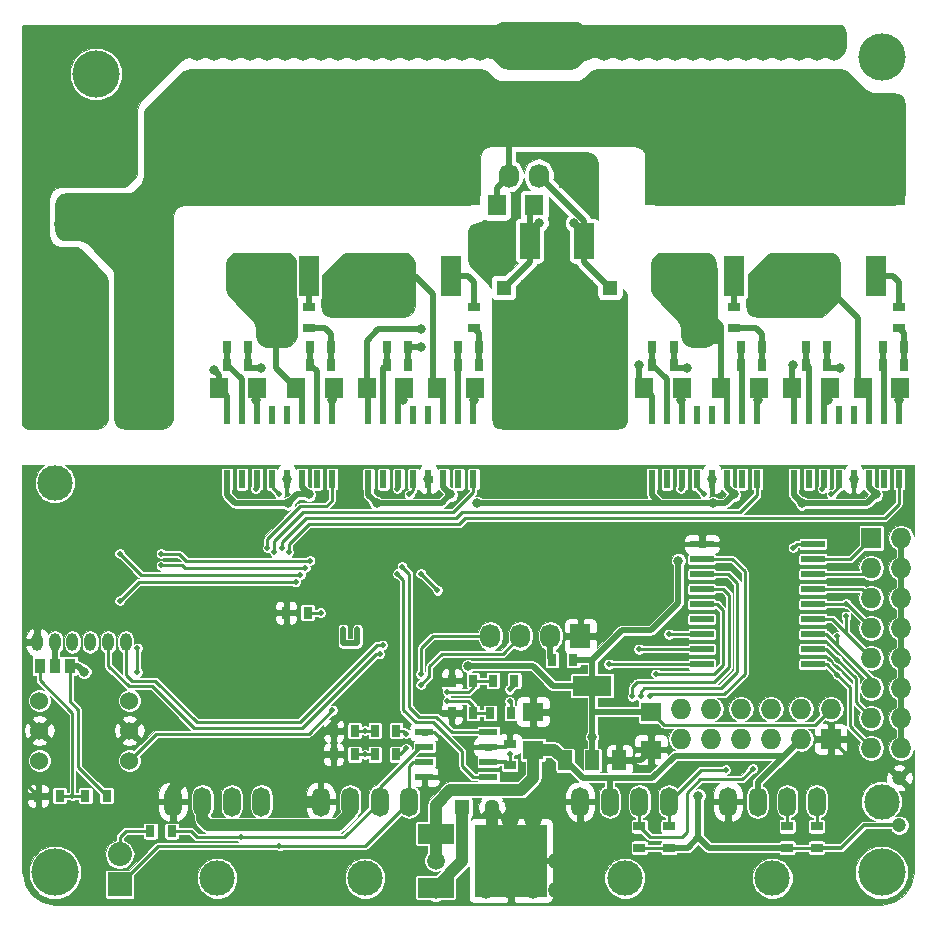
<source format=gbr>
G04 #@! TF.FileFunction,Copper,L2,Bot,Signal*
%FSLAX46Y46*%
G04 Gerber Fmt 4.6, Leading zero omitted, Abs format (unit mm)*
G04 Created by KiCad (PCBNEW 4.0.5) date 02/09/17 17:51:42*
%MOMM*%
%LPD*%
G01*
G04 APERTURE LIST*
%ADD10C,0.100000*%
%ADD11R,1.800000X3.500000*%
%ADD12R,3.000000X3.500000*%
%ADD13R,10.000000X8.000000*%
%ADD14R,3.000000X6.500000*%
%ADD15R,6.451600X3.000000*%
%ADD16C,1.700000*%
%ADD17R,1.700000X1.700000*%
%ADD18R,1.550000X0.600000*%
%ADD19R,0.600000X1.500000*%
%ADD20R,1.651000X3.048000*%
%ADD21R,6.096000X6.096000*%
%ADD22C,1.300000*%
%ADD23R,1.300000X1.300000*%
%ADD24R,1.600000X1.800000*%
%ADD25R,2.032000X2.032000*%
%ADD26O,2.032000X2.032000*%
%ADD27R,0.800000X1.000000*%
%ADD28R,1.000000X0.800000*%
%ADD29R,1.800000X1.600000*%
%ADD30R,0.965200X1.270000*%
%ADD31C,1.200000*%
%ADD32R,1.727200X2.032000*%
%ADD33O,1.727200X2.032000*%
%ADD34R,1.727200X1.727200*%
%ADD35O,1.727200X1.727200*%
%ADD36O,1.000000X1.524000*%
%ADD37C,1.524000*%
%ADD38C,2.000000*%
%ADD39C,4.000000*%
%ADD40O,1.500000X2.500000*%
%ADD41C,3.000000*%
%ADD42R,1.200000X1.700000*%
%ADD43R,3.300000X1.700000*%
%ADD44R,3.048000X1.651000*%
%ADD45C,1.000000*%
%ADD46R,2.000000X0.600000*%
%ADD47C,0.500000*%
%ADD48C,0.800000*%
%ADD49C,1.500000*%
%ADD50C,0.250000*%
%ADD51C,0.500000*%
%ADD52C,0.300000*%
%ADD53C,1.000000*%
%ADD54C,0.026000*%
G04 APERTURE END LIST*
D10*
D11*
X36540000Y-21500000D03*
D12*
X31460000Y-21500000D03*
D13*
X34000000Y-11500000D03*
D14*
X21700000Y-24000000D03*
D15*
X28900000Y-23100000D03*
D16*
X44000000Y-2500000D03*
D17*
X44000000Y-7500000D03*
D18*
X39700000Y-60095000D03*
X39700000Y-61365000D03*
X39700000Y-62635000D03*
X39700000Y-63905000D03*
X34300000Y-63905000D03*
X34300000Y-62635000D03*
X34300000Y-61365000D03*
X34300000Y-60095000D03*
D19*
X38445000Y-38700000D03*
X37175000Y-38700000D03*
X35905000Y-38700000D03*
X34635000Y-38700000D03*
X33365000Y-38700000D03*
X32095000Y-38700000D03*
X30825000Y-38700000D03*
X29555000Y-38700000D03*
X29555000Y-33300000D03*
X30825000Y-33300000D03*
X32095000Y-33300000D03*
X33365000Y-33300000D03*
X34635000Y-33300000D03*
X35905000Y-33300000D03*
X37175000Y-33300000D03*
X38445000Y-33300000D03*
D20*
X43214000Y-18500000D03*
D21*
X45500000Y-24850000D03*
D20*
X47786000Y-18500000D03*
D22*
X40000000Y-66500000D03*
D23*
X37500000Y-66500000D03*
D24*
X38600000Y-31000000D03*
X35400000Y-31000000D03*
X32600000Y-31000000D03*
X29400000Y-31000000D03*
X26600000Y-31000000D03*
X23400000Y-31000000D03*
X20100000Y-31000000D03*
X16900000Y-31000000D03*
X74600000Y-31000000D03*
X71400000Y-31000000D03*
X68600000Y-31000000D03*
X65400000Y-31000000D03*
X62600000Y-31000000D03*
X59400000Y-31000000D03*
X56100000Y-31000000D03*
X52900000Y-31000000D03*
D25*
X8500000Y-73000000D03*
D26*
X8500000Y-70460000D03*
D19*
X26445000Y-38700000D03*
X25175000Y-38700000D03*
X23905000Y-38700000D03*
X22635000Y-38700000D03*
X21365000Y-38700000D03*
X20095000Y-38700000D03*
X18825000Y-38700000D03*
X17555000Y-38700000D03*
X17555000Y-33300000D03*
X18825000Y-33300000D03*
X20095000Y-33300000D03*
X21365000Y-33300000D03*
X22635000Y-33300000D03*
X23905000Y-33300000D03*
X25175000Y-33300000D03*
X26445000Y-33300000D03*
X74445000Y-38700000D03*
X73175000Y-38700000D03*
X71905000Y-38700000D03*
X70635000Y-38700000D03*
X69365000Y-38700000D03*
X68095000Y-38700000D03*
X66825000Y-38700000D03*
X65555000Y-38700000D03*
X65555000Y-33300000D03*
X66825000Y-33300000D03*
X68095000Y-33300000D03*
X69365000Y-33300000D03*
X70635000Y-33300000D03*
X71905000Y-33300000D03*
X73175000Y-33300000D03*
X74445000Y-33300000D03*
X62445000Y-38700000D03*
X61175000Y-38700000D03*
X59905000Y-38700000D03*
X58635000Y-38700000D03*
X57365000Y-38700000D03*
X56095000Y-38700000D03*
X54825000Y-38700000D03*
X53555000Y-38700000D03*
X53555000Y-33300000D03*
X54825000Y-33300000D03*
X56095000Y-33300000D03*
X57365000Y-33300000D03*
X58635000Y-33300000D03*
X59905000Y-33300000D03*
X61175000Y-33300000D03*
X62445000Y-33300000D03*
D27*
X1600000Y-65500000D03*
X3400000Y-65500000D03*
X7400000Y-65500000D03*
X5600000Y-65500000D03*
X22600000Y-50000000D03*
X24400000Y-50000000D03*
X38900000Y-29000000D03*
X37100000Y-29000000D03*
X32900000Y-29000000D03*
X31100000Y-29000000D03*
X26400000Y-29000000D03*
X24600000Y-29000000D03*
X19400000Y-29000000D03*
X17600000Y-29000000D03*
X74900000Y-27500000D03*
X73100000Y-27500000D03*
X68400000Y-29000000D03*
X66600000Y-29000000D03*
X62900000Y-29000000D03*
X61100000Y-29000000D03*
X55400000Y-29000000D03*
X53600000Y-29000000D03*
X12900000Y-68500000D03*
X11100000Y-68500000D03*
D28*
X38500000Y-25900000D03*
X38500000Y-24100000D03*
X24500000Y-25900000D03*
X24500000Y-24100000D03*
X74500000Y-25900000D03*
X74500000Y-24100000D03*
X60500000Y-25900000D03*
X60500000Y-24100000D03*
D29*
X53500000Y-58400000D03*
X53500000Y-61600000D03*
D28*
X41500000Y-61100000D03*
X41500000Y-62900000D03*
D30*
X1730000Y-54500000D03*
X3000000Y-54500000D03*
X4270000Y-54500000D03*
D28*
X52500000Y-69900000D03*
X52500000Y-68100000D03*
X55000000Y-69900000D03*
X55000000Y-68100000D03*
X65000000Y-69900000D03*
X65000000Y-68100000D03*
X67500000Y-69900000D03*
X67500000Y-68100000D03*
D31*
X74500000Y-68000000D03*
X74500000Y-64000000D03*
D27*
X46900000Y-54000000D03*
X45100000Y-54000000D03*
D32*
X47500000Y-52000000D03*
D33*
X44960000Y-52000000D03*
X42420000Y-52000000D03*
X39880000Y-52000000D03*
D29*
X43500000Y-61600000D03*
X43500000Y-58400000D03*
D34*
X68700000Y-60700000D03*
D35*
X68700000Y-58160000D03*
X66160000Y-60700000D03*
X66160000Y-58160000D03*
X63620000Y-60700000D03*
X63620000Y-58160000D03*
X61080000Y-60700000D03*
X61080000Y-58160000D03*
X58540000Y-60700000D03*
X58540000Y-58160000D03*
X56000000Y-60700000D03*
X56000000Y-58160000D03*
D32*
X46500000Y-13000000D03*
D33*
X43960000Y-13000000D03*
X41420000Y-13000000D03*
D36*
X1500000Y-52500000D03*
X3000000Y-52500000D03*
X4500000Y-52500000D03*
X6000000Y-52500000D03*
X7500000Y-52500000D03*
X9000000Y-52500000D03*
D37*
X9310000Y-62540000D03*
X9310000Y-60000000D03*
X9310000Y-57460000D03*
X1690000Y-57460000D03*
X1690000Y-60000000D03*
X1690000Y-62540000D03*
D38*
X9040000Y-12000000D03*
X9040000Y-17080000D03*
X3960000Y-12000000D03*
X3960000Y-17080000D03*
D39*
X6500000Y-4380000D03*
D40*
X13000000Y-66000000D03*
X15500000Y-66000000D03*
X18000000Y-66000000D03*
X20500000Y-66000000D03*
D41*
X16750000Y-72500000D03*
D40*
X25500000Y-66000000D03*
X28000000Y-66000000D03*
X30500000Y-66000000D03*
X33000000Y-66000000D03*
D41*
X29250000Y-72500000D03*
D29*
X16000000Y-5100000D03*
X16000000Y-1900000D03*
X28000000Y-5100000D03*
X28000000Y-1900000D03*
X64000000Y-5100000D03*
X64000000Y-1900000D03*
X52000000Y-5100000D03*
X52000000Y-1900000D03*
D14*
X57700000Y-24000000D03*
D15*
X64900000Y-23100000D03*
D14*
X9800000Y-22500000D03*
D15*
X4100000Y-22900000D03*
D14*
X11300000Y-31000000D03*
D15*
X4100000Y-31900000D03*
D42*
X50800000Y-62500000D03*
X48500000Y-62500000D03*
X46200000Y-62500000D03*
D43*
X48500000Y-56200000D03*
D44*
X35250000Y-73286000D03*
D21*
X41600000Y-71000000D03*
D44*
X35250000Y-68714000D03*
D45*
X45500000Y-29000000D03*
D28*
X30000000Y-4400000D03*
X30000000Y-2600000D03*
X66000000Y-4400000D03*
X66000000Y-2600000D03*
X18000000Y-4400000D03*
X18000000Y-2600000D03*
X54000000Y-4400000D03*
X54000000Y-2600000D03*
D27*
X74900000Y-29000000D03*
X73100000Y-29000000D03*
X68400000Y-27500000D03*
X66600000Y-27500000D03*
X62900000Y-27500000D03*
X61100000Y-27500000D03*
X55400000Y-27500000D03*
X53600000Y-27500000D03*
X38900000Y-27500000D03*
X37100000Y-27500000D03*
X32900000Y-27500000D03*
X31100000Y-27500000D03*
X26400000Y-27500000D03*
X24600000Y-27500000D03*
X19400000Y-27500000D03*
X17600000Y-27500000D03*
D11*
X24540000Y-21500000D03*
D12*
X19460000Y-21500000D03*
D13*
X22000000Y-11500000D03*
D11*
X60540000Y-21500000D03*
D12*
X55460000Y-21500000D03*
D13*
X58000000Y-11500000D03*
D11*
X72540000Y-21500000D03*
D12*
X67460000Y-21500000D03*
D13*
X70000000Y-11500000D03*
D46*
X57784000Y-54356000D03*
X57784000Y-53086000D03*
X57784000Y-51816000D03*
X57784000Y-50546000D03*
X57784000Y-49276000D03*
X57784000Y-48006000D03*
X57784000Y-46736000D03*
X57784000Y-45466000D03*
X57784000Y-44196000D03*
X67184000Y-44196000D03*
X67184000Y-45466000D03*
X67184000Y-46736000D03*
X67184000Y-48006000D03*
X67184000Y-49276000D03*
X67184000Y-50546000D03*
X67184000Y-51816000D03*
X67184000Y-53086000D03*
X67184000Y-54356000D03*
D34*
X72136000Y-43688000D03*
D35*
X74676000Y-43688000D03*
X72136000Y-46228000D03*
X74676000Y-46228000D03*
X72136000Y-48768000D03*
X74676000Y-48768000D03*
X72136000Y-51308000D03*
X74676000Y-51308000D03*
X72136000Y-53848000D03*
X74676000Y-53848000D03*
X72136000Y-56388000D03*
X74676000Y-56388000D03*
X72136000Y-58928000D03*
X74676000Y-58928000D03*
X72136000Y-61468000D03*
X74676000Y-61468000D03*
D40*
X47500000Y-66000000D03*
X50000000Y-66000000D03*
X52500000Y-66000000D03*
X55000000Y-66000000D03*
D41*
X51250000Y-72500000D03*
D40*
X60000000Y-66000000D03*
X62500000Y-66000000D03*
X65000000Y-66000000D03*
X67500000Y-66000000D03*
D41*
X63750000Y-72500000D03*
D22*
X41000000Y-25000000D03*
D23*
X41000000Y-22500000D03*
D22*
X50000000Y-25000000D03*
D23*
X50000000Y-22500000D03*
D24*
X40400000Y-15500000D03*
X43600000Y-15500000D03*
D27*
X30100000Y-62000000D03*
X31900000Y-62000000D03*
X30100000Y-60000000D03*
X31900000Y-60000000D03*
X26600000Y-62000000D03*
X28400000Y-62000000D03*
X26600000Y-60000000D03*
X28400000Y-60000000D03*
X36600000Y-58500000D03*
X38400000Y-58500000D03*
X39850000Y-58500000D03*
X41650000Y-58500000D03*
X36600000Y-55750000D03*
X38400000Y-55750000D03*
X40100000Y-55750000D03*
X41900000Y-55750000D03*
D41*
X73000000Y-66000000D03*
X3000000Y-39000000D03*
D39*
X73000000Y-3000000D03*
X3000000Y-72000000D03*
X73000000Y-72000000D03*
D47*
X22500000Y-58500000D03*
X20750000Y-56250000D03*
X52250000Y-50500000D03*
X49750000Y-51500000D03*
X54000000Y-49500000D03*
X35750000Y-61000000D03*
X34900000Y-56100000D03*
D48*
X28250000Y-57750000D03*
D49*
X39500000Y-73500000D03*
X39500000Y-71000000D03*
X45500000Y-73500000D03*
X45500000Y-71000000D03*
X41500000Y-67500000D03*
X43500000Y-67500000D03*
X43500000Y-71000000D03*
X43500000Y-73500000D03*
D47*
X67500000Y-57250000D03*
X35250000Y-53000000D03*
X35900000Y-51400000D03*
X38600000Y-51400000D03*
X38600000Y-52600000D03*
X35500000Y-54600000D03*
D48*
X43000000Y-55500000D03*
X50400000Y-60400000D03*
D47*
X41500000Y-60600000D03*
D48*
X28000000Y-38100000D03*
X64000000Y-38100000D03*
X16500000Y-38000000D03*
X6000000Y-38000000D03*
X7500000Y-38000000D03*
X9000000Y-38000000D03*
X10500000Y-38000000D03*
X12000000Y-38000000D03*
X13500000Y-38000000D03*
X15000000Y-38000000D03*
X40500000Y-38000000D03*
X52500000Y-38000000D03*
X51000000Y-38000000D03*
X49500000Y-38000000D03*
X48000000Y-38000000D03*
X46500000Y-38000000D03*
X45000000Y-38000000D03*
X43500000Y-38000000D03*
X42000000Y-38000000D03*
D49*
X41500000Y-73500000D03*
X41500000Y-71000000D03*
D48*
X43500000Y-60000000D03*
D47*
X29500000Y-52500000D03*
X27500000Y-53500000D03*
X26500000Y-51500000D03*
X28500000Y-50500000D03*
X24500000Y-57500000D03*
X20750000Y-58500000D03*
D48*
X22635000Y-38700000D03*
X34635000Y-38700000D03*
X58635000Y-38700000D03*
X70635000Y-38700000D03*
X21500000Y-50000000D03*
X17750000Y-50000000D03*
D47*
X4500000Y-65500000D03*
D48*
X38000000Y-54500000D03*
D47*
X41500000Y-62000000D03*
D48*
X48500000Y-60500000D03*
X57500000Y-65500000D03*
X55800000Y-45600000D03*
D47*
X28600000Y-51400000D03*
X28600000Y-52600000D03*
X27400000Y-52600000D03*
X27400000Y-51400000D03*
X10000000Y-55000000D03*
X10000000Y-53000000D03*
D48*
X5500000Y-55000000D03*
X30250000Y-40750000D03*
X22750000Y-40750000D03*
X38750000Y-40750000D03*
X66250000Y-40750000D03*
X58750000Y-40750000D03*
X72500000Y-40000000D03*
X60500000Y-40000000D03*
X36500000Y-40000000D03*
X24500000Y-40000000D03*
X38500000Y-32000000D03*
D47*
X65500000Y-44500000D03*
D49*
X1500000Y-13000000D03*
X7500000Y-13000000D03*
X6000000Y-13000000D03*
X6000000Y-11500000D03*
X7500000Y-11500000D03*
X9000000Y-10000000D03*
X7500000Y-10000000D03*
X6000000Y-10000000D03*
X4500000Y-10000000D03*
X3000000Y-10000000D03*
X1500000Y-10000000D03*
X1500000Y-11500000D03*
X16500000Y-2500000D03*
X15000000Y-2500000D03*
X13500000Y-2500000D03*
X12000000Y-2500000D03*
X28500000Y-2500000D03*
X27000000Y-2500000D03*
X25500000Y-2500000D03*
X24000000Y-2500000D03*
X22500000Y-2500000D03*
X21000000Y-2500000D03*
X19500000Y-2500000D03*
X18000000Y-2500000D03*
X30000000Y-2500000D03*
X31500000Y-2500000D03*
X33000000Y-2500000D03*
X34500000Y-2500000D03*
X36000000Y-2500000D03*
X37500000Y-2500000D03*
X39000000Y-2500000D03*
X40500000Y-2500000D03*
X42000000Y-2500000D03*
X52500000Y-2500000D03*
X51000000Y-2500000D03*
X49500000Y-2500000D03*
X46500000Y-2500000D03*
X48000000Y-2500000D03*
X54000000Y-2500000D03*
X55500000Y-2500000D03*
X64500000Y-1000000D03*
X66000000Y-1000000D03*
X67500000Y-1000000D03*
X69000000Y-1000000D03*
X46500000Y-1000000D03*
X48000000Y-1000000D03*
X49500000Y-1000000D03*
X51000000Y-1000000D03*
X52500000Y-1000000D03*
X22500000Y-1000000D03*
X24000000Y-1000000D03*
X25500000Y-1000000D03*
X27000000Y-1000000D03*
X28500000Y-1000000D03*
X30000000Y-1000000D03*
X31500000Y-1000000D03*
X21000000Y-1000000D03*
X19500000Y-1000000D03*
X18000000Y-1000000D03*
X16500000Y-1000000D03*
X15000000Y-1000000D03*
X13500000Y-1000000D03*
X12000000Y-1000000D03*
X45000000Y-1000000D03*
X43500000Y-1000000D03*
X42000000Y-1000000D03*
X40500000Y-1000000D03*
X39000000Y-1000000D03*
X37500000Y-1000000D03*
X36000000Y-1000000D03*
X34500000Y-1000000D03*
X33000000Y-1000000D03*
X63000000Y-1000000D03*
X61500000Y-1000000D03*
X60000000Y-1000000D03*
X58500000Y-1000000D03*
X57000000Y-1000000D03*
X55500000Y-1000000D03*
X54000000Y-1000000D03*
X66000000Y-2500000D03*
X67500000Y-2500000D03*
X69000000Y-2500000D03*
X64500000Y-2500000D03*
X63000000Y-2500000D03*
X61500000Y-2500000D03*
X60000000Y-2500000D03*
X58500000Y-2500000D03*
X57000000Y-2500000D03*
D48*
X45000000Y-34000000D03*
X43500000Y-34000000D03*
X42000000Y-34000000D03*
X40500000Y-34000000D03*
X40500000Y-29000000D03*
X46500000Y-34000000D03*
X48000000Y-34000000D03*
X49500000Y-34000000D03*
X51000000Y-34000000D03*
X51000000Y-29000000D03*
X38500000Y-20000000D03*
X38500000Y-17500000D03*
X34000000Y-26000000D03*
X52500000Y-29000000D03*
X47000000Y-22000000D03*
X44000000Y-22000000D03*
X65500000Y-29000000D03*
X16500000Y-29500000D03*
X26500000Y-32000000D03*
X74500000Y-32000000D03*
X62500000Y-32000000D03*
D49*
X10500000Y-17500000D03*
X12000000Y-16000000D03*
X12000000Y-17500000D03*
X12000000Y-19000000D03*
X10500000Y-19000000D03*
X7500000Y-19000000D03*
X10500000Y-16000000D03*
X4500000Y-16000000D03*
X6000000Y-16000000D03*
X7500000Y-16000000D03*
X7500000Y-17500000D03*
X6000000Y-17500000D03*
D47*
X32750000Y-60250000D03*
X59800000Y-63300000D03*
X32750000Y-61500000D03*
X62100000Y-63200000D03*
X41500000Y-56500000D03*
X41500000Y-57500000D03*
X22000000Y-69750000D03*
X18750000Y-69000000D03*
X30750000Y-52750000D03*
X30500000Y-53500000D03*
X25500000Y-50000000D03*
X32000000Y-39500000D03*
X20000000Y-39500000D03*
X68000000Y-39500000D03*
X56000000Y-39500000D03*
X32000000Y-46700000D03*
X21600000Y-44900000D03*
X21000000Y-44500000D03*
X22800000Y-44900000D03*
X22200000Y-44500000D03*
X32400000Y-46100000D03*
D48*
X47000000Y-17000000D03*
X32500000Y-32000000D03*
X20000000Y-32000000D03*
X68500000Y-32000000D03*
X56000000Y-32000000D03*
D47*
X26500000Y-58250000D03*
D49*
X35250000Y-73500000D03*
D48*
X44000000Y-17000000D03*
D49*
X35250000Y-71000000D03*
D47*
X34000000Y-56100000D03*
X34000000Y-55200000D03*
X24200000Y-46200000D03*
X12000000Y-46000000D03*
X24600000Y-45600000D03*
X12000000Y-45000000D03*
X23800000Y-46800000D03*
X8500000Y-45000000D03*
X8500000Y-49000000D03*
X23400000Y-47400000D03*
X22000000Y-40000000D03*
X33000000Y-40000000D03*
X68750000Y-40000000D03*
X58000000Y-40000000D03*
X53400000Y-57100000D03*
X52600000Y-57100000D03*
X51900000Y-57100000D03*
X53900000Y-55200000D03*
X35400000Y-48100000D03*
X34000000Y-46700000D03*
D48*
X34000000Y-27500000D03*
X20500000Y-29250000D03*
X69500000Y-29250000D03*
X56500000Y-29250000D03*
D47*
X70000000Y-49250000D03*
X69988000Y-50292000D03*
X69250000Y-52000000D03*
X69250000Y-54000000D03*
X69250000Y-55250000D03*
X57531000Y-50546000D03*
X54991000Y-51816000D03*
X52451000Y-53086000D03*
X49911000Y-54356000D03*
X29250000Y-62000000D03*
X29250000Y-60000000D03*
X36250000Y-57500000D03*
X36250000Y-56750000D03*
D50*
X26000000Y-60000000D02*
X26600000Y-60000000D01*
X26600000Y-62000000D02*
X25500000Y-62000000D01*
X20750000Y-58500000D02*
X20750000Y-56250000D01*
X52250000Y-50500000D02*
X53000000Y-50500000D01*
X50750000Y-50500000D02*
X52250000Y-50500000D01*
X47500000Y-52000000D02*
X49250000Y-52000000D01*
X49250000Y-52000000D02*
X49750000Y-51500000D01*
X49750000Y-51500000D02*
X50750000Y-50500000D01*
X53000000Y-50500000D02*
X54000000Y-49500000D01*
X35500000Y-61000000D02*
X35750000Y-61000000D01*
X36600000Y-58500000D02*
X35800000Y-58500000D01*
X34900000Y-57600000D02*
X34900000Y-56100000D01*
X35800000Y-58500000D02*
X34900000Y-57600000D01*
X36600000Y-55750000D02*
X36250000Y-56100000D01*
X36250000Y-56100000D02*
X34900000Y-56100000D01*
X34300000Y-60095000D02*
X35095000Y-60095000D01*
X35345000Y-63905000D02*
X34300000Y-63905000D01*
X35500000Y-63750000D02*
X35345000Y-63905000D01*
X35500000Y-60500000D02*
X35500000Y-61000000D01*
X35500000Y-61000000D02*
X35500000Y-63750000D01*
X35095000Y-60095000D02*
X35500000Y-60500000D01*
D51*
X28250000Y-57750000D02*
X31750000Y-54250000D01*
X31750000Y-54250000D02*
X31750000Y-52000000D01*
X25500000Y-66000000D02*
X25500000Y-62000000D01*
X25500000Y-62000000D02*
X25500000Y-60500000D01*
X25500000Y-60500000D02*
X26000000Y-60000000D01*
X26000000Y-60000000D02*
X28250000Y-57750000D01*
D50*
X41600000Y-71000000D02*
X39500000Y-73100000D01*
X39500000Y-73100000D02*
X39500000Y-73500000D01*
X39500000Y-71000000D02*
X41600000Y-71000000D01*
X41600000Y-71000000D02*
X45500000Y-71000000D01*
X41600000Y-71000000D02*
X41500000Y-70900000D01*
X41500000Y-70900000D02*
X41500000Y-67500000D01*
X43500000Y-71000000D02*
X43500000Y-73500000D01*
X74500000Y-64000000D02*
X73250000Y-62750000D01*
X70750000Y-62750000D02*
X68700000Y-60700000D01*
X73250000Y-62750000D02*
X70750000Y-62750000D01*
X60750000Y-44250000D02*
X58000000Y-44250000D01*
X62000000Y-45500000D02*
X60750000Y-44250000D01*
X62000000Y-54500000D02*
X62000000Y-45500000D01*
X63500000Y-56000000D02*
X62000000Y-54500000D01*
X66250000Y-56000000D02*
X63500000Y-56000000D01*
X67500000Y-57250000D02*
X66250000Y-56000000D01*
X58000000Y-44250000D02*
X57784000Y-44196000D01*
X35250000Y-53000000D02*
X35650000Y-52600000D01*
X38600000Y-51400000D02*
X35900000Y-51400000D01*
X35650000Y-52600000D02*
X38600000Y-52600000D01*
X35500000Y-55500000D02*
X34900000Y-56100000D01*
X35500000Y-54600000D02*
X35500000Y-55500000D01*
D51*
X43500000Y-56000000D02*
X43500000Y-58400000D01*
X43000000Y-55500000D02*
X43500000Y-56000000D01*
X50800000Y-62500000D02*
X50800000Y-60800000D01*
X50800000Y-60800000D02*
X50400000Y-60400000D01*
D50*
X41500000Y-61100000D02*
X41500000Y-60600000D01*
X28000000Y-38100000D02*
X28100000Y-38000000D01*
X28100000Y-38000000D02*
X28500000Y-38000000D01*
X64000000Y-38100000D02*
X64100000Y-38000000D01*
X64100000Y-38000000D02*
X64500000Y-38000000D01*
X9000000Y-38000000D02*
X7500000Y-38000000D01*
X12000000Y-38000000D02*
X10500000Y-38000000D01*
X15000000Y-38000000D02*
X13500000Y-38000000D01*
X49500000Y-38000000D02*
X51000000Y-38000000D01*
X46500000Y-38000000D02*
X48000000Y-38000000D01*
X43500000Y-38000000D02*
X45000000Y-38000000D01*
X42000000Y-38000000D02*
X40500000Y-38000000D01*
D51*
X41600000Y-71000000D02*
X46000000Y-71000000D01*
X47500000Y-69500000D02*
X47500000Y-66000000D01*
X46000000Y-71000000D02*
X47500000Y-69500000D01*
X41500000Y-73500000D02*
X41600000Y-73400000D01*
X41600000Y-73400000D02*
X41600000Y-71000000D01*
X41500000Y-71000000D02*
X41600000Y-71000000D01*
X43500000Y-58400000D02*
X43500000Y-60000000D01*
X29500000Y-51500000D02*
X29500000Y-50750000D01*
X29250000Y-50500000D02*
X28500000Y-50500000D01*
X29500000Y-50750000D02*
X29250000Y-50500000D01*
X29500000Y-52500000D02*
X29500000Y-51500000D01*
D50*
X28750000Y-53500000D02*
X29500000Y-52750000D01*
X29500000Y-52750000D02*
X29500000Y-52500000D01*
X27500000Y-53500000D02*
X28750000Y-53500000D01*
D51*
X31250000Y-51500000D02*
X31750000Y-52000000D01*
X29500000Y-51500000D02*
X31250000Y-51500000D01*
D50*
X28500000Y-50500000D02*
X27000000Y-50500000D01*
X27000000Y-50500000D02*
X26500000Y-51000000D01*
X26500000Y-51000000D02*
X26500000Y-51500000D01*
X23500000Y-58500000D02*
X24500000Y-57500000D01*
X20750000Y-58500000D02*
X22500000Y-58500000D01*
X22500000Y-58500000D02*
X23500000Y-58500000D01*
D51*
X50800000Y-62500000D02*
X52600000Y-62500000D01*
X52600000Y-62500000D02*
X53500000Y-61600000D01*
D52*
X39700000Y-61365000D02*
X41235000Y-61365000D01*
X41235000Y-61365000D02*
X41500000Y-61100000D01*
D53*
X40000000Y-66500000D02*
X40000000Y-69400000D01*
D50*
X22600000Y-50000000D02*
X21500000Y-50000000D01*
D51*
X17750000Y-50000000D02*
X21500000Y-50000000D01*
D53*
X13000000Y-66000000D02*
X13000000Y-65000000D01*
X13000000Y-65000000D02*
X14000000Y-64000000D01*
X14000000Y-64000000D02*
X21500000Y-64000000D01*
X21500000Y-64000000D02*
X23500000Y-66000000D01*
X23500000Y-66000000D02*
X25500000Y-66000000D01*
D50*
X1600000Y-65500000D02*
X500000Y-64400000D01*
X500000Y-61190000D02*
X1690000Y-60000000D01*
X500000Y-64400000D02*
X500000Y-61190000D01*
X1730000Y-54500000D02*
X1730000Y-55730000D01*
X1730000Y-55730000D02*
X4500000Y-58500000D01*
X4500000Y-58500000D02*
X4500000Y-65500000D01*
X5600000Y-65500000D02*
X4500000Y-65500000D01*
X4500000Y-65500000D02*
X3400000Y-65500000D01*
X68700000Y-58160000D02*
X67360000Y-59500000D01*
X54600000Y-59500000D02*
X53500000Y-58400000D01*
X67360000Y-59500000D02*
X54600000Y-59500000D01*
D51*
X45200000Y-56200000D02*
X48500000Y-56200000D01*
X43500000Y-54500000D02*
X45200000Y-56200000D01*
X38000000Y-54500000D02*
X43500000Y-54500000D01*
X46900000Y-54000000D02*
X48500000Y-54000000D01*
X48500000Y-60500000D02*
X48500000Y-62500000D01*
D50*
X41500000Y-62000000D02*
X41500000Y-62900000D01*
D51*
X57500000Y-65500000D02*
X57500000Y-69000000D01*
X48500000Y-54000000D02*
X51000000Y-51500000D01*
X48500000Y-54000000D02*
X48500000Y-56200000D01*
X53500000Y-51500000D02*
X51000000Y-51500000D01*
X55800000Y-49200000D02*
X53500000Y-51500000D01*
X55800000Y-45600000D02*
X55800000Y-49200000D01*
X53500000Y-58400000D02*
X48500000Y-58400000D01*
X48500000Y-58400000D02*
X48500000Y-58500000D01*
X48500000Y-56200000D02*
X48500000Y-58500000D01*
X48500000Y-58500000D02*
X48500000Y-60500000D01*
X47700000Y-56200000D02*
X48500000Y-56200000D01*
X57500000Y-69000000D02*
X58400000Y-69900000D01*
X58400000Y-69900000D02*
X65000000Y-69900000D01*
D52*
X74500000Y-68000000D02*
X71500000Y-68000000D01*
X69600000Y-69900000D02*
X67500000Y-69900000D01*
X71500000Y-68000000D02*
X69600000Y-69900000D01*
D51*
X57500000Y-69000000D02*
X56600000Y-69900000D01*
X56600000Y-69900000D02*
X55000000Y-69900000D01*
X41500000Y-62900000D02*
X41600000Y-63000000D01*
D52*
X39700000Y-62635000D02*
X41235000Y-62635000D01*
X41235000Y-62635000D02*
X41500000Y-62900000D01*
D50*
X55000000Y-69900000D02*
X52500000Y-69900000D01*
X67500000Y-69900000D02*
X65000000Y-69900000D01*
D51*
X28600000Y-52600000D02*
X28600000Y-52250000D01*
X28600000Y-52250000D02*
X28600000Y-51400000D01*
X27400000Y-52600000D02*
X28600000Y-52600000D01*
X27400000Y-51400000D02*
X27400000Y-52600000D01*
D50*
X10000000Y-53000000D02*
X10000000Y-55000000D01*
D51*
X4270000Y-54500000D02*
X5000000Y-54500000D01*
X5000000Y-54500000D02*
X5500000Y-55000000D01*
X22750000Y-40750000D02*
X23500000Y-40000000D01*
X23500000Y-40000000D02*
X24500000Y-40000000D01*
D50*
X7400000Y-65500000D02*
X5000000Y-63100000D01*
X5000000Y-63100000D02*
X5000000Y-58250000D01*
X5000000Y-58250000D02*
X4270000Y-57520000D01*
X4270000Y-54500000D02*
X4270000Y-57520000D01*
D51*
X54250000Y-40750000D02*
X38750000Y-40750000D01*
X71905000Y-38700000D02*
X71905000Y-39405000D01*
X71905000Y-39405000D02*
X72500000Y-40000000D01*
X59905000Y-39405000D02*
X60500000Y-40000000D01*
X35905000Y-38700000D02*
X35905000Y-39405000D01*
X35905000Y-39405000D02*
X36500000Y-40000000D01*
X23905000Y-38700000D02*
X23905000Y-39405000D01*
X23905000Y-39405000D02*
X24500000Y-40000000D01*
X65555000Y-38700000D02*
X65555000Y-40055000D01*
X65555000Y-40055000D02*
X66250000Y-40750000D01*
X71750000Y-40750000D02*
X72500000Y-40000000D01*
X66250000Y-40750000D02*
X71750000Y-40750000D01*
X53555000Y-38700000D02*
X53555000Y-40055000D01*
X59750000Y-40750000D02*
X60500000Y-40000000D01*
X54250000Y-40750000D02*
X58750000Y-40750000D01*
X58750000Y-40750000D02*
X59750000Y-40750000D01*
X53555000Y-40055000D02*
X54250000Y-40750000D01*
X36500000Y-40000000D02*
X35750000Y-40750000D01*
X35750000Y-40750000D02*
X30250000Y-40750000D01*
X30250000Y-40750000D02*
X29555000Y-40055000D01*
X29555000Y-40055000D02*
X29555000Y-38700000D01*
X17555000Y-38700000D02*
X17555000Y-40055000D01*
X18250000Y-40750000D02*
X22750000Y-40750000D01*
X17555000Y-40055000D02*
X18250000Y-40750000D01*
X38500000Y-32000000D02*
X38600000Y-31900000D01*
X38600000Y-31900000D02*
X38600000Y-31000000D01*
X38445000Y-33300000D02*
X38445000Y-31155000D01*
X38445000Y-31155000D02*
X38600000Y-31000000D01*
X38600000Y-31000000D02*
X38445000Y-31155000D01*
D53*
X28000000Y-67000000D02*
X27000000Y-68000000D01*
X15500000Y-67500000D02*
X15500000Y-66000000D01*
X16000000Y-68000000D02*
X15500000Y-67500000D01*
X27000000Y-68000000D02*
X16000000Y-68000000D01*
D50*
X65804000Y-44196000D02*
X67184000Y-44196000D01*
X65500000Y-44500000D02*
X65804000Y-44196000D01*
D51*
X74676000Y-58928000D02*
X74676000Y-61468000D01*
X74676000Y-56388000D02*
X74676000Y-58928000D01*
X74676000Y-53848000D02*
X74676000Y-56388000D01*
X74676000Y-51308000D02*
X74676000Y-53848000D01*
X74676000Y-48768000D02*
X74676000Y-51308000D01*
X74676000Y-46228000D02*
X74676000Y-48768000D01*
X74676000Y-43688000D02*
X74676000Y-46228000D01*
D50*
X1500000Y-11500000D02*
X1500000Y-13000000D01*
X7500000Y-11500000D02*
X7500000Y-13000000D01*
X6000000Y-10000000D02*
X6000000Y-11500000D01*
X9000000Y-10000000D02*
X7500000Y-10000000D01*
X6000000Y-10000000D02*
X4500000Y-10000000D01*
X3000000Y-10000000D02*
X1500000Y-10000000D01*
X18000000Y-2600000D02*
X17900000Y-2500000D01*
X17900000Y-2500000D02*
X16500000Y-2500000D01*
X15000000Y-2500000D02*
X13500000Y-2500000D01*
X30000000Y-2600000D02*
X29900000Y-2500000D01*
X29900000Y-2500000D02*
X28500000Y-2500000D01*
X27000000Y-2500000D02*
X25500000Y-2500000D01*
X24000000Y-2500000D02*
X22500000Y-2500000D01*
X21000000Y-2500000D02*
X19500000Y-2500000D01*
X18000000Y-2500000D02*
X18000000Y-2600000D01*
X30000000Y-2500000D02*
X30000000Y-2600000D01*
X33000000Y-2500000D02*
X31500000Y-2500000D01*
X36000000Y-2500000D02*
X34500000Y-2500000D01*
X39000000Y-2500000D02*
X37500000Y-2500000D01*
X42000000Y-2500000D02*
X40500000Y-2500000D01*
X51000000Y-2500000D02*
X49500000Y-2500000D01*
X54000000Y-2500000D02*
X52500000Y-2500000D01*
X48000000Y-2500000D02*
X46500000Y-2500000D01*
X57000000Y-2500000D02*
X55500000Y-2500000D01*
X64500000Y-1000000D02*
X66000000Y-1000000D01*
X67500000Y-1000000D02*
X69000000Y-1000000D01*
X52500000Y-1000000D02*
X54000000Y-1000000D01*
X46500000Y-1000000D02*
X48000000Y-1000000D01*
X49500000Y-1000000D02*
X51000000Y-1000000D01*
X31500000Y-1000000D02*
X33000000Y-1000000D01*
X22500000Y-1000000D02*
X24000000Y-1000000D01*
X25500000Y-1000000D02*
X27000000Y-1000000D01*
X28500000Y-1000000D02*
X30000000Y-1000000D01*
X12000000Y-4000000D02*
X12000000Y-2500000D01*
X12000000Y-2500000D02*
X12000000Y-1000000D01*
X19500000Y-1000000D02*
X21000000Y-1000000D01*
X16500000Y-1000000D02*
X18000000Y-1000000D01*
X13500000Y-1000000D02*
X15000000Y-1000000D01*
X43500000Y-1000000D02*
X45000000Y-1000000D01*
X40500000Y-1000000D02*
X42000000Y-1000000D01*
X37500000Y-1000000D02*
X39000000Y-1000000D01*
X34500000Y-1000000D02*
X36000000Y-1000000D01*
X61500000Y-1000000D02*
X63000000Y-1000000D01*
X58500000Y-1000000D02*
X60000000Y-1000000D01*
X55500000Y-1000000D02*
X57000000Y-1000000D01*
X66000000Y-2500000D02*
X64500000Y-2500000D01*
X69000000Y-2500000D02*
X67500000Y-2500000D01*
X63000000Y-2500000D02*
X61500000Y-2500000D01*
X60000000Y-2500000D02*
X58500000Y-2500000D01*
X57000000Y-2500000D02*
X57000000Y-2600000D01*
D51*
X40500000Y-29000000D02*
X40500000Y-34000000D01*
D50*
X43500000Y-34000000D02*
X42000000Y-34000000D01*
D51*
X51000000Y-29000000D02*
X51000000Y-34000000D01*
D50*
X48000000Y-34000000D02*
X49500000Y-34000000D01*
X46500000Y-34000000D02*
X45000000Y-34000000D01*
D51*
X30400000Y-26000000D02*
X29400000Y-27000000D01*
X34000000Y-26000000D02*
X30400000Y-26000000D01*
X29400000Y-31000000D02*
X29400000Y-27000000D01*
D50*
X45500000Y-29000000D02*
X45500000Y-33500000D01*
X45500000Y-33500000D02*
X45000000Y-34000000D01*
D51*
X45500000Y-24850000D02*
X45500000Y-29000000D01*
X50000000Y-25000000D02*
X45650000Y-25000000D01*
X45650000Y-25000000D02*
X45500000Y-24850000D01*
X41000000Y-25000000D02*
X45350000Y-25000000D01*
X45350000Y-25000000D02*
X45500000Y-24850000D01*
X47000000Y-22000000D02*
X47000000Y-23350000D01*
X47000000Y-23350000D02*
X45500000Y-24850000D01*
X44000000Y-22000000D02*
X44000000Y-23350000D01*
X44000000Y-23350000D02*
X45500000Y-24850000D01*
X65400000Y-29100000D02*
X65400000Y-31000000D01*
X65500000Y-29000000D02*
X65400000Y-29100000D01*
X52500000Y-29000000D02*
X52500000Y-30600000D01*
X52500000Y-30600000D02*
X52900000Y-31000000D01*
X18000000Y-2600000D02*
X17300000Y-1900000D01*
X17300000Y-1900000D02*
X16000000Y-1900000D01*
X28000000Y-1900000D02*
X27300000Y-2600000D01*
X27300000Y-2600000D02*
X18000000Y-2600000D01*
X30000000Y-2600000D02*
X29300000Y-1900000D01*
X29300000Y-1900000D02*
X28000000Y-1900000D01*
X44000000Y-2500000D02*
X43900000Y-2600000D01*
X43900000Y-2600000D02*
X30000000Y-2600000D01*
X52000000Y-1900000D02*
X51400000Y-2500000D01*
X51400000Y-2500000D02*
X44000000Y-2500000D01*
X54000000Y-2600000D02*
X53300000Y-1900000D01*
X53300000Y-1900000D02*
X52000000Y-1900000D01*
X64000000Y-1900000D02*
X63300000Y-2600000D01*
X63300000Y-2600000D02*
X57000000Y-2600000D01*
X57000000Y-2600000D02*
X54000000Y-2600000D01*
X66000000Y-2600000D02*
X65300000Y-1900000D01*
X65300000Y-1900000D02*
X64000000Y-1900000D01*
X53555000Y-33300000D02*
X53555000Y-31655000D01*
X53555000Y-31655000D02*
X52900000Y-31000000D01*
X65555000Y-33300000D02*
X65555000Y-31155000D01*
X65555000Y-31155000D02*
X65400000Y-31000000D01*
X29055000Y-31155000D02*
X28900000Y-31000000D01*
X29555000Y-33300000D02*
X29555000Y-31155000D01*
X29555000Y-31155000D02*
X29400000Y-31000000D01*
X16900000Y-29900000D02*
X16900000Y-31000000D01*
X16500000Y-29500000D02*
X16900000Y-29900000D01*
X17555000Y-33300000D02*
X17555000Y-31655000D01*
X17555000Y-31655000D02*
X16900000Y-31000000D01*
X17000000Y-30600000D02*
X17400000Y-31000000D01*
X17000000Y-31000000D02*
X17400000Y-31000000D01*
X17400000Y-31000000D02*
X17000000Y-30600000D01*
X26500000Y-32000000D02*
X26600000Y-31900000D01*
X26600000Y-31900000D02*
X26600000Y-31000000D01*
X26445000Y-33300000D02*
X26445000Y-31155000D01*
X26445000Y-31155000D02*
X26600000Y-31000000D01*
X19460000Y-21500000D02*
X21700000Y-23740000D01*
X21700000Y-23740000D02*
X21700000Y-24000000D01*
X21700000Y-24500000D02*
X21700000Y-29300000D01*
X21700000Y-29300000D02*
X23400000Y-31000000D01*
X23400000Y-31000000D02*
X23905000Y-31505000D01*
X23905000Y-31505000D02*
X23905000Y-33300000D01*
X74500000Y-32000000D02*
X74500000Y-31100000D01*
X74500000Y-31100000D02*
X74600000Y-31000000D01*
X74445000Y-33300000D02*
X74445000Y-31155000D01*
X74445000Y-31155000D02*
X74600000Y-31000000D01*
X62500000Y-32000000D02*
X62500000Y-31100000D01*
X62500000Y-31100000D02*
X62600000Y-31000000D01*
X62445000Y-33300000D02*
X62445000Y-31155000D01*
X62445000Y-31155000D02*
X62600000Y-31000000D01*
X57700000Y-24000000D02*
X59400000Y-25700000D01*
X59400000Y-25700000D02*
X59400000Y-31000000D01*
X59905000Y-33300000D02*
X59905000Y-31505000D01*
X59905000Y-31505000D02*
X59400000Y-31000000D01*
D50*
X10500000Y-17500000D02*
X10500000Y-19000000D01*
X12000000Y-19000000D02*
X12000000Y-17500000D01*
X7500000Y-17500000D02*
X7500000Y-19000000D01*
X7500000Y-16000000D02*
X10500000Y-16000000D01*
X4500000Y-16000000D02*
X6000000Y-16000000D01*
X7500000Y-16000000D02*
X7500000Y-17500000D01*
D51*
X44000000Y-7500000D02*
X41420000Y-10080000D01*
X41420000Y-10080000D02*
X41420000Y-13000000D01*
X40400000Y-15500000D02*
X40400000Y-14020000D01*
X40400000Y-14020000D02*
X41420000Y-13000000D01*
X33000000Y-11460000D02*
X33460000Y-11000000D01*
X33000000Y-13600000D02*
X33000000Y-11460000D01*
D50*
X32500000Y-60000000D02*
X31900000Y-60000000D01*
X32750000Y-60250000D02*
X32500000Y-60000000D01*
X55000000Y-66000000D02*
X57700000Y-63300000D01*
X57700000Y-63300000D02*
X59800000Y-63300000D01*
X55000000Y-66000000D02*
X55000000Y-68100000D01*
X31900000Y-62000000D02*
X32250000Y-62000000D01*
X32250000Y-62000000D02*
X32750000Y-61500000D01*
X62100000Y-63200000D02*
X61200000Y-64100000D01*
X61200000Y-64100000D02*
X57650000Y-64100000D01*
X57650000Y-64100000D02*
X56500000Y-65250000D01*
X56500000Y-65250000D02*
X56500000Y-68600000D01*
X56500000Y-68600000D02*
X56100000Y-69000000D01*
X56100000Y-69000000D02*
X53400000Y-69000000D01*
X53400000Y-69000000D02*
X52500000Y-68100000D01*
X52500000Y-68100000D02*
X52500000Y-66000000D01*
X41500000Y-56500000D02*
X41900000Y-56100000D01*
X41900000Y-55750000D02*
X41900000Y-56100000D01*
X67500000Y-66000000D02*
X67500000Y-68100000D01*
X41650000Y-57650000D02*
X41500000Y-57500000D01*
X41650000Y-57650000D02*
X41650000Y-58500000D01*
X65000000Y-66000000D02*
X65000000Y-68100000D01*
X8500000Y-73000000D02*
X11750000Y-69750000D01*
X29250000Y-69750000D02*
X33000000Y-66000000D01*
X22000000Y-69750000D02*
X29250000Y-69750000D01*
X11750000Y-69750000D02*
X20500000Y-69750000D01*
X20500000Y-69750000D02*
X22000000Y-69750000D01*
X33000000Y-66000000D02*
X33000000Y-63000000D01*
X33365000Y-62635000D02*
X34300000Y-62635000D01*
X33000000Y-63000000D02*
X33365000Y-62635000D01*
X8500000Y-70460000D02*
X8500000Y-69000000D01*
X9000000Y-68500000D02*
X11100000Y-68500000D01*
X8500000Y-69000000D02*
X9000000Y-68500000D01*
X34300000Y-61365000D02*
X33885000Y-61365000D01*
X33885000Y-61365000D02*
X30500000Y-64750000D01*
X30500000Y-64750000D02*
X30500000Y-66000000D01*
X12900000Y-68500000D02*
X14500000Y-68500000D01*
X14500000Y-68500000D02*
X15000000Y-69000000D01*
X18750000Y-69000000D02*
X18000000Y-69000000D01*
X18000000Y-69000000D02*
X15000000Y-69000000D01*
X30500000Y-66000000D02*
X27500000Y-69000000D01*
X27500000Y-69000000D02*
X18750000Y-69000000D01*
X30250000Y-52750000D02*
X28400000Y-54600000D01*
X30750000Y-52750000D02*
X30250000Y-52750000D01*
X28400000Y-54600000D02*
X23750000Y-59250000D01*
X9000000Y-52500000D02*
X9000000Y-55250000D01*
X9500000Y-55750000D02*
X11500000Y-55750000D01*
X9000000Y-55250000D02*
X9500000Y-55750000D01*
X15000000Y-59250000D02*
X11500000Y-55750000D01*
X23750000Y-59250000D02*
X15000000Y-59250000D01*
X30200000Y-53500000D02*
X28500000Y-55200000D01*
X30500000Y-53500000D02*
X30200000Y-53500000D01*
X28500000Y-55200000D02*
X23950000Y-59750000D01*
X14750000Y-59750000D02*
X23950000Y-59750000D01*
X11250000Y-56250000D02*
X14750000Y-59750000D01*
X7500000Y-54500000D02*
X9250000Y-56250000D01*
X9250000Y-56250000D02*
X11250000Y-56250000D01*
X7500000Y-52500000D02*
X7500000Y-54500000D01*
D51*
X35400000Y-31000000D02*
X35000000Y-30600000D01*
X35000000Y-30600000D02*
X35000000Y-23000000D01*
X33500000Y-21500000D02*
X31460000Y-21500000D01*
X35000000Y-23000000D02*
X33500000Y-21500000D01*
X35400000Y-31000000D02*
X35905000Y-31505000D01*
X35905000Y-31505000D02*
X35905000Y-33300000D01*
X35405000Y-31505000D02*
X34900000Y-31000000D01*
X71400000Y-31000000D02*
X71000000Y-30600000D01*
X71000000Y-30600000D02*
X71000000Y-25040000D01*
X71000000Y-25040000D02*
X67460000Y-21500000D01*
X71905000Y-33300000D02*
X71905000Y-31505000D01*
X71905000Y-31505000D02*
X71400000Y-31000000D01*
D50*
X25500000Y-50000000D02*
X24400000Y-50000000D01*
X32000000Y-39500000D02*
X32095000Y-39405000D01*
X32095000Y-39405000D02*
X32095000Y-38700000D01*
X20000000Y-39500000D02*
X20095000Y-39405000D01*
X20095000Y-39405000D02*
X20095000Y-38700000D01*
X68000000Y-39500000D02*
X68095000Y-39405000D01*
X68095000Y-39405000D02*
X68095000Y-38700000D01*
X56000000Y-39500000D02*
X56095000Y-39405000D01*
X56095000Y-39405000D02*
X56095000Y-38700000D01*
X32000000Y-46700000D02*
X32500000Y-47200000D01*
X32500000Y-47200000D02*
X32500000Y-58250000D01*
X33550000Y-59300000D02*
X35050000Y-59300000D01*
X32500000Y-58250000D02*
X33550000Y-59300000D01*
X37500000Y-61750000D02*
X37500000Y-63000000D01*
X37500000Y-63000000D02*
X38405000Y-63905000D01*
X39700000Y-63905000D02*
X38405000Y-63905000D01*
X35050000Y-59300000D02*
X37500000Y-61750000D01*
X38445000Y-39805000D02*
X36750000Y-41500000D01*
X38445000Y-39805000D02*
X38445000Y-38700000D01*
X24000000Y-41500000D02*
X36750000Y-41500000D01*
X21600000Y-43900000D02*
X24000000Y-41500000D01*
X21600000Y-44900000D02*
X21600000Y-43900000D01*
X23750000Y-41000000D02*
X21000000Y-43750000D01*
X26445000Y-40555000D02*
X26000000Y-41000000D01*
X26000000Y-41000000D02*
X23750000Y-41000000D01*
X26445000Y-38700000D02*
X26445000Y-40555000D01*
X21000000Y-43750000D02*
X21000000Y-44500000D01*
X22800000Y-44900000D02*
X22800000Y-44200000D01*
X22800000Y-44200000D02*
X24500000Y-42500000D01*
X74445000Y-40805000D02*
X73250000Y-42000000D01*
X74445000Y-38700000D02*
X74445000Y-40805000D01*
X37250000Y-42500000D02*
X37750000Y-42000000D01*
X73250000Y-42000000D02*
X37750000Y-42000000D01*
X24500000Y-42500000D02*
X37250000Y-42500000D01*
X22200000Y-44050000D02*
X24250000Y-42000000D01*
X22200000Y-44500000D02*
X22200000Y-44050000D01*
X61000000Y-41500000D02*
X37500000Y-41500000D01*
X37500000Y-41500000D02*
X37000000Y-42000000D01*
X62445000Y-38700000D02*
X62445000Y-40055000D01*
X62445000Y-40055000D02*
X61000000Y-41500000D01*
X37000000Y-42000000D02*
X24250000Y-42000000D01*
X33000000Y-46700000D02*
X33000000Y-58000000D01*
X33800000Y-58800000D02*
X35300000Y-58800000D01*
X33000000Y-58000000D02*
X33800000Y-58800000D01*
X39700000Y-60095000D02*
X36595000Y-60095000D01*
X36595000Y-60095000D02*
X35300000Y-58800000D01*
X32400000Y-46100000D02*
X33000000Y-46700000D01*
D51*
X47000000Y-17000000D02*
X47786000Y-17786000D01*
X47786000Y-17786000D02*
X47786000Y-18500000D01*
X47786000Y-18500000D02*
X47786000Y-20286000D01*
X47786000Y-20286000D02*
X50000000Y-22500000D01*
X43960000Y-13000000D02*
X47786000Y-16826000D01*
X47786000Y-16826000D02*
X47786000Y-18500000D01*
X36540000Y-21500000D02*
X38000000Y-21500000D01*
X38500000Y-22000000D02*
X38500000Y-24100000D01*
X38000000Y-21500000D02*
X38500000Y-22000000D01*
X36540000Y-21640000D02*
X36540000Y-21500000D01*
X36040000Y-22000000D02*
X36000000Y-22040000D01*
X24540000Y-21500000D02*
X24540000Y-24060000D01*
X24540000Y-24060000D02*
X24500000Y-24100000D01*
X24540000Y-22000000D02*
X24500000Y-22040000D01*
X72540000Y-21500000D02*
X74000000Y-21500000D01*
X74500000Y-22000000D02*
X74500000Y-24100000D01*
X74000000Y-21500000D02*
X74500000Y-22000000D01*
X72540000Y-21500000D02*
X72540000Y-21640000D01*
X60540000Y-21500000D02*
X60540000Y-24060000D01*
X60540000Y-24060000D02*
X60500000Y-24100000D01*
X32500000Y-32000000D02*
X32600000Y-31900000D01*
X32600000Y-31900000D02*
X32600000Y-31000000D01*
X32095000Y-33300000D02*
X32095000Y-31505000D01*
X32095000Y-31505000D02*
X32600000Y-31000000D01*
X20000000Y-32000000D02*
X20100000Y-31900000D01*
X20100000Y-31900000D02*
X20100000Y-31000000D01*
X20095000Y-33300000D02*
X20095000Y-31505000D01*
X20095000Y-31505000D02*
X20600000Y-31000000D01*
X68500000Y-32000000D02*
X68500000Y-31100000D01*
X68500000Y-31100000D02*
X68600000Y-31000000D01*
X68095000Y-33300000D02*
X68095000Y-31505000D01*
X68095000Y-31505000D02*
X68600000Y-31000000D01*
X56000000Y-32000000D02*
X56000000Y-31100000D01*
X56000000Y-31100000D02*
X56100000Y-31000000D01*
X56095000Y-33300000D02*
X56095000Y-31005000D01*
X56095000Y-31005000D02*
X56100000Y-31000000D01*
D50*
X9310000Y-62540000D02*
X11600000Y-60250000D01*
X24500000Y-60250000D02*
X26500000Y-58250000D01*
X11600000Y-60250000D02*
X24500000Y-60250000D01*
D51*
X3000000Y-52500000D02*
X3000000Y-54500000D01*
X35250000Y-73500000D02*
X35250000Y-73286000D01*
D53*
X37500000Y-66500000D02*
X37500000Y-71036000D01*
X37500000Y-71036000D02*
X35250000Y-73286000D01*
D51*
X44000000Y-17000000D02*
X43214000Y-17786000D01*
X43214000Y-17786000D02*
X43214000Y-18500000D01*
X41000000Y-22500000D02*
X43214000Y-20286000D01*
X43214000Y-20286000D02*
X43214000Y-18500000D01*
X43214000Y-18500000D02*
X43214000Y-15886000D01*
X43214000Y-15886000D02*
X43600000Y-15500000D01*
D53*
X35250000Y-71000000D02*
X35250000Y-68714000D01*
D51*
X62500000Y-66000000D02*
X62500000Y-64360000D01*
X62500000Y-64360000D02*
X66160000Y-60700000D01*
X66160000Y-60700000D02*
X64760000Y-62100000D01*
X50000000Y-64000000D02*
X53600000Y-64000000D01*
X64760000Y-62100000D02*
X55500000Y-62100000D01*
X55500000Y-62100000D02*
X53600000Y-64000000D01*
X50000000Y-66000000D02*
X50000000Y-64000000D01*
X46200000Y-62500000D02*
X47700000Y-64000000D01*
X47700000Y-64000000D02*
X50000000Y-64000000D01*
D53*
X43500000Y-61600000D02*
X45300000Y-61600000D01*
X45300000Y-61600000D02*
X46200000Y-62500000D01*
X35250000Y-68714000D02*
X35250000Y-66250000D01*
X43500000Y-64000000D02*
X43500000Y-61600000D01*
X42500000Y-65000000D02*
X43500000Y-64000000D01*
X36500000Y-65000000D02*
X42500000Y-65000000D01*
X35250000Y-66250000D02*
X36500000Y-65000000D01*
D50*
X42420000Y-52000000D02*
X40920000Y-53500000D01*
X34000000Y-56100000D02*
X34700000Y-55400000D01*
X34700000Y-54550000D02*
X34700000Y-55400000D01*
X35750000Y-53500000D02*
X34700000Y-54550000D01*
X40920000Y-53500000D02*
X35750000Y-53500000D01*
X34000000Y-55200000D02*
X34000000Y-53000000D01*
X35000000Y-52000000D02*
X39880000Y-52000000D01*
X34000000Y-53000000D02*
X35000000Y-52000000D01*
X14000000Y-46200000D02*
X13800000Y-46000000D01*
X13800000Y-46000000D02*
X12000000Y-46000000D01*
X24200000Y-46200000D02*
X14000000Y-46200000D01*
X12000000Y-45000000D02*
X13500000Y-45000000D01*
X13500000Y-45000000D02*
X14100000Y-45600000D01*
X24600000Y-45600000D02*
X14100000Y-45600000D01*
X23800000Y-46800000D02*
X10300000Y-46800000D01*
X10300000Y-46800000D02*
X10250000Y-46750000D01*
X10250000Y-46750000D02*
X8500000Y-45000000D01*
X8500000Y-49000000D02*
X10100000Y-47400000D01*
X10100000Y-47400000D02*
X23400000Y-47400000D01*
D51*
X44960000Y-52000000D02*
X44960000Y-53860000D01*
X44960000Y-53860000D02*
X45100000Y-54000000D01*
X44960000Y-52060000D02*
X45000000Y-52100000D01*
X44960000Y-52060000D02*
X45000000Y-52100000D01*
X44960000Y-52060000D02*
X45000000Y-52100000D01*
D50*
X21365000Y-38700000D02*
X21365000Y-39365000D01*
X21365000Y-39365000D02*
X22000000Y-40000000D01*
X33365000Y-38700000D02*
X33365000Y-39635000D01*
X33000000Y-40000000D02*
X33000000Y-40000000D01*
X33365000Y-39635000D02*
X33000000Y-40000000D01*
X68750000Y-40000000D02*
X69365000Y-39385000D01*
X69365000Y-39385000D02*
X69365000Y-38700000D01*
X57365000Y-38700000D02*
X57365000Y-39365000D01*
X57365000Y-39365000D02*
X58000000Y-40000000D01*
X53400000Y-57100000D02*
X53600000Y-56900000D01*
X60366000Y-45466000D02*
X61400000Y-46500000D01*
X60366000Y-45466000D02*
X57784000Y-45466000D01*
X59700000Y-56900000D02*
X53600000Y-56900000D01*
X61400000Y-55200000D02*
X59700000Y-56900000D01*
X61400000Y-46500000D02*
X61400000Y-55200000D01*
X60800000Y-47500000D02*
X60800000Y-55000000D01*
X60800000Y-55000000D02*
X59400000Y-56400000D01*
X59400000Y-56400000D02*
X52900000Y-56400000D01*
X60036000Y-46736000D02*
X57784000Y-46736000D01*
X60036000Y-46736000D02*
X60800000Y-47500000D01*
X52600000Y-57100000D02*
X52600000Y-56700000D01*
X52600000Y-56700000D02*
X52900000Y-56400000D01*
X51900000Y-56300000D02*
X52300000Y-55900000D01*
X51900000Y-57100000D02*
X51900000Y-56300000D01*
X52300000Y-55900000D02*
X58800000Y-55900000D01*
X59606000Y-48006000D02*
X57784000Y-48006000D01*
X60100000Y-48500000D02*
X59606000Y-48006000D01*
X60100000Y-54600000D02*
X60100000Y-48500000D01*
X58800000Y-55900000D02*
X60100000Y-54600000D01*
X59600000Y-49800000D02*
X59600000Y-54400000D01*
X59076000Y-49276000D02*
X59600000Y-49800000D01*
X57784000Y-49276000D02*
X59076000Y-49276000D01*
X59600000Y-54400000D02*
X58800000Y-55200000D01*
X53900000Y-55200000D02*
X58800000Y-55200000D01*
X34000000Y-46700000D02*
X35400000Y-48100000D01*
D51*
X38500000Y-25900000D02*
X38900000Y-26300000D01*
X38900000Y-26300000D02*
X38900000Y-27500000D01*
X38900000Y-27500000D02*
X38900000Y-29000000D01*
X37100000Y-27500000D02*
X37100000Y-29000000D01*
X37100000Y-29000000D02*
X37175000Y-29075000D01*
X37175000Y-29075000D02*
X37175000Y-33300000D01*
X32900000Y-27500000D02*
X34000000Y-27500000D01*
X32900000Y-27500000D02*
X32900000Y-29000000D01*
X31100000Y-27500000D02*
X31100000Y-29000000D01*
X30825000Y-33300000D02*
X30825000Y-29275000D01*
X30825000Y-29275000D02*
X31100000Y-29000000D01*
X26400000Y-27500000D02*
X26400000Y-26400000D01*
X25900000Y-25900000D02*
X24500000Y-25900000D01*
X26400000Y-26400000D02*
X25900000Y-25900000D01*
X26400000Y-27500000D02*
X26400000Y-29000000D01*
X24600000Y-27500000D02*
X24600000Y-29000000D01*
X24600000Y-29000000D02*
X25175000Y-29575000D01*
X25175000Y-29575000D02*
X25175000Y-33300000D01*
X19400000Y-27500000D02*
X19400000Y-29000000D01*
X20500000Y-29250000D02*
X19650000Y-29250000D01*
X19650000Y-29250000D02*
X19400000Y-29000000D01*
X17600000Y-27500000D02*
X17600000Y-29000000D01*
X17600000Y-29000000D02*
X18825000Y-30225000D01*
X18825000Y-30225000D02*
X18825000Y-33300000D01*
X74500000Y-25900000D02*
X74900000Y-26300000D01*
X74900000Y-26300000D02*
X74900000Y-27500000D01*
X74900000Y-27500000D02*
X74900000Y-29000000D01*
X73100000Y-27500000D02*
X73100000Y-29000000D01*
X73100000Y-29000000D02*
X73175000Y-29075000D01*
X73175000Y-29075000D02*
X73175000Y-33300000D01*
X68400000Y-27500000D02*
X68400000Y-29000000D01*
X69500000Y-29250000D02*
X68650000Y-29250000D01*
X68650000Y-29250000D02*
X68400000Y-29000000D01*
X66600000Y-27500000D02*
X66600000Y-29000000D01*
X66825000Y-33300000D02*
X66825000Y-29225000D01*
X66825000Y-29225000D02*
X66600000Y-29000000D01*
X62900000Y-27500000D02*
X62900000Y-26400000D01*
X62400000Y-25900000D02*
X60500000Y-25900000D01*
X62900000Y-26400000D02*
X62400000Y-25900000D01*
X62900000Y-27500000D02*
X62900000Y-29000000D01*
X61100000Y-27500000D02*
X61100000Y-29000000D01*
X61100000Y-29000000D02*
X61175000Y-29075000D01*
X61175000Y-29075000D02*
X61175000Y-33300000D01*
X55400000Y-27500000D02*
X55400000Y-29000000D01*
X56500000Y-29250000D02*
X55650000Y-29250000D01*
X55650000Y-29250000D02*
X55400000Y-29000000D01*
X53600000Y-27500000D02*
X53600000Y-29000000D01*
X53600000Y-29000000D02*
X54825000Y-30225000D01*
X54825000Y-30225000D02*
X54825000Y-33300000D01*
D50*
X67184000Y-45466000D02*
X70358000Y-45466000D01*
X70358000Y-45466000D02*
X72136000Y-43688000D01*
X67184000Y-46736000D02*
X71628000Y-46736000D01*
X71628000Y-46736000D02*
X72136000Y-46228000D01*
X67184000Y-48006000D02*
X71374000Y-48006000D01*
X71374000Y-48006000D02*
X72136000Y-48768000D01*
X70000000Y-49276000D02*
X70104000Y-49276000D01*
X70000000Y-49250000D02*
X70000000Y-49276000D01*
X67184000Y-49276000D02*
X70104000Y-49276000D01*
X70104000Y-49276000D02*
X72136000Y-51308000D01*
X70019000Y-51731000D02*
X69988000Y-51700000D01*
X69988000Y-51700000D02*
X69988000Y-50292000D01*
X67184000Y-50546000D02*
X68834000Y-50546000D01*
X68834000Y-50546000D02*
X70019000Y-51731000D01*
X70019000Y-51731000D02*
X72136000Y-53848000D01*
X69250000Y-52000000D02*
X69250000Y-52750000D01*
X67184000Y-51816000D02*
X68316000Y-51816000D01*
X68316000Y-51816000D02*
X69250000Y-52750000D01*
X69250000Y-52750000D02*
X72136000Y-55636000D01*
X72136000Y-55636000D02*
X72136000Y-56388000D01*
X72136000Y-58928000D02*
X70800000Y-57592000D01*
X68336000Y-53086000D02*
X67184000Y-53086000D01*
X70800000Y-55550000D02*
X69250000Y-54000000D01*
X69250000Y-54000000D02*
X68336000Y-53086000D01*
X70800000Y-57592000D02*
X70800000Y-55550000D01*
X67184000Y-54356000D02*
X68356000Y-54356000D01*
X70300000Y-59632000D02*
X72136000Y-61468000D01*
X70300000Y-56300000D02*
X70300000Y-59632000D01*
X68356000Y-54356000D02*
X69250000Y-55250000D01*
X69250000Y-55250000D02*
X70300000Y-56300000D01*
X57531000Y-50546000D02*
X57784000Y-50546000D01*
X54991000Y-51816000D02*
X57784000Y-51816000D01*
X52451000Y-53086000D02*
X57784000Y-53086000D01*
X49911000Y-54356000D02*
X57784000Y-54356000D01*
X30100000Y-62000000D02*
X29250000Y-62000000D01*
X29250000Y-62000000D02*
X28400000Y-62000000D01*
X28400000Y-60000000D02*
X29250000Y-60000000D01*
X29250000Y-60000000D02*
X30100000Y-60000000D01*
X38400000Y-58500000D02*
X39850000Y-58500000D01*
X36250000Y-57500000D02*
X38000000Y-57500000D01*
X38400000Y-57900000D02*
X38400000Y-58500000D01*
X38000000Y-57500000D02*
X38400000Y-57900000D01*
X38400000Y-55750000D02*
X40100000Y-55750000D01*
X36250000Y-56750000D02*
X38000000Y-56750000D01*
X38400000Y-56350000D02*
X38400000Y-55750000D01*
X38000000Y-56750000D02*
X38400000Y-56350000D01*
D54*
G36*
X39341214Y-4046740D02*
X39579227Y-4145329D01*
X39784309Y-4302693D01*
X40197915Y-4716299D01*
X40199193Y-4717421D01*
X40406300Y-4876339D01*
X40409239Y-4878035D01*
X40650420Y-4977936D01*
X40653698Y-4978815D01*
X40912517Y-5012889D01*
X40914214Y-5013000D01*
X47085786Y-5013000D01*
X47087483Y-5012889D01*
X47346302Y-4978815D01*
X47349580Y-4977936D01*
X47590761Y-4878035D01*
X47593700Y-4876339D01*
X47800807Y-4717421D01*
X47802085Y-4716299D01*
X48215691Y-4302693D01*
X48420773Y-4145329D01*
X48658786Y-4046740D01*
X48915068Y-4013000D01*
X69584932Y-4013000D01*
X69841214Y-4046740D01*
X70079227Y-4145329D01*
X70284309Y-4302693D01*
X71697915Y-5716299D01*
X71699193Y-5717421D01*
X71906300Y-5876339D01*
X71909239Y-5878035D01*
X72150420Y-5977936D01*
X72153698Y-5978815D01*
X72412517Y-6012889D01*
X72414214Y-6013000D01*
X73998721Y-6013000D01*
X74377611Y-6088366D01*
X74697735Y-6302265D01*
X74911634Y-6622389D01*
X74987000Y-7001279D01*
X74987000Y-14498721D01*
X74911634Y-14877611D01*
X74697735Y-15197735D01*
X74377611Y-15411634D01*
X73998721Y-15487000D01*
X54001279Y-15487000D01*
X53622389Y-15411634D01*
X53302265Y-15197735D01*
X53088366Y-14877611D01*
X53013000Y-14498721D01*
X53013000Y-11500000D01*
X53012750Y-11497464D01*
X52936630Y-11114781D01*
X52934689Y-11110095D01*
X52717916Y-10785671D01*
X52714329Y-10782084D01*
X52389905Y-10565311D01*
X52385219Y-10563370D01*
X52002536Y-10487250D01*
X52000000Y-10487000D01*
X40000000Y-10487000D01*
X39997464Y-10487250D01*
X39614781Y-10563370D01*
X39610095Y-10565311D01*
X39285671Y-10782084D01*
X39282084Y-10785671D01*
X39065311Y-11110095D01*
X39063370Y-11114781D01*
X38987250Y-11497464D01*
X38987000Y-11500000D01*
X38987000Y-14498721D01*
X38911634Y-14877611D01*
X38697735Y-15197735D01*
X38377611Y-15411634D01*
X37998721Y-15487000D01*
X14000000Y-15487000D01*
X13997464Y-15487250D01*
X13614781Y-15563370D01*
X13610095Y-15565311D01*
X13285671Y-15782084D01*
X13282084Y-15785671D01*
X13065311Y-16110095D01*
X13063370Y-16114781D01*
X12987250Y-16497464D01*
X12987000Y-16500000D01*
X12987000Y-33498721D01*
X12911634Y-33877611D01*
X12697735Y-34197735D01*
X12377611Y-34411634D01*
X11998721Y-34487000D01*
X9001279Y-34487000D01*
X8622389Y-34411634D01*
X8302265Y-34197735D01*
X8088366Y-33877611D01*
X8013000Y-33498721D01*
X8013000Y-21414214D01*
X8012889Y-21412517D01*
X7978815Y-21153698D01*
X7977936Y-21150420D01*
X7878035Y-20909239D01*
X7876339Y-20906300D01*
X7717421Y-20699193D01*
X7716299Y-20697915D01*
X5802085Y-18783701D01*
X5800807Y-18782579D01*
X5593700Y-18623661D01*
X5590761Y-18621965D01*
X5349580Y-18522064D01*
X5346302Y-18521185D01*
X5087483Y-18487111D01*
X5085786Y-18487000D01*
X4001279Y-18487000D01*
X3622389Y-18411634D01*
X3302265Y-18197735D01*
X3088366Y-17877611D01*
X3013000Y-17498721D01*
X3013000Y-15501279D01*
X3088366Y-15122389D01*
X3302265Y-14802265D01*
X3622389Y-14588366D01*
X4001279Y-14513000D01*
X9085786Y-14513000D01*
X9087483Y-14512889D01*
X9346302Y-14478815D01*
X9349580Y-14477936D01*
X9590761Y-14378035D01*
X9593700Y-14376339D01*
X9800807Y-14217421D01*
X9802085Y-14216299D01*
X10216299Y-13802085D01*
X10217421Y-13800807D01*
X10376339Y-13593700D01*
X10378035Y-13590761D01*
X10477936Y-13349580D01*
X10478815Y-13346302D01*
X10512889Y-13087483D01*
X10513000Y-13085786D01*
X10513000Y-7915068D01*
X10546740Y-7658786D01*
X10645329Y-7420773D01*
X10802693Y-7215691D01*
X13715691Y-4302693D01*
X13920773Y-4145329D01*
X14158786Y-4046740D01*
X14415068Y-4013000D01*
X39084932Y-4013000D01*
X39341214Y-4046740D01*
X39341214Y-4046740D01*
G37*
X39341214Y-4046740D02*
X39579227Y-4145329D01*
X39784309Y-4302693D01*
X40197915Y-4716299D01*
X40199193Y-4717421D01*
X40406300Y-4876339D01*
X40409239Y-4878035D01*
X40650420Y-4977936D01*
X40653698Y-4978815D01*
X40912517Y-5012889D01*
X40914214Y-5013000D01*
X47085786Y-5013000D01*
X47087483Y-5012889D01*
X47346302Y-4978815D01*
X47349580Y-4977936D01*
X47590761Y-4878035D01*
X47593700Y-4876339D01*
X47800807Y-4717421D01*
X47802085Y-4716299D01*
X48215691Y-4302693D01*
X48420773Y-4145329D01*
X48658786Y-4046740D01*
X48915068Y-4013000D01*
X69584932Y-4013000D01*
X69841214Y-4046740D01*
X70079227Y-4145329D01*
X70284309Y-4302693D01*
X71697915Y-5716299D01*
X71699193Y-5717421D01*
X71906300Y-5876339D01*
X71909239Y-5878035D01*
X72150420Y-5977936D01*
X72153698Y-5978815D01*
X72412517Y-6012889D01*
X72414214Y-6013000D01*
X73998721Y-6013000D01*
X74377611Y-6088366D01*
X74697735Y-6302265D01*
X74911634Y-6622389D01*
X74987000Y-7001279D01*
X74987000Y-14498721D01*
X74911634Y-14877611D01*
X74697735Y-15197735D01*
X74377611Y-15411634D01*
X73998721Y-15487000D01*
X54001279Y-15487000D01*
X53622389Y-15411634D01*
X53302265Y-15197735D01*
X53088366Y-14877611D01*
X53013000Y-14498721D01*
X53013000Y-11500000D01*
X53012750Y-11497464D01*
X52936630Y-11114781D01*
X52934689Y-11110095D01*
X52717916Y-10785671D01*
X52714329Y-10782084D01*
X52389905Y-10565311D01*
X52385219Y-10563370D01*
X52002536Y-10487250D01*
X52000000Y-10487000D01*
X40000000Y-10487000D01*
X39997464Y-10487250D01*
X39614781Y-10563370D01*
X39610095Y-10565311D01*
X39285671Y-10782084D01*
X39282084Y-10785671D01*
X39065311Y-11110095D01*
X39063370Y-11114781D01*
X38987250Y-11497464D01*
X38987000Y-11500000D01*
X38987000Y-14498721D01*
X38911634Y-14877611D01*
X38697735Y-15197735D01*
X38377611Y-15411634D01*
X37998721Y-15487000D01*
X14000000Y-15487000D01*
X13997464Y-15487250D01*
X13614781Y-15563370D01*
X13610095Y-15565311D01*
X13285671Y-15782084D01*
X13282084Y-15785671D01*
X13065311Y-16110095D01*
X13063370Y-16114781D01*
X12987250Y-16497464D01*
X12987000Y-16500000D01*
X12987000Y-33498721D01*
X12911634Y-33877611D01*
X12697735Y-34197735D01*
X12377611Y-34411634D01*
X11998721Y-34487000D01*
X9001279Y-34487000D01*
X8622389Y-34411634D01*
X8302265Y-34197735D01*
X8088366Y-33877611D01*
X8013000Y-33498721D01*
X8013000Y-21414214D01*
X8012889Y-21412517D01*
X7978815Y-21153698D01*
X7977936Y-21150420D01*
X7878035Y-20909239D01*
X7876339Y-20906300D01*
X7717421Y-20699193D01*
X7716299Y-20697915D01*
X5802085Y-18783701D01*
X5800807Y-18782579D01*
X5593700Y-18623661D01*
X5590761Y-18621965D01*
X5349580Y-18522064D01*
X5346302Y-18521185D01*
X5087483Y-18487111D01*
X5085786Y-18487000D01*
X4001279Y-18487000D01*
X3622389Y-18411634D01*
X3302265Y-18197735D01*
X3088366Y-17877611D01*
X3013000Y-17498721D01*
X3013000Y-15501279D01*
X3088366Y-15122389D01*
X3302265Y-14802265D01*
X3622389Y-14588366D01*
X4001279Y-14513000D01*
X9085786Y-14513000D01*
X9087483Y-14512889D01*
X9346302Y-14478815D01*
X9349580Y-14477936D01*
X9590761Y-14378035D01*
X9593700Y-14376339D01*
X9800807Y-14217421D01*
X9802085Y-14216299D01*
X10216299Y-13802085D01*
X10217421Y-13800807D01*
X10376339Y-13593700D01*
X10378035Y-13590761D01*
X10477936Y-13349580D01*
X10478815Y-13346302D01*
X10512889Y-13087483D01*
X10513000Y-13085786D01*
X10513000Y-7915068D01*
X10546740Y-7658786D01*
X10645329Y-7420773D01*
X10802693Y-7215691D01*
X13715691Y-4302693D01*
X13920773Y-4145329D01*
X14158786Y-4046740D01*
X14415068Y-4013000D01*
X39084932Y-4013000D01*
X39341214Y-4046740D01*
G36*
X47603885Y-218676D02*
X47627815Y-228588D01*
X47649354Y-242980D01*
X47674761Y-248034D01*
X47698691Y-257946D01*
X47724592Y-257946D01*
X47750000Y-263000D01*
X69641418Y-263000D01*
X69798368Y-419950D01*
X69938539Y-695050D01*
X69987000Y-1001024D01*
X69987000Y-1998721D01*
X69911634Y-2377611D01*
X69697735Y-2697735D01*
X69377611Y-2911634D01*
X68998721Y-2987000D01*
X48414214Y-2987000D01*
X48411678Y-2987250D01*
X48028994Y-3063370D01*
X48024308Y-3065311D01*
X47699885Y-3282084D01*
X47697915Y-3283701D01*
X47284607Y-3697009D01*
X46963398Y-3911634D01*
X46584507Y-3987000D01*
X41415493Y-3987000D01*
X41036602Y-3911634D01*
X40715393Y-3697009D01*
X40302085Y-3283701D01*
X40300115Y-3282084D01*
X39975692Y-3065311D01*
X39971006Y-3063370D01*
X39588322Y-2987250D01*
X39585786Y-2987000D01*
X14414214Y-2987000D01*
X14411678Y-2987250D01*
X14028994Y-3063370D01*
X14024308Y-3065311D01*
X13699885Y-3282084D01*
X13697915Y-3283701D01*
X10283701Y-6697915D01*
X10282579Y-6699193D01*
X10123661Y-6906300D01*
X10121965Y-6909239D01*
X10022064Y-7150420D01*
X10021185Y-7153698D01*
X9987111Y-7412517D01*
X9987000Y-7414214D01*
X9987000Y-12584932D01*
X9953260Y-12841214D01*
X9854671Y-13079227D01*
X9697307Y-13284309D01*
X9284309Y-13697307D01*
X9079227Y-13854671D01*
X8841214Y-13953260D01*
X8584932Y-13987000D01*
X3500000Y-13987000D01*
X3497464Y-13987250D01*
X3114781Y-14063370D01*
X3110095Y-14065311D01*
X2785671Y-14282084D01*
X2782084Y-14285671D01*
X2565311Y-14610095D01*
X2563370Y-14614781D01*
X2487250Y-14997464D01*
X2487000Y-15000000D01*
X2487000Y-18000000D01*
X2487250Y-18002536D01*
X2563370Y-18385219D01*
X2565311Y-18389905D01*
X2782084Y-18714329D01*
X2785671Y-18717916D01*
X3110095Y-18934689D01*
X3114781Y-18936630D01*
X3497464Y-19012750D01*
X3500000Y-19013000D01*
X4584932Y-19013000D01*
X4841214Y-19046740D01*
X5079227Y-19145329D01*
X5284309Y-19302693D01*
X7197307Y-21215691D01*
X7354671Y-21420773D01*
X7453260Y-21658786D01*
X7487000Y-21915068D01*
X7487000Y-33498721D01*
X7411634Y-33877611D01*
X7197735Y-34197735D01*
X6877611Y-34411634D01*
X6498721Y-34487000D01*
X1001024Y-34487000D01*
X695050Y-34438539D01*
X419950Y-34298368D01*
X263000Y-34141418D01*
X263000Y-4818262D01*
X4286617Y-4818262D01*
X4622816Y-5631926D01*
X5244800Y-6254996D01*
X6057876Y-6592615D01*
X6938262Y-6593383D01*
X7751926Y-6257184D01*
X8374996Y-5635200D01*
X8712615Y-4822124D01*
X8713383Y-3941738D01*
X8377184Y-3128074D01*
X7755200Y-2505004D01*
X6942124Y-2167385D01*
X6061738Y-2166617D01*
X5248074Y-2502816D01*
X4625004Y-3124800D01*
X4287385Y-3937876D01*
X4286617Y-4818262D01*
X263000Y-4818262D01*
X263000Y-358582D01*
X358582Y-263000D01*
X40250000Y-263000D01*
X40257124Y-261583D01*
X40264314Y-262610D01*
X40307210Y-251620D01*
X40350646Y-242980D01*
X40356686Y-238944D01*
X40363721Y-237142D01*
X40831125Y-13000D01*
X47296068Y-13000D01*
X47603885Y-218676D01*
X47603885Y-218676D01*
G37*
X47603885Y-218676D02*
X47627815Y-228588D01*
X47649354Y-242980D01*
X47674761Y-248034D01*
X47698691Y-257946D01*
X47724592Y-257946D01*
X47750000Y-263000D01*
X69641418Y-263000D01*
X69798368Y-419950D01*
X69938539Y-695050D01*
X69987000Y-1001024D01*
X69987000Y-1998721D01*
X69911634Y-2377611D01*
X69697735Y-2697735D01*
X69377611Y-2911634D01*
X68998721Y-2987000D01*
X48414214Y-2987000D01*
X48411678Y-2987250D01*
X48028994Y-3063370D01*
X48024308Y-3065311D01*
X47699885Y-3282084D01*
X47697915Y-3283701D01*
X47284607Y-3697009D01*
X46963398Y-3911634D01*
X46584507Y-3987000D01*
X41415493Y-3987000D01*
X41036602Y-3911634D01*
X40715393Y-3697009D01*
X40302085Y-3283701D01*
X40300115Y-3282084D01*
X39975692Y-3065311D01*
X39971006Y-3063370D01*
X39588322Y-2987250D01*
X39585786Y-2987000D01*
X14414214Y-2987000D01*
X14411678Y-2987250D01*
X14028994Y-3063370D01*
X14024308Y-3065311D01*
X13699885Y-3282084D01*
X13697915Y-3283701D01*
X10283701Y-6697915D01*
X10282579Y-6699193D01*
X10123661Y-6906300D01*
X10121965Y-6909239D01*
X10022064Y-7150420D01*
X10021185Y-7153698D01*
X9987111Y-7412517D01*
X9987000Y-7414214D01*
X9987000Y-12584932D01*
X9953260Y-12841214D01*
X9854671Y-13079227D01*
X9697307Y-13284309D01*
X9284309Y-13697307D01*
X9079227Y-13854671D01*
X8841214Y-13953260D01*
X8584932Y-13987000D01*
X3500000Y-13987000D01*
X3497464Y-13987250D01*
X3114781Y-14063370D01*
X3110095Y-14065311D01*
X2785671Y-14282084D01*
X2782084Y-14285671D01*
X2565311Y-14610095D01*
X2563370Y-14614781D01*
X2487250Y-14997464D01*
X2487000Y-15000000D01*
X2487000Y-18000000D01*
X2487250Y-18002536D01*
X2563370Y-18385219D01*
X2565311Y-18389905D01*
X2782084Y-18714329D01*
X2785671Y-18717916D01*
X3110095Y-18934689D01*
X3114781Y-18936630D01*
X3497464Y-19012750D01*
X3500000Y-19013000D01*
X4584932Y-19013000D01*
X4841214Y-19046740D01*
X5079227Y-19145329D01*
X5284309Y-19302693D01*
X7197307Y-21215691D01*
X7354671Y-21420773D01*
X7453260Y-21658786D01*
X7487000Y-21915068D01*
X7487000Y-33498721D01*
X7411634Y-33877611D01*
X7197735Y-34197735D01*
X6877611Y-34411634D01*
X6498721Y-34487000D01*
X1001024Y-34487000D01*
X695050Y-34438539D01*
X419950Y-34298368D01*
X263000Y-34141418D01*
X263000Y-4818262D01*
X4286617Y-4818262D01*
X4622816Y-5631926D01*
X5244800Y-6254996D01*
X6057876Y-6592615D01*
X6938262Y-6593383D01*
X7751926Y-6257184D01*
X8374996Y-5635200D01*
X8712615Y-4822124D01*
X8713383Y-3941738D01*
X8377184Y-3128074D01*
X7755200Y-2505004D01*
X6942124Y-2167385D01*
X6061738Y-2166617D01*
X5248074Y-2502816D01*
X4625004Y-3124800D01*
X4287385Y-3937876D01*
X4286617Y-4818262D01*
X263000Y-4818262D01*
X263000Y-358582D01*
X358582Y-263000D01*
X40250000Y-263000D01*
X40257124Y-261583D01*
X40264314Y-262610D01*
X40307210Y-251620D01*
X40350646Y-242980D01*
X40356686Y-238944D01*
X40363721Y-237142D01*
X40831125Y-13000D01*
X47296068Y-13000D01*
X47603885Y-218676D01*
G36*
X22877611Y-19588366D02*
X23197735Y-19802265D01*
X23411634Y-20122389D01*
X23422828Y-20178665D01*
X23422828Y-23250000D01*
X23437680Y-23328933D01*
X23484329Y-23401428D01*
X23487000Y-23403253D01*
X23487000Y-26498721D01*
X23411634Y-26877611D01*
X23197735Y-27197735D01*
X22877611Y-27411634D01*
X22498721Y-27487000D01*
X21001279Y-27487000D01*
X20622389Y-27411634D01*
X20302265Y-27197735D01*
X20088366Y-26877611D01*
X20013000Y-26498721D01*
X20013000Y-25914214D01*
X20012889Y-25912517D01*
X19978815Y-25653698D01*
X19977936Y-25650420D01*
X19878035Y-25409239D01*
X19876339Y-25406300D01*
X19717421Y-25199193D01*
X19716299Y-25197915D01*
X17802693Y-23284309D01*
X17645329Y-23079227D01*
X17546740Y-22841214D01*
X17513000Y-22584932D01*
X17513000Y-20501279D01*
X17588366Y-20122389D01*
X17802265Y-19802265D01*
X18122389Y-19588366D01*
X18501279Y-19513000D01*
X22498721Y-19513000D01*
X22877611Y-19588366D01*
X22877611Y-19588366D01*
G37*
X22877611Y-19588366D02*
X23197735Y-19802265D01*
X23411634Y-20122389D01*
X23422828Y-20178665D01*
X23422828Y-23250000D01*
X23437680Y-23328933D01*
X23484329Y-23401428D01*
X23487000Y-23403253D01*
X23487000Y-26498721D01*
X23411634Y-26877611D01*
X23197735Y-27197735D01*
X22877611Y-27411634D01*
X22498721Y-27487000D01*
X21001279Y-27487000D01*
X20622389Y-27411634D01*
X20302265Y-27197735D01*
X20088366Y-26877611D01*
X20013000Y-26498721D01*
X20013000Y-25914214D01*
X20012889Y-25912517D01*
X19978815Y-25653698D01*
X19977936Y-25650420D01*
X19878035Y-25409239D01*
X19876339Y-25406300D01*
X19717421Y-25199193D01*
X19716299Y-25197915D01*
X17802693Y-23284309D01*
X17645329Y-23079227D01*
X17546740Y-22841214D01*
X17513000Y-22584932D01*
X17513000Y-20501279D01*
X17588366Y-20122389D01*
X17802265Y-19802265D01*
X18122389Y-19588366D01*
X18501279Y-19513000D01*
X22498721Y-19513000D01*
X22877611Y-19588366D01*
G36*
X32877611Y-19588366D02*
X33197735Y-19802265D01*
X33411634Y-20122389D01*
X33487000Y-20501279D01*
X33487000Y-23998721D01*
X33411634Y-24377611D01*
X33197735Y-24697735D01*
X32877611Y-24911634D01*
X32498721Y-24987000D01*
X26501279Y-24987000D01*
X26122389Y-24911634D01*
X25802265Y-24697735D01*
X25588366Y-24377611D01*
X25513000Y-23998721D01*
X25513000Y-23453436D01*
X25518933Y-23452320D01*
X25591428Y-23405671D01*
X25640062Y-23334492D01*
X25657172Y-23250000D01*
X25657172Y-21405339D01*
X25802693Y-21215691D01*
X27215691Y-19802693D01*
X27420773Y-19645329D01*
X27658786Y-19546740D01*
X27915068Y-19513000D01*
X32498721Y-19513000D01*
X32877611Y-19588366D01*
X32877611Y-19588366D01*
G37*
X32877611Y-19588366D02*
X33197735Y-19802265D01*
X33411634Y-20122389D01*
X33487000Y-20501279D01*
X33487000Y-23998721D01*
X33411634Y-24377611D01*
X33197735Y-24697735D01*
X32877611Y-24911634D01*
X32498721Y-24987000D01*
X26501279Y-24987000D01*
X26122389Y-24911634D01*
X25802265Y-24697735D01*
X25588366Y-24377611D01*
X25513000Y-23998721D01*
X25513000Y-23453436D01*
X25518933Y-23452320D01*
X25591428Y-23405671D01*
X25640062Y-23334492D01*
X25657172Y-23250000D01*
X25657172Y-21405339D01*
X25802693Y-21215691D01*
X27215691Y-19802693D01*
X27420773Y-19645329D01*
X27658786Y-19546740D01*
X27915068Y-19513000D01*
X32498721Y-19513000D01*
X32877611Y-19588366D01*
G36*
X68877611Y-19588366D02*
X69197735Y-19802265D01*
X69411634Y-20122389D01*
X69487000Y-20501279D01*
X69487000Y-23084507D01*
X69411634Y-23463398D01*
X69197009Y-23784607D01*
X68284309Y-24697307D01*
X68079227Y-24854671D01*
X67841214Y-24953260D01*
X67584932Y-24987000D01*
X62501279Y-24987000D01*
X62122389Y-24911634D01*
X61802265Y-24697735D01*
X61588366Y-24377611D01*
X61513000Y-23998721D01*
X61513000Y-23453436D01*
X61518933Y-23452320D01*
X61591428Y-23405671D01*
X61640062Y-23334492D01*
X61657172Y-23250000D01*
X61657172Y-21433627D01*
X61802991Y-21215393D01*
X63215691Y-19802693D01*
X63420773Y-19645329D01*
X63658786Y-19546740D01*
X63915068Y-19513000D01*
X68498721Y-19513000D01*
X68877611Y-19588366D01*
X68877611Y-19588366D01*
G37*
X68877611Y-19588366D02*
X69197735Y-19802265D01*
X69411634Y-20122389D01*
X69487000Y-20501279D01*
X69487000Y-23084507D01*
X69411634Y-23463398D01*
X69197009Y-23784607D01*
X68284309Y-24697307D01*
X68079227Y-24854671D01*
X67841214Y-24953260D01*
X67584932Y-24987000D01*
X62501279Y-24987000D01*
X62122389Y-24911634D01*
X61802265Y-24697735D01*
X61588366Y-24377611D01*
X61513000Y-23998721D01*
X61513000Y-23453436D01*
X61518933Y-23452320D01*
X61591428Y-23405671D01*
X61640062Y-23334492D01*
X61657172Y-23250000D01*
X61657172Y-21433627D01*
X61802991Y-21215393D01*
X63215691Y-19802693D01*
X63420773Y-19645329D01*
X63658786Y-19546740D01*
X63915068Y-19513000D01*
X68498721Y-19513000D01*
X68877611Y-19588366D01*
G36*
X58377611Y-19588366D02*
X58697735Y-19802265D01*
X58911634Y-20122389D01*
X58987000Y-20501279D01*
X58987000Y-26498721D01*
X58911634Y-26877611D01*
X58697735Y-27197735D01*
X58377611Y-27411634D01*
X57998721Y-27487000D01*
X57001279Y-27487000D01*
X56622389Y-27411634D01*
X56302265Y-27197735D01*
X56088366Y-26877611D01*
X56013000Y-26498721D01*
X56013000Y-25914214D01*
X56012750Y-25911678D01*
X55936630Y-25528994D01*
X55934689Y-25524308D01*
X55717916Y-25199885D01*
X55716299Y-25197915D01*
X53802991Y-23284607D01*
X53588366Y-22963398D01*
X53513000Y-22584507D01*
X53513000Y-20501279D01*
X53588366Y-20122389D01*
X53802265Y-19802265D01*
X54122389Y-19588366D01*
X54501279Y-19513000D01*
X57998721Y-19513000D01*
X58377611Y-19588366D01*
X58377611Y-19588366D01*
G37*
X58377611Y-19588366D02*
X58697735Y-19802265D01*
X58911634Y-20122389D01*
X58987000Y-20501279D01*
X58987000Y-26498721D01*
X58911634Y-26877611D01*
X58697735Y-27197735D01*
X58377611Y-27411634D01*
X57998721Y-27487000D01*
X57001279Y-27487000D01*
X56622389Y-27411634D01*
X56302265Y-27197735D01*
X56088366Y-26877611D01*
X56013000Y-26498721D01*
X56013000Y-25914214D01*
X56012750Y-25911678D01*
X55936630Y-25528994D01*
X55934689Y-25524308D01*
X55717916Y-25199885D01*
X55716299Y-25197915D01*
X53802991Y-23284607D01*
X53588366Y-22963398D01*
X53513000Y-22584507D01*
X53513000Y-20501279D01*
X53588366Y-20122389D01*
X53802265Y-19802265D01*
X54122389Y-19588366D01*
X54501279Y-19513000D01*
X57998721Y-19513000D01*
X58377611Y-19588366D01*
G36*
X46436320Y-16413944D02*
X46311174Y-16538871D01*
X46187141Y-16837575D01*
X46186859Y-17161006D01*
X46310370Y-17459926D01*
X46538871Y-17688826D01*
X46539409Y-17689049D01*
X46539409Y-20024000D01*
X46568207Y-20177049D01*
X46658659Y-20317614D01*
X46796672Y-20411915D01*
X46960500Y-20445091D01*
X47154645Y-20445091D01*
X47173468Y-20539719D01*
X47317188Y-20754812D01*
X48928909Y-22366533D01*
X48928909Y-23150000D01*
X48957707Y-23303049D01*
X49048159Y-23443614D01*
X49186172Y-23537915D01*
X49350000Y-23571091D01*
X50650000Y-23571091D01*
X50803049Y-23542293D01*
X50943614Y-23451841D01*
X51037915Y-23313828D01*
X51071091Y-23150000D01*
X51071091Y-22589475D01*
X51197009Y-22715393D01*
X51411634Y-23036602D01*
X51487000Y-23415493D01*
X51487000Y-33498721D01*
X51411634Y-33877611D01*
X51197735Y-34197735D01*
X50877611Y-34411634D01*
X50498721Y-34487000D01*
X41001279Y-34487000D01*
X40622389Y-34411634D01*
X40302265Y-34197735D01*
X40088366Y-33877611D01*
X40013000Y-33498721D01*
X40013000Y-23388976D01*
X40048159Y-23443614D01*
X40186172Y-23537915D01*
X40350000Y-23571091D01*
X41650000Y-23571091D01*
X41803049Y-23542293D01*
X41943614Y-23451841D01*
X42037915Y-23313828D01*
X42071091Y-23150000D01*
X42071091Y-22366533D01*
X43682812Y-20754812D01*
X43826532Y-20539719D01*
X43845355Y-20445091D01*
X44039500Y-20445091D01*
X44192549Y-20416293D01*
X44333114Y-20325841D01*
X44427415Y-20187828D01*
X44460591Y-20024000D01*
X44460591Y-17688966D01*
X44688826Y-17461129D01*
X44812859Y-17162425D01*
X44813141Y-16838994D01*
X44732784Y-16644514D01*
X44787915Y-16563828D01*
X44821091Y-16400000D01*
X44821091Y-14798715D01*
X46436320Y-16413944D01*
X46436320Y-16413944D01*
G37*
X46436320Y-16413944D02*
X46311174Y-16538871D01*
X46187141Y-16837575D01*
X46186859Y-17161006D01*
X46310370Y-17459926D01*
X46538871Y-17688826D01*
X46539409Y-17689049D01*
X46539409Y-20024000D01*
X46568207Y-20177049D01*
X46658659Y-20317614D01*
X46796672Y-20411915D01*
X46960500Y-20445091D01*
X47154645Y-20445091D01*
X47173468Y-20539719D01*
X47317188Y-20754812D01*
X48928909Y-22366533D01*
X48928909Y-23150000D01*
X48957707Y-23303049D01*
X49048159Y-23443614D01*
X49186172Y-23537915D01*
X49350000Y-23571091D01*
X50650000Y-23571091D01*
X50803049Y-23542293D01*
X50943614Y-23451841D01*
X51037915Y-23313828D01*
X51071091Y-23150000D01*
X51071091Y-22589475D01*
X51197009Y-22715393D01*
X51411634Y-23036602D01*
X51487000Y-23415493D01*
X51487000Y-33498721D01*
X51411634Y-33877611D01*
X51197735Y-34197735D01*
X50877611Y-34411634D01*
X50498721Y-34487000D01*
X41001279Y-34487000D01*
X40622389Y-34411634D01*
X40302265Y-34197735D01*
X40088366Y-33877611D01*
X40013000Y-33498721D01*
X40013000Y-23388976D01*
X40048159Y-23443614D01*
X40186172Y-23537915D01*
X40350000Y-23571091D01*
X41650000Y-23571091D01*
X41803049Y-23542293D01*
X41943614Y-23451841D01*
X42037915Y-23313828D01*
X42071091Y-23150000D01*
X42071091Y-22366533D01*
X43682812Y-20754812D01*
X43826532Y-20539719D01*
X43845355Y-20445091D01*
X44039500Y-20445091D01*
X44192549Y-20416293D01*
X44333114Y-20325841D01*
X44427415Y-20187828D01*
X44460591Y-20024000D01*
X44460591Y-17688966D01*
X44688826Y-17461129D01*
X44812859Y-17162425D01*
X44813141Y-16838994D01*
X44732784Y-16644514D01*
X44787915Y-16563828D01*
X44821091Y-16400000D01*
X44821091Y-14798715D01*
X46436320Y-16413944D01*
G36*
X42780575Y-13668930D02*
X43057307Y-14083089D01*
X43200712Y-14178909D01*
X42800000Y-14178909D01*
X42646951Y-14207707D01*
X42506386Y-14298159D01*
X42412085Y-14436172D01*
X42378909Y-14600000D01*
X42378909Y-16400000D01*
X42407707Y-16553049D01*
X42408904Y-16554909D01*
X42388500Y-16554909D01*
X42235451Y-16583707D01*
X42094886Y-16674159D01*
X42000585Y-16812172D01*
X41967409Y-16976000D01*
X41967409Y-20024000D01*
X41996207Y-20177049D01*
X42086659Y-20317614D01*
X42180585Y-20381791D01*
X41133467Y-21428909D01*
X40350000Y-21428909D01*
X40196951Y-21457707D01*
X40056386Y-21548159D01*
X39962085Y-21686172D01*
X39928909Y-21850000D01*
X39928909Y-22515658D01*
X39717916Y-22199885D01*
X39716299Y-22197915D01*
X38302991Y-20784607D01*
X38088366Y-20463398D01*
X38013000Y-20084507D01*
X38013000Y-17751279D01*
X38069336Y-17468059D01*
X38229042Y-17229042D01*
X38468059Y-17069336D01*
X39039549Y-16955660D01*
X39044235Y-16953719D01*
X39287552Y-16791139D01*
X39291139Y-16787552D01*
X39336433Y-16719766D01*
X39436172Y-16787915D01*
X39600000Y-16821091D01*
X41200000Y-16821091D01*
X41353049Y-16792293D01*
X41493614Y-16701841D01*
X41587915Y-16563828D01*
X41621091Y-16400000D01*
X41621091Y-14600000D01*
X41592293Y-14446951D01*
X41578473Y-14425474D01*
X41908534Y-14359821D01*
X42322693Y-14083089D01*
X42599425Y-13668930D01*
X42690000Y-13213577D01*
X42780575Y-13668930D01*
X42780575Y-13668930D01*
G37*
X42780575Y-13668930D02*
X43057307Y-14083089D01*
X43200712Y-14178909D01*
X42800000Y-14178909D01*
X42646951Y-14207707D01*
X42506386Y-14298159D01*
X42412085Y-14436172D01*
X42378909Y-14600000D01*
X42378909Y-16400000D01*
X42407707Y-16553049D01*
X42408904Y-16554909D01*
X42388500Y-16554909D01*
X42235451Y-16583707D01*
X42094886Y-16674159D01*
X42000585Y-16812172D01*
X41967409Y-16976000D01*
X41967409Y-20024000D01*
X41996207Y-20177049D01*
X42086659Y-20317614D01*
X42180585Y-20381791D01*
X41133467Y-21428909D01*
X40350000Y-21428909D01*
X40196951Y-21457707D01*
X40056386Y-21548159D01*
X39962085Y-21686172D01*
X39928909Y-21850000D01*
X39928909Y-22515658D01*
X39717916Y-22199885D01*
X39716299Y-22197915D01*
X38302991Y-20784607D01*
X38088366Y-20463398D01*
X38013000Y-20084507D01*
X38013000Y-17751279D01*
X38069336Y-17468059D01*
X38229042Y-17229042D01*
X38468059Y-17069336D01*
X39039549Y-16955660D01*
X39044235Y-16953719D01*
X39287552Y-16791139D01*
X39291139Y-16787552D01*
X39336433Y-16719766D01*
X39436172Y-16787915D01*
X39600000Y-16821091D01*
X41200000Y-16821091D01*
X41353049Y-16792293D01*
X41493614Y-16701841D01*
X41587915Y-16563828D01*
X41621091Y-16400000D01*
X41621091Y-14600000D01*
X41592293Y-14446951D01*
X41578473Y-14425474D01*
X41908534Y-14359821D01*
X42322693Y-14083089D01*
X42599425Y-13668930D01*
X42690000Y-13213577D01*
X42780575Y-13668930D01*
G36*
X48377611Y-11088366D02*
X48697735Y-11302265D01*
X48911634Y-11622389D01*
X48987000Y-12001279D01*
X48987000Y-16796854D01*
X48913341Y-16682386D01*
X48775328Y-16588085D01*
X48611500Y-16554909D01*
X48386924Y-16554909D01*
X48254812Y-16357188D01*
X45210290Y-13312666D01*
X45236600Y-13180396D01*
X45236600Y-12819604D01*
X45139425Y-12331070D01*
X44862693Y-11916911D01*
X44448534Y-11640179D01*
X43960000Y-11543004D01*
X43471466Y-11640179D01*
X43057307Y-11916911D01*
X42780575Y-12331070D01*
X42690000Y-12786423D01*
X42599425Y-12331070D01*
X42322693Y-11916911D01*
X42083000Y-11756753D01*
X42083000Y-11013000D01*
X47998721Y-11013000D01*
X48377611Y-11088366D01*
X48377611Y-11088366D01*
G37*
X48377611Y-11088366D02*
X48697735Y-11302265D01*
X48911634Y-11622389D01*
X48987000Y-12001279D01*
X48987000Y-16796854D01*
X48913341Y-16682386D01*
X48775328Y-16588085D01*
X48611500Y-16554909D01*
X48386924Y-16554909D01*
X48254812Y-16357188D01*
X45210290Y-13312666D01*
X45236600Y-13180396D01*
X45236600Y-12819604D01*
X45139425Y-12331070D01*
X44862693Y-11916911D01*
X44448534Y-11640179D01*
X43960000Y-11543004D01*
X43471466Y-11640179D01*
X43057307Y-11916911D01*
X42780575Y-12331070D01*
X42690000Y-12786423D01*
X42599425Y-12331070D01*
X42322693Y-11916911D01*
X42083000Y-11756753D01*
X42083000Y-11013000D01*
X47998721Y-11013000D01*
X48377611Y-11088366D01*
G36*
X2030931Y-37546942D02*
X1548636Y-38028396D01*
X1287298Y-38657768D01*
X1286703Y-39339242D01*
X1546942Y-39969069D01*
X2028396Y-40451364D01*
X2657768Y-40712702D01*
X3339242Y-40713297D01*
X3969069Y-40453058D01*
X4451364Y-39971604D01*
X4712702Y-39342232D01*
X4713297Y-38660758D01*
X4453058Y-38030931D01*
X3971604Y-37548636D01*
X3885783Y-37513000D01*
X22035195Y-37513000D01*
X21893317Y-37654878D01*
X21828657Y-37810982D01*
X21820671Y-37798572D01*
X21749492Y-37749938D01*
X21665000Y-37732828D01*
X21065000Y-37732828D01*
X20986067Y-37747680D01*
X20913572Y-37794329D01*
X20864938Y-37865508D01*
X20847828Y-37950000D01*
X20847828Y-39450000D01*
X20862680Y-39528933D01*
X20909329Y-39601428D01*
X20980508Y-39650062D01*
X21065000Y-39667172D01*
X21189168Y-39667172D01*
X21536987Y-40014991D01*
X21536920Y-40091692D01*
X21607259Y-40261926D01*
X21632289Y-40287000D01*
X18441781Y-40287000D01*
X18018000Y-39863220D01*
X18018000Y-39588735D01*
X18055062Y-39534492D01*
X18072172Y-39450000D01*
X18072172Y-37950000D01*
X18307828Y-37950000D01*
X18307828Y-39450000D01*
X18322680Y-39528933D01*
X18369329Y-39601428D01*
X18440508Y-39650062D01*
X18525000Y-39667172D01*
X19125000Y-39667172D01*
X19203933Y-39652320D01*
X19276428Y-39605671D01*
X19285979Y-39591692D01*
X19536920Y-39591692D01*
X19607259Y-39761926D01*
X19737389Y-39892284D01*
X19907500Y-39962920D01*
X20091692Y-39963080D01*
X20261926Y-39892741D01*
X20392284Y-39762611D01*
X20435042Y-39659638D01*
X20473933Y-39652320D01*
X20546428Y-39605671D01*
X20595062Y-39534492D01*
X20612172Y-39450000D01*
X20612172Y-37950000D01*
X20597320Y-37871067D01*
X20550671Y-37798572D01*
X20479492Y-37749938D01*
X20395000Y-37732828D01*
X19795000Y-37732828D01*
X19716067Y-37747680D01*
X19643572Y-37794329D01*
X19594938Y-37865508D01*
X19577828Y-37950000D01*
X19577828Y-39309368D01*
X19537080Y-39407500D01*
X19536920Y-39591692D01*
X19285979Y-39591692D01*
X19325062Y-39534492D01*
X19342172Y-39450000D01*
X19342172Y-37950000D01*
X19327320Y-37871067D01*
X19280671Y-37798572D01*
X19209492Y-37749938D01*
X19125000Y-37732828D01*
X18525000Y-37732828D01*
X18446067Y-37747680D01*
X18373572Y-37794329D01*
X18324938Y-37865508D01*
X18307828Y-37950000D01*
X18072172Y-37950000D01*
X18057320Y-37871067D01*
X18010671Y-37798572D01*
X17939492Y-37749938D01*
X17855000Y-37732828D01*
X17255000Y-37732828D01*
X17176067Y-37747680D01*
X17103572Y-37794329D01*
X17054938Y-37865508D01*
X17037828Y-37950000D01*
X17037828Y-39450000D01*
X17052680Y-39528933D01*
X17092000Y-39590038D01*
X17092000Y-40055000D01*
X17116304Y-40177182D01*
X17127244Y-40232183D01*
X17227610Y-40382390D01*
X17922609Y-41077390D01*
X17982296Y-41117271D01*
X18072818Y-41177756D01*
X18250000Y-41213000D01*
X22346035Y-41213000D01*
X22402310Y-41269373D01*
X22627532Y-41362893D01*
X22871398Y-41363106D01*
X22935289Y-41336707D01*
X20760998Y-43510998D01*
X20687729Y-43620653D01*
X20662000Y-43750000D01*
X20662000Y-44183200D01*
X20607716Y-44237389D01*
X20537080Y-44407500D01*
X20536920Y-44591692D01*
X20607259Y-44761926D01*
X20737389Y-44892284D01*
X20907500Y-44962920D01*
X21091692Y-44963080D01*
X21136961Y-44944375D01*
X21136920Y-44991692D01*
X21207259Y-45161926D01*
X21307158Y-45262000D01*
X14240004Y-45262000D01*
X13739002Y-44760998D01*
X13629347Y-44687729D01*
X13500000Y-44662000D01*
X12316800Y-44662000D01*
X12262611Y-44607716D01*
X12092500Y-44537080D01*
X11908308Y-44536920D01*
X11738074Y-44607259D01*
X11607716Y-44737389D01*
X11537080Y-44907500D01*
X11536920Y-45091692D01*
X11607259Y-45261926D01*
X11737389Y-45392284D01*
X11907500Y-45462920D01*
X12091692Y-45463080D01*
X12261926Y-45392741D01*
X12316763Y-45338000D01*
X13359996Y-45338000D01*
X13683996Y-45662000D01*
X12316800Y-45662000D01*
X12262611Y-45607716D01*
X12092500Y-45537080D01*
X11908308Y-45536920D01*
X11738074Y-45607259D01*
X11607716Y-45737389D01*
X11537080Y-45907500D01*
X11536920Y-46091692D01*
X11607259Y-46261926D01*
X11737389Y-46392284D01*
X11905284Y-46462000D01*
X10440004Y-46462000D01*
X8963013Y-44985009D01*
X8963080Y-44908308D01*
X8892741Y-44738074D01*
X8762611Y-44607716D01*
X8592500Y-44537080D01*
X8408308Y-44536920D01*
X8238074Y-44607259D01*
X8107716Y-44737389D01*
X8037080Y-44907500D01*
X8036920Y-45091692D01*
X8107259Y-45261926D01*
X8237389Y-45392284D01*
X8407500Y-45462920D01*
X8484983Y-45462987D01*
X10060998Y-47039002D01*
X10096468Y-47062702D01*
X9970653Y-47087729D01*
X9860998Y-47160998D01*
X8485009Y-48536987D01*
X8408308Y-48536920D01*
X8238074Y-48607259D01*
X8107716Y-48737389D01*
X8037080Y-48907500D01*
X8036920Y-49091692D01*
X8107259Y-49261926D01*
X8237389Y-49392284D01*
X8407500Y-49462920D01*
X8591692Y-49463080D01*
X8753152Y-49396366D01*
X21679000Y-49396366D01*
X21679000Y-49628750D01*
X21809250Y-49759000D01*
X22400000Y-49759000D01*
X22400000Y-49109250D01*
X22800000Y-49109250D01*
X22800000Y-49759000D01*
X23390750Y-49759000D01*
X23521000Y-49628750D01*
X23521000Y-49500000D01*
X23782828Y-49500000D01*
X23782828Y-50500000D01*
X23797680Y-50578933D01*
X23844329Y-50651428D01*
X23915508Y-50700062D01*
X24000000Y-50717172D01*
X24800000Y-50717172D01*
X24878933Y-50702320D01*
X24951428Y-50655671D01*
X25000062Y-50584492D01*
X25017172Y-50500000D01*
X25017172Y-50338000D01*
X25183200Y-50338000D01*
X25237389Y-50392284D01*
X25407500Y-50462920D01*
X25591692Y-50463080D01*
X25761926Y-50392741D01*
X25892284Y-50262611D01*
X25962920Y-50092500D01*
X25963080Y-49908308D01*
X25892741Y-49738074D01*
X25762611Y-49607716D01*
X25592500Y-49537080D01*
X25408308Y-49536920D01*
X25238074Y-49607259D01*
X25183237Y-49662000D01*
X25017172Y-49662000D01*
X25017172Y-49500000D01*
X25002320Y-49421067D01*
X24955671Y-49348572D01*
X24884492Y-49299938D01*
X24800000Y-49282828D01*
X24000000Y-49282828D01*
X23921067Y-49297680D01*
X23848572Y-49344329D01*
X23799938Y-49415508D01*
X23782828Y-49500000D01*
X23521000Y-49500000D01*
X23521000Y-49396366D01*
X23441682Y-49204877D01*
X23295122Y-49058317D01*
X23103633Y-48979000D01*
X22930250Y-48979000D01*
X22800000Y-49109250D01*
X22400000Y-49109250D01*
X22269750Y-48979000D01*
X22096367Y-48979000D01*
X21904878Y-49058317D01*
X21758318Y-49204877D01*
X21679000Y-49396366D01*
X8753152Y-49396366D01*
X8761926Y-49392741D01*
X8892284Y-49262611D01*
X8962920Y-49092500D01*
X8962987Y-49015017D01*
X10240004Y-47738000D01*
X23083200Y-47738000D01*
X23137389Y-47792284D01*
X23307500Y-47862920D01*
X23491692Y-47863080D01*
X23661926Y-47792741D01*
X23792284Y-47662611D01*
X23862920Y-47492500D01*
X23863080Y-47308308D01*
X23844375Y-47263039D01*
X23891692Y-47263080D01*
X24061926Y-47192741D01*
X24192284Y-47062611D01*
X24262920Y-46892500D01*
X24263080Y-46708308D01*
X24244375Y-46663039D01*
X24291692Y-46663080D01*
X24461926Y-46592741D01*
X24592284Y-46462611D01*
X24662920Y-46292500D01*
X24663080Y-46108308D01*
X24644375Y-46063039D01*
X24691692Y-46063080D01*
X24861926Y-45992741D01*
X24992284Y-45862611D01*
X25062920Y-45692500D01*
X25063080Y-45508308D01*
X24992741Y-45338074D01*
X24862611Y-45207716D01*
X24692500Y-45137080D01*
X24508308Y-45136920D01*
X24338074Y-45207259D01*
X24283237Y-45262000D01*
X23092721Y-45262000D01*
X23192284Y-45162611D01*
X23262920Y-44992500D01*
X23263080Y-44808308D01*
X23192741Y-44638074D01*
X23138000Y-44583237D01*
X23138000Y-44340004D01*
X23685638Y-43792366D01*
X56263000Y-43792366D01*
X56263000Y-43915750D01*
X56393250Y-44046000D01*
X57543000Y-44046000D01*
X57543000Y-43505250D01*
X58025000Y-43505250D01*
X58025000Y-44046000D01*
X59174750Y-44046000D01*
X59305000Y-43915750D01*
X59305000Y-43792366D01*
X59225682Y-43600877D01*
X59079122Y-43454317D01*
X58887633Y-43375000D01*
X58155250Y-43375000D01*
X58025000Y-43505250D01*
X57543000Y-43505250D01*
X57412750Y-43375000D01*
X56680367Y-43375000D01*
X56488878Y-43454317D01*
X56342318Y-43600877D01*
X56263000Y-43792366D01*
X23685638Y-43792366D01*
X24640004Y-42838000D01*
X37250000Y-42838000D01*
X37379347Y-42812271D01*
X37489002Y-42739002D01*
X37890004Y-42338000D01*
X73250000Y-42338000D01*
X73379347Y-42312271D01*
X73489002Y-42239002D01*
X74684002Y-41044002D01*
X74757271Y-40934347D01*
X74783000Y-40805000D01*
X74783000Y-39660022D01*
X74823933Y-39652320D01*
X74896428Y-39605671D01*
X74945062Y-39534492D01*
X74962172Y-39450000D01*
X74962172Y-37950000D01*
X74947320Y-37871067D01*
X74900671Y-37798572D01*
X74829492Y-37749938D01*
X74745000Y-37732828D01*
X74145000Y-37732828D01*
X74066067Y-37747680D01*
X73993572Y-37794329D01*
X73944938Y-37865508D01*
X73927828Y-37950000D01*
X73927828Y-39450000D01*
X73942680Y-39528933D01*
X73989329Y-39601428D01*
X74060508Y-39650062D01*
X74107000Y-39659477D01*
X74107000Y-40664996D01*
X73109996Y-41662000D01*
X61316004Y-41662000D01*
X62684002Y-40294002D01*
X62757271Y-40184347D01*
X62783000Y-40055000D01*
X62783000Y-39660022D01*
X62823933Y-39652320D01*
X62896428Y-39605671D01*
X62945062Y-39534492D01*
X62962172Y-39450000D01*
X62962172Y-37950000D01*
X62947320Y-37871067D01*
X62900671Y-37798572D01*
X62829492Y-37749938D01*
X62745000Y-37732828D01*
X62145000Y-37732828D01*
X62066067Y-37747680D01*
X61993572Y-37794329D01*
X61944938Y-37865508D01*
X61927828Y-37950000D01*
X61927828Y-39450000D01*
X61942680Y-39528933D01*
X61989329Y-39601428D01*
X62060508Y-39650062D01*
X62107000Y-39659477D01*
X62107000Y-39914996D01*
X60859996Y-41162000D01*
X59950763Y-41162000D01*
X60077390Y-41077390D01*
X60541744Y-40613036D01*
X60621398Y-40613106D01*
X60846783Y-40519979D01*
X61019373Y-40347690D01*
X61112893Y-40122468D01*
X61113106Y-39878602D01*
X61025745Y-39667172D01*
X61475000Y-39667172D01*
X61553933Y-39652320D01*
X61626428Y-39605671D01*
X61675062Y-39534492D01*
X61692172Y-39450000D01*
X61692172Y-37950000D01*
X61677320Y-37871067D01*
X61630671Y-37798572D01*
X61559492Y-37749938D01*
X61475000Y-37732828D01*
X60875000Y-37732828D01*
X60796067Y-37747680D01*
X60723572Y-37794329D01*
X60674938Y-37865508D01*
X60657828Y-37950000D01*
X60657828Y-39401790D01*
X60622468Y-39387107D01*
X60541817Y-39387037D01*
X60422172Y-39267392D01*
X60422172Y-37950000D01*
X60407320Y-37871067D01*
X60360671Y-37798572D01*
X60289492Y-37749938D01*
X60205000Y-37732828D01*
X59605000Y-37732828D01*
X59526067Y-37747680D01*
X59453572Y-37794329D01*
X59441664Y-37811757D01*
X59376683Y-37654878D01*
X59234805Y-37513000D01*
X70035195Y-37513000D01*
X69893317Y-37654878D01*
X69828657Y-37810982D01*
X69820671Y-37798572D01*
X69749492Y-37749938D01*
X69665000Y-37732828D01*
X69065000Y-37732828D01*
X68986067Y-37747680D01*
X68913572Y-37794329D01*
X68864938Y-37865508D01*
X68847828Y-37950000D01*
X68847828Y-39424168D01*
X68735009Y-39536987D01*
X68658308Y-39536920D01*
X68567871Y-39574288D01*
X68595062Y-39534492D01*
X68612172Y-39450000D01*
X68612172Y-37950000D01*
X68597320Y-37871067D01*
X68550671Y-37798572D01*
X68479492Y-37749938D01*
X68395000Y-37732828D01*
X67795000Y-37732828D01*
X67716067Y-37747680D01*
X67643572Y-37794329D01*
X67594938Y-37865508D01*
X67577828Y-37950000D01*
X67577828Y-39309368D01*
X67537080Y-39407500D01*
X67536920Y-39591692D01*
X67607259Y-39761926D01*
X67737389Y-39892284D01*
X67907500Y-39962920D01*
X68091692Y-39963080D01*
X68261926Y-39892741D01*
X68315355Y-39839405D01*
X68287080Y-39907500D01*
X68286920Y-40091692D01*
X68357259Y-40261926D01*
X68382289Y-40287000D01*
X66653965Y-40287000D01*
X66597690Y-40230627D01*
X66372468Y-40137107D01*
X66291817Y-40137037D01*
X66018000Y-39863220D01*
X66018000Y-39588735D01*
X66055062Y-39534492D01*
X66072172Y-39450000D01*
X66072172Y-37950000D01*
X66307828Y-37950000D01*
X66307828Y-39450000D01*
X66322680Y-39528933D01*
X66369329Y-39601428D01*
X66440508Y-39650062D01*
X66525000Y-39667172D01*
X67125000Y-39667172D01*
X67203933Y-39652320D01*
X67276428Y-39605671D01*
X67325062Y-39534492D01*
X67342172Y-39450000D01*
X67342172Y-37950000D01*
X67327320Y-37871067D01*
X67280671Y-37798572D01*
X67209492Y-37749938D01*
X67125000Y-37732828D01*
X66525000Y-37732828D01*
X66446067Y-37747680D01*
X66373572Y-37794329D01*
X66324938Y-37865508D01*
X66307828Y-37950000D01*
X66072172Y-37950000D01*
X66057320Y-37871067D01*
X66010671Y-37798572D01*
X65939492Y-37749938D01*
X65855000Y-37732828D01*
X65255000Y-37732828D01*
X65176067Y-37747680D01*
X65103572Y-37794329D01*
X65054938Y-37865508D01*
X65037828Y-37950000D01*
X65037828Y-39450000D01*
X65052680Y-39528933D01*
X65092000Y-39590038D01*
X65092000Y-40055000D01*
X65116304Y-40177182D01*
X65127244Y-40232183D01*
X65227610Y-40382390D01*
X65636964Y-40791744D01*
X65636894Y-40871398D01*
X65730021Y-41096783D01*
X65902310Y-41269373D01*
X66127532Y-41362893D01*
X66371398Y-41363106D01*
X66596783Y-41269979D01*
X66653862Y-41213000D01*
X71750000Y-41213000D01*
X71897786Y-41183603D01*
X71927183Y-41177756D01*
X72077390Y-41077390D01*
X72541744Y-40613036D01*
X72621398Y-40613106D01*
X72846783Y-40519979D01*
X73019373Y-40347690D01*
X73112893Y-40122468D01*
X73113106Y-39878602D01*
X73025745Y-39667172D01*
X73475000Y-39667172D01*
X73553933Y-39652320D01*
X73626428Y-39605671D01*
X73675062Y-39534492D01*
X73692172Y-39450000D01*
X73692172Y-37950000D01*
X73677320Y-37871067D01*
X73630671Y-37798572D01*
X73559492Y-37749938D01*
X73475000Y-37732828D01*
X72875000Y-37732828D01*
X72796067Y-37747680D01*
X72723572Y-37794329D01*
X72674938Y-37865508D01*
X72657828Y-37950000D01*
X72657828Y-39401790D01*
X72622468Y-39387107D01*
X72541817Y-39387037D01*
X72422172Y-39267392D01*
X72422172Y-37950000D01*
X72407320Y-37871067D01*
X72360671Y-37798572D01*
X72289492Y-37749938D01*
X72205000Y-37732828D01*
X71605000Y-37732828D01*
X71526067Y-37747680D01*
X71453572Y-37794329D01*
X71441664Y-37811757D01*
X71376683Y-37654878D01*
X71234805Y-37513000D01*
X75737000Y-37513000D01*
X75737000Y-43503536D01*
X75691741Y-43276003D01*
X75458363Y-42926729D01*
X75109089Y-42693351D01*
X74697092Y-42611400D01*
X74654908Y-42611400D01*
X74242911Y-42693351D01*
X73893637Y-42926729D01*
X73660259Y-43276003D01*
X73578308Y-43688000D01*
X73660259Y-44099997D01*
X73893637Y-44449271D01*
X74213000Y-44662663D01*
X74213000Y-45253337D01*
X73893637Y-45466729D01*
X73660259Y-45816003D01*
X73578308Y-46228000D01*
X73660259Y-46639997D01*
X73893637Y-46989271D01*
X74213000Y-47202663D01*
X74213000Y-47793337D01*
X73893637Y-48006729D01*
X73660259Y-48356003D01*
X73578308Y-48768000D01*
X73660259Y-49179997D01*
X73893637Y-49529271D01*
X74213000Y-49742663D01*
X74213000Y-50333337D01*
X73893637Y-50546729D01*
X73660259Y-50896003D01*
X73578308Y-51308000D01*
X73660259Y-51719997D01*
X73893637Y-52069271D01*
X74213000Y-52282663D01*
X74213000Y-52873337D01*
X73893637Y-53086729D01*
X73660259Y-53436003D01*
X73578308Y-53848000D01*
X73660259Y-54259997D01*
X73893637Y-54609271D01*
X74213000Y-54822663D01*
X74213000Y-55413337D01*
X73893637Y-55626729D01*
X73660259Y-55976003D01*
X73578308Y-56388000D01*
X73660259Y-56799997D01*
X73893637Y-57149271D01*
X74213000Y-57362663D01*
X74213000Y-57953337D01*
X73893637Y-58166729D01*
X73660259Y-58516003D01*
X73578308Y-58928000D01*
X73660259Y-59339997D01*
X73893637Y-59689271D01*
X74213000Y-59902663D01*
X74213000Y-60493337D01*
X73893637Y-60706729D01*
X73660259Y-61056003D01*
X73578308Y-61468000D01*
X73660259Y-61879997D01*
X73893637Y-62229271D01*
X74242911Y-62462649D01*
X74654908Y-62544600D01*
X74697092Y-62544600D01*
X75109089Y-62462649D01*
X75458363Y-62229271D01*
X75691741Y-61879997D01*
X75737000Y-61652464D01*
X75737000Y-71974099D01*
X75523898Y-73045432D01*
X74931708Y-73931708D01*
X74045434Y-74523898D01*
X72974094Y-74737000D01*
X3025901Y-74737000D01*
X1954568Y-74523898D01*
X1068292Y-73931708D01*
X476102Y-73045434D01*
X355329Y-72438262D01*
X786617Y-72438262D01*
X1122816Y-73251926D01*
X1744800Y-73874996D01*
X2557876Y-74212615D01*
X3438262Y-74213383D01*
X4251926Y-73877184D01*
X4874996Y-73255200D01*
X5212615Y-72442124D01*
X5213014Y-71984000D01*
X7266828Y-71984000D01*
X7266828Y-74016000D01*
X7281680Y-74094933D01*
X7328329Y-74167428D01*
X7399508Y-74216062D01*
X7484000Y-74233172D01*
X9516000Y-74233172D01*
X9594933Y-74218320D01*
X9667428Y-74171671D01*
X9716062Y-74100492D01*
X9733172Y-74016000D01*
X9733172Y-72839242D01*
X15036703Y-72839242D01*
X15296942Y-73469069D01*
X15778396Y-73951364D01*
X16407768Y-74212702D01*
X17089242Y-74213297D01*
X17719069Y-73953058D01*
X18201364Y-73471604D01*
X18462702Y-72842232D01*
X18462704Y-72839242D01*
X27536703Y-72839242D01*
X27796942Y-73469069D01*
X28278396Y-73951364D01*
X28907768Y-74212702D01*
X29589242Y-74213297D01*
X30219069Y-73953058D01*
X30701364Y-73471604D01*
X30962702Y-72842232D01*
X30963297Y-72160758D01*
X30703058Y-71530931D01*
X30221604Y-71048636D01*
X29592232Y-70787298D01*
X28910758Y-70786703D01*
X28280931Y-71046942D01*
X27798636Y-71528396D01*
X27537298Y-72157768D01*
X27536703Y-72839242D01*
X18462704Y-72839242D01*
X18463297Y-72160758D01*
X18203058Y-71530931D01*
X17721604Y-71048636D01*
X17092232Y-70787298D01*
X16410758Y-70786703D01*
X15780931Y-71046942D01*
X15298636Y-71528396D01*
X15037298Y-72157768D01*
X15036703Y-72839242D01*
X9733172Y-72839242D01*
X9733172Y-72244832D01*
X11890004Y-70088000D01*
X21683200Y-70088000D01*
X21737389Y-70142284D01*
X21907500Y-70212920D01*
X22091692Y-70213080D01*
X22261926Y-70142741D01*
X22316763Y-70088000D01*
X29250000Y-70088000D01*
X29379347Y-70062271D01*
X29489002Y-69989002D01*
X32298765Y-67179239D01*
X32319056Y-67209606D01*
X32631476Y-67418358D01*
X33000000Y-67491662D01*
X33368524Y-67418358D01*
X33680944Y-67209606D01*
X33889696Y-66897186D01*
X33963000Y-66528662D01*
X33963000Y-65471338D01*
X33889696Y-65102814D01*
X33680944Y-64790394D01*
X33584571Y-64726000D01*
X33928750Y-64726000D01*
X34059000Y-64595750D01*
X34059000Y-64055000D01*
X34541000Y-64055000D01*
X34541000Y-64595750D01*
X34671250Y-64726000D01*
X35178633Y-64726000D01*
X35370122Y-64646683D01*
X35516682Y-64500123D01*
X35596000Y-64308634D01*
X35596000Y-64185250D01*
X35465750Y-64055000D01*
X34541000Y-64055000D01*
X34059000Y-64055000D01*
X34039000Y-64055000D01*
X34039000Y-63755000D01*
X34059000Y-63755000D01*
X34059000Y-63644000D01*
X34541000Y-63644000D01*
X34541000Y-63755000D01*
X35465750Y-63755000D01*
X35596000Y-63624750D01*
X35596000Y-63501366D01*
X35516682Y-63309877D01*
X35370122Y-63163317D01*
X35214018Y-63098657D01*
X35226428Y-63090671D01*
X35275062Y-63019492D01*
X35292172Y-62935000D01*
X35292172Y-62335000D01*
X35277320Y-62256067D01*
X35230671Y-62183572D01*
X35159492Y-62134938D01*
X35075000Y-62117828D01*
X33610176Y-62117828D01*
X33845832Y-61882172D01*
X35075000Y-61882172D01*
X35153933Y-61867320D01*
X35226428Y-61820671D01*
X35275062Y-61749492D01*
X35292172Y-61665000D01*
X35292172Y-61065000D01*
X35277320Y-60986067D01*
X35230671Y-60913572D01*
X35213243Y-60901664D01*
X35370122Y-60836683D01*
X35516682Y-60690123D01*
X35596000Y-60498634D01*
X35596000Y-60375250D01*
X35556752Y-60336002D01*
X35596000Y-60336002D01*
X35596000Y-60324004D01*
X37162000Y-61890004D01*
X37162000Y-63000000D01*
X37187729Y-63129347D01*
X37260998Y-63239002D01*
X38165998Y-64144002D01*
X38275653Y-64217271D01*
X38405000Y-64243000D01*
X38714978Y-64243000D01*
X38722680Y-64283933D01*
X38724654Y-64287000D01*
X36500000Y-64287000D01*
X36227147Y-64341274D01*
X35995833Y-64495833D01*
X34745833Y-65745833D01*
X34591274Y-65977147D01*
X34537000Y-66250000D01*
X34537000Y-67671328D01*
X33726000Y-67671328D01*
X33647067Y-67686180D01*
X33574572Y-67732829D01*
X33525938Y-67804008D01*
X33508828Y-67888500D01*
X33508828Y-69539500D01*
X33523680Y-69618433D01*
X33570329Y-69690928D01*
X33641508Y-69739562D01*
X33726000Y-69756672D01*
X34537000Y-69756672D01*
X34537000Y-70351057D01*
X34434085Y-70453792D01*
X34287168Y-70807607D01*
X34286833Y-71190712D01*
X34433133Y-71544783D01*
X34703792Y-71815915D01*
X35057607Y-71962832D01*
X35440712Y-71963167D01*
X35651662Y-71876004D01*
X35284338Y-72243328D01*
X33726000Y-72243328D01*
X33647067Y-72258180D01*
X33574572Y-72304829D01*
X33525938Y-72376008D01*
X33508828Y-72460500D01*
X33508828Y-74111500D01*
X33523680Y-74190433D01*
X33570329Y-74262928D01*
X33641508Y-74311562D01*
X33726000Y-74328672D01*
X34734514Y-74328672D01*
X35057607Y-74462832D01*
X35440712Y-74463167D01*
X35766213Y-74328672D01*
X36774000Y-74328672D01*
X36852933Y-74313820D01*
X36925428Y-74267171D01*
X36974062Y-74195992D01*
X36991172Y-74111500D01*
X36991172Y-72553162D01*
X38004167Y-71540167D01*
X38031000Y-71500009D01*
X38031000Y-74151633D01*
X38110317Y-74343122D01*
X38256877Y-74489682D01*
X38448366Y-74569000D01*
X41228750Y-74569000D01*
X41359000Y-74438750D01*
X41359000Y-71241000D01*
X41841000Y-71241000D01*
X41841000Y-74438750D01*
X41971250Y-74569000D01*
X44751634Y-74569000D01*
X44943123Y-74489682D01*
X45089683Y-74343122D01*
X45169000Y-74151633D01*
X45169000Y-72839242D01*
X49536703Y-72839242D01*
X49796942Y-73469069D01*
X50278396Y-73951364D01*
X50907768Y-74212702D01*
X51589242Y-74213297D01*
X52219069Y-73953058D01*
X52701364Y-73471604D01*
X52962702Y-72842232D01*
X52962704Y-72839242D01*
X62036703Y-72839242D01*
X62296942Y-73469069D01*
X62778396Y-73951364D01*
X63407768Y-74212702D01*
X64089242Y-74213297D01*
X64719069Y-73953058D01*
X65201364Y-73471604D01*
X65462702Y-72842232D01*
X65463054Y-72438262D01*
X70786617Y-72438262D01*
X71122816Y-73251926D01*
X71744800Y-73874996D01*
X72557876Y-74212615D01*
X73438262Y-74213383D01*
X74251926Y-73877184D01*
X74874996Y-73255200D01*
X75212615Y-72442124D01*
X75213383Y-71561738D01*
X74877184Y-70748074D01*
X74255200Y-70125004D01*
X73442124Y-69787385D01*
X72561738Y-69786617D01*
X71748074Y-70122816D01*
X71125004Y-70744800D01*
X70787385Y-71557876D01*
X70786617Y-72438262D01*
X65463054Y-72438262D01*
X65463297Y-72160758D01*
X65203058Y-71530931D01*
X64721604Y-71048636D01*
X64092232Y-70787298D01*
X63410758Y-70786703D01*
X62780931Y-71046942D01*
X62298636Y-71528396D01*
X62037298Y-72157768D01*
X62036703Y-72839242D01*
X52962704Y-72839242D01*
X52963297Y-72160758D01*
X52703058Y-71530931D01*
X52221604Y-71048636D01*
X51592232Y-70787298D01*
X50910758Y-70786703D01*
X50280931Y-71046942D01*
X49798636Y-71528396D01*
X49537298Y-72157768D01*
X49536703Y-72839242D01*
X45169000Y-72839242D01*
X45169000Y-71371250D01*
X45038750Y-71241000D01*
X41841000Y-71241000D01*
X41359000Y-71241000D01*
X41339000Y-71241000D01*
X41339000Y-70759000D01*
X41359000Y-70759000D01*
X41359000Y-67561250D01*
X41841000Y-67561250D01*
X41841000Y-70759000D01*
X45038750Y-70759000D01*
X45169000Y-70628750D01*
X45169000Y-67848367D01*
X45089683Y-67656878D01*
X44943123Y-67510318D01*
X44751634Y-67431000D01*
X41971250Y-67431000D01*
X41841000Y-67561250D01*
X41359000Y-67561250D01*
X41228750Y-67431000D01*
X40551587Y-67431000D01*
X40562171Y-67402997D01*
X40000000Y-66840825D01*
X39437829Y-67402997D01*
X39448413Y-67431000D01*
X38448366Y-67431000D01*
X38256877Y-67510318D01*
X38213000Y-67554195D01*
X38213000Y-67355318D01*
X38228933Y-67352320D01*
X38301428Y-67305671D01*
X38350062Y-67234492D01*
X38367172Y-67150000D01*
X38367172Y-65850000D01*
X38352320Y-65771067D01*
X38314955Y-65713000D01*
X39098872Y-65713000D01*
X38985522Y-65826350D01*
X39097002Y-65937830D01*
X38912308Y-66007638D01*
X38806684Y-66461359D01*
X38882733Y-66920962D01*
X38912308Y-66992362D01*
X39097003Y-67062171D01*
X39659175Y-66500000D01*
X39645032Y-66485858D01*
X39985858Y-66145032D01*
X40000000Y-66159175D01*
X40014142Y-66145032D01*
X40354968Y-66485858D01*
X40340825Y-66500000D01*
X40902997Y-67062171D01*
X41087692Y-66992362D01*
X41193316Y-66538641D01*
X41144067Y-66241000D01*
X46229000Y-66241000D01*
X46229000Y-66741000D01*
X46417976Y-67209046D01*
X46771680Y-67569146D01*
X47066746Y-67694877D01*
X47259000Y-67615002D01*
X47259000Y-66241000D01*
X47741000Y-66241000D01*
X47741000Y-67615002D01*
X47933254Y-67694877D01*
X48228320Y-67569146D01*
X48582024Y-67209046D01*
X48771000Y-66741000D01*
X48771000Y-66241000D01*
X47741000Y-66241000D01*
X47259000Y-66241000D01*
X46229000Y-66241000D01*
X41144067Y-66241000D01*
X41117267Y-66079038D01*
X41087692Y-66007638D01*
X40902998Y-65937830D01*
X41014478Y-65826350D01*
X40901128Y-65713000D01*
X42500000Y-65713000D01*
X42772853Y-65658726D01*
X43004167Y-65504167D01*
X44004167Y-64504167D01*
X44158726Y-64272853D01*
X44213000Y-64000000D01*
X44213000Y-62617172D01*
X44400000Y-62617172D01*
X44478933Y-62602320D01*
X44551428Y-62555671D01*
X44600062Y-62484492D01*
X44617172Y-62400000D01*
X44617172Y-62313000D01*
X45004666Y-62313000D01*
X45382828Y-62691162D01*
X45382828Y-63350000D01*
X45397680Y-63428933D01*
X45444329Y-63501428D01*
X45515508Y-63550062D01*
X45600000Y-63567172D01*
X46612392Y-63567172D01*
X47274219Y-64229000D01*
X47258998Y-64229000D01*
X47258998Y-64384997D01*
X47066746Y-64305123D01*
X46771680Y-64430854D01*
X46417976Y-64790954D01*
X46229000Y-65259000D01*
X46229000Y-65759000D01*
X47259000Y-65759000D01*
X47259000Y-65739000D01*
X47741000Y-65739000D01*
X47741000Y-65759000D01*
X48771000Y-65759000D01*
X48771000Y-65259000D01*
X48582024Y-64790954D01*
X48259895Y-64463000D01*
X49537000Y-64463000D01*
X49537000Y-64644769D01*
X49319056Y-64790394D01*
X49110304Y-65102814D01*
X49037000Y-65471338D01*
X49037000Y-66528662D01*
X49110304Y-66897186D01*
X49319056Y-67209606D01*
X49631476Y-67418358D01*
X50000000Y-67491662D01*
X50368524Y-67418358D01*
X50680944Y-67209606D01*
X50889696Y-66897186D01*
X50963000Y-66528662D01*
X50963000Y-65471338D01*
X51537000Y-65471338D01*
X51537000Y-66528662D01*
X51610304Y-66897186D01*
X51819056Y-67209606D01*
X52131476Y-67418358D01*
X52162000Y-67424430D01*
X52162000Y-67482828D01*
X52000000Y-67482828D01*
X51921067Y-67497680D01*
X51848572Y-67544329D01*
X51799938Y-67615508D01*
X51782828Y-67700000D01*
X51782828Y-68500000D01*
X51797680Y-68578933D01*
X51844329Y-68651428D01*
X51915508Y-68700062D01*
X52000000Y-68717172D01*
X52639168Y-68717172D01*
X53160998Y-69239002D01*
X53270653Y-69312271D01*
X53400000Y-69338000D01*
X54358408Y-69338000D01*
X54348572Y-69344329D01*
X54299938Y-69415508D01*
X54282828Y-69500000D01*
X54282828Y-69562000D01*
X53217172Y-69562000D01*
X53217172Y-69500000D01*
X53202320Y-69421067D01*
X53155671Y-69348572D01*
X53084492Y-69299938D01*
X53000000Y-69282828D01*
X52000000Y-69282828D01*
X51921067Y-69297680D01*
X51848572Y-69344329D01*
X51799938Y-69415508D01*
X51782828Y-69500000D01*
X51782828Y-70300000D01*
X51797680Y-70378933D01*
X51844329Y-70451428D01*
X51915508Y-70500062D01*
X52000000Y-70517172D01*
X53000000Y-70517172D01*
X53078933Y-70502320D01*
X53151428Y-70455671D01*
X53200062Y-70384492D01*
X53217172Y-70300000D01*
X53217172Y-70238000D01*
X54282828Y-70238000D01*
X54282828Y-70300000D01*
X54297680Y-70378933D01*
X54344329Y-70451428D01*
X54415508Y-70500062D01*
X54500000Y-70517172D01*
X55500000Y-70517172D01*
X55578933Y-70502320D01*
X55651428Y-70455671D01*
X55700062Y-70384492D01*
X55704414Y-70363000D01*
X56600000Y-70363000D01*
X56747786Y-70333603D01*
X56777183Y-70327756D01*
X56927390Y-70227390D01*
X57500000Y-69654781D01*
X58072609Y-70227390D01*
X58222817Y-70327756D01*
X58252214Y-70333603D01*
X58400000Y-70363000D01*
X64294682Y-70363000D01*
X64297680Y-70378933D01*
X64344329Y-70451428D01*
X64415508Y-70500062D01*
X64500000Y-70517172D01*
X65500000Y-70517172D01*
X65578933Y-70502320D01*
X65651428Y-70455671D01*
X65700062Y-70384492D01*
X65717172Y-70300000D01*
X65717172Y-70238000D01*
X66782828Y-70238000D01*
X66782828Y-70300000D01*
X66797680Y-70378933D01*
X66844329Y-70451428D01*
X66915508Y-70500062D01*
X67000000Y-70517172D01*
X68000000Y-70517172D01*
X68078933Y-70502320D01*
X68151428Y-70455671D01*
X68200062Y-70384492D01*
X68217172Y-70300000D01*
X68217172Y-70263000D01*
X69600000Y-70263000D01*
X69738914Y-70235368D01*
X69856680Y-70156680D01*
X71650360Y-68363000D01*
X73770321Y-68363000D01*
X73810370Y-68459926D01*
X74038871Y-68688826D01*
X74337575Y-68812859D01*
X74661006Y-68813141D01*
X74959926Y-68689630D01*
X75188826Y-68461129D01*
X75312859Y-68162425D01*
X75313141Y-67838994D01*
X75189630Y-67540074D01*
X74961129Y-67311174D01*
X74662425Y-67187141D01*
X74338994Y-67186859D01*
X74162807Y-67259658D01*
X74451364Y-66971604D01*
X74712702Y-66342232D01*
X74713297Y-65660758D01*
X74497489Y-65138463D01*
X74912812Y-65065809D01*
X74961739Y-65045543D01*
X75025110Y-64865936D01*
X74500000Y-64340825D01*
X74485858Y-64354968D01*
X74145032Y-64014142D01*
X74159175Y-64000000D01*
X74840825Y-64000000D01*
X75365936Y-64525110D01*
X75545543Y-64461739D01*
X75642656Y-64026479D01*
X75565809Y-63587188D01*
X75545543Y-63538261D01*
X75365936Y-63474890D01*
X74840825Y-64000000D01*
X74159175Y-64000000D01*
X73634064Y-63474890D01*
X73454457Y-63538261D01*
X73357344Y-63973521D01*
X73417718Y-64318642D01*
X73342232Y-64287298D01*
X72660758Y-64286703D01*
X72030931Y-64546942D01*
X71548636Y-65028396D01*
X71287298Y-65657768D01*
X71286703Y-66339242D01*
X71546942Y-66969069D01*
X72028396Y-67451364D01*
X72475457Y-67637000D01*
X71500005Y-67637000D01*
X71500000Y-67636999D01*
X71361086Y-67664632D01*
X71243320Y-67743320D01*
X69449640Y-69537000D01*
X68217172Y-69537000D01*
X68217172Y-69500000D01*
X68202320Y-69421067D01*
X68155671Y-69348572D01*
X68084492Y-69299938D01*
X68000000Y-69282828D01*
X67000000Y-69282828D01*
X66921067Y-69297680D01*
X66848572Y-69344329D01*
X66799938Y-69415508D01*
X66782828Y-69500000D01*
X66782828Y-69562000D01*
X65717172Y-69562000D01*
X65717172Y-69500000D01*
X65702320Y-69421067D01*
X65655671Y-69348572D01*
X65584492Y-69299938D01*
X65500000Y-69282828D01*
X64500000Y-69282828D01*
X64421067Y-69297680D01*
X64348572Y-69344329D01*
X64299938Y-69415508D01*
X64295586Y-69437000D01*
X58591781Y-69437000D01*
X57963000Y-68808220D01*
X57963000Y-66241000D01*
X58729000Y-66241000D01*
X58729000Y-66741000D01*
X58917976Y-67209046D01*
X59271680Y-67569146D01*
X59566746Y-67694877D01*
X59759000Y-67615002D01*
X59759000Y-66241000D01*
X60241000Y-66241000D01*
X60241000Y-67615002D01*
X60433254Y-67694877D01*
X60728320Y-67569146D01*
X61082024Y-67209046D01*
X61271000Y-66741000D01*
X61271000Y-66241000D01*
X60241000Y-66241000D01*
X59759000Y-66241000D01*
X58729000Y-66241000D01*
X57963000Y-66241000D01*
X57963000Y-65903965D01*
X58019373Y-65847690D01*
X58112893Y-65622468D01*
X58113106Y-65378602D01*
X58019979Y-65153217D01*
X57847690Y-64980627D01*
X57622468Y-64887107D01*
X57378602Y-64886894D01*
X57314711Y-64913293D01*
X57790004Y-64438000D01*
X59264661Y-64438000D01*
X58917976Y-64790954D01*
X58729000Y-65259000D01*
X58729000Y-65759000D01*
X59759000Y-65759000D01*
X59759000Y-65739000D01*
X60241000Y-65739000D01*
X60241000Y-65759000D01*
X61271000Y-65759000D01*
X61271000Y-65259000D01*
X61082024Y-64790954D01*
X60735339Y-64438000D01*
X61200000Y-64438000D01*
X61329347Y-64412271D01*
X61439002Y-64339002D01*
X62114991Y-63663013D01*
X62191692Y-63663080D01*
X62361926Y-63592741D01*
X62492284Y-63462611D01*
X62562920Y-63292500D01*
X62563080Y-63108308D01*
X62492741Y-62938074D01*
X62362611Y-62807716D01*
X62192500Y-62737080D01*
X62008308Y-62736920D01*
X61838074Y-62807259D01*
X61707716Y-62937389D01*
X61637080Y-63107500D01*
X61637013Y-63184983D01*
X61059996Y-63762000D01*
X59894306Y-63762000D01*
X60061926Y-63692741D01*
X60192284Y-63562611D01*
X60262920Y-63392500D01*
X60263080Y-63208308D01*
X60192741Y-63038074D01*
X60062611Y-62907716D01*
X59892500Y-62837080D01*
X59708308Y-62836920D01*
X59538074Y-62907259D01*
X59483237Y-62962000D01*
X57700000Y-62962000D01*
X57570653Y-62987729D01*
X57460998Y-63060998D01*
X55701235Y-64820761D01*
X55680944Y-64790394D01*
X55368524Y-64581642D01*
X55000000Y-64508338D01*
X54631476Y-64581642D01*
X54319056Y-64790394D01*
X54110304Y-65102814D01*
X54037000Y-65471338D01*
X54037000Y-66528662D01*
X54110304Y-66897186D01*
X54319056Y-67209606D01*
X54631476Y-67418358D01*
X54662000Y-67424430D01*
X54662000Y-67482828D01*
X54500000Y-67482828D01*
X54421067Y-67497680D01*
X54348572Y-67544329D01*
X54299938Y-67615508D01*
X54282828Y-67700000D01*
X54282828Y-68500000D01*
X54297680Y-68578933D01*
X54344329Y-68651428D01*
X54359802Y-68662000D01*
X53540004Y-68662000D01*
X53217172Y-68339168D01*
X53217172Y-67700000D01*
X53202320Y-67621067D01*
X53155671Y-67548572D01*
X53084492Y-67499938D01*
X53000000Y-67482828D01*
X52838000Y-67482828D01*
X52838000Y-67424430D01*
X52868524Y-67418358D01*
X53180944Y-67209606D01*
X53389696Y-66897186D01*
X53463000Y-66528662D01*
X53463000Y-65471338D01*
X53389696Y-65102814D01*
X53180944Y-64790394D01*
X52868524Y-64581642D01*
X52500000Y-64508338D01*
X52131476Y-64581642D01*
X51819056Y-64790394D01*
X51610304Y-65102814D01*
X51537000Y-65471338D01*
X50963000Y-65471338D01*
X50889696Y-65102814D01*
X50680944Y-64790394D01*
X50463000Y-64644769D01*
X50463000Y-64463000D01*
X53600000Y-64463000D01*
X53747786Y-64433603D01*
X53777183Y-64427756D01*
X53927390Y-64327390D01*
X55691781Y-62563000D01*
X63642220Y-62563000D01*
X62172610Y-64032610D01*
X62072244Y-64182817D01*
X62072244Y-64182818D01*
X62037000Y-64360000D01*
X62037000Y-64644769D01*
X61819056Y-64790394D01*
X61610304Y-65102814D01*
X61537000Y-65471338D01*
X61537000Y-66528662D01*
X61610304Y-66897186D01*
X61819056Y-67209606D01*
X62131476Y-67418358D01*
X62500000Y-67491662D01*
X62868524Y-67418358D01*
X63180944Y-67209606D01*
X63389696Y-66897186D01*
X63463000Y-66528662D01*
X63463000Y-65471338D01*
X64037000Y-65471338D01*
X64037000Y-66528662D01*
X64110304Y-66897186D01*
X64319056Y-67209606D01*
X64631476Y-67418358D01*
X64662000Y-67424430D01*
X64662000Y-67482828D01*
X64500000Y-67482828D01*
X64421067Y-67497680D01*
X64348572Y-67544329D01*
X64299938Y-67615508D01*
X64282828Y-67700000D01*
X64282828Y-68500000D01*
X64297680Y-68578933D01*
X64344329Y-68651428D01*
X64415508Y-68700062D01*
X64500000Y-68717172D01*
X65500000Y-68717172D01*
X65578933Y-68702320D01*
X65651428Y-68655671D01*
X65700062Y-68584492D01*
X65717172Y-68500000D01*
X65717172Y-67700000D01*
X65702320Y-67621067D01*
X65655671Y-67548572D01*
X65584492Y-67499938D01*
X65500000Y-67482828D01*
X65338000Y-67482828D01*
X65338000Y-67424430D01*
X65368524Y-67418358D01*
X65680944Y-67209606D01*
X65889696Y-66897186D01*
X65963000Y-66528662D01*
X65963000Y-65471338D01*
X66537000Y-65471338D01*
X66537000Y-66528662D01*
X66610304Y-66897186D01*
X66819056Y-67209606D01*
X67131476Y-67418358D01*
X67162000Y-67424430D01*
X67162000Y-67482828D01*
X67000000Y-67482828D01*
X66921067Y-67497680D01*
X66848572Y-67544329D01*
X66799938Y-67615508D01*
X66782828Y-67700000D01*
X66782828Y-68500000D01*
X66797680Y-68578933D01*
X66844329Y-68651428D01*
X66915508Y-68700062D01*
X67000000Y-68717172D01*
X68000000Y-68717172D01*
X68078933Y-68702320D01*
X68151428Y-68655671D01*
X68200062Y-68584492D01*
X68217172Y-68500000D01*
X68217172Y-67700000D01*
X68202320Y-67621067D01*
X68155671Y-67548572D01*
X68084492Y-67499938D01*
X68000000Y-67482828D01*
X67838000Y-67482828D01*
X67838000Y-67424430D01*
X67868524Y-67418358D01*
X68180944Y-67209606D01*
X68389696Y-66897186D01*
X68463000Y-66528662D01*
X68463000Y-65471338D01*
X68389696Y-65102814D01*
X68180944Y-64790394D01*
X67868524Y-64581642D01*
X67500000Y-64508338D01*
X67131476Y-64581642D01*
X66819056Y-64790394D01*
X66610304Y-65102814D01*
X66537000Y-65471338D01*
X65963000Y-65471338D01*
X65889696Y-65102814D01*
X65680944Y-64790394D01*
X65368524Y-64581642D01*
X65000000Y-64508338D01*
X64631476Y-64581642D01*
X64319056Y-64790394D01*
X64110304Y-65102814D01*
X64037000Y-65471338D01*
X63463000Y-65471338D01*
X63389696Y-65102814D01*
X63180944Y-64790394D01*
X62963000Y-64644769D01*
X62963000Y-64551780D01*
X64380716Y-63134064D01*
X73974890Y-63134064D01*
X74500000Y-63659175D01*
X75025110Y-63134064D01*
X74961739Y-62954457D01*
X74526479Y-62857344D01*
X74087188Y-62934191D01*
X74038261Y-62954457D01*
X73974890Y-63134064D01*
X64380716Y-63134064D01*
X65804666Y-61710115D01*
X66138908Y-61776600D01*
X66181092Y-61776600D01*
X66593089Y-61694649D01*
X66942363Y-61461271D01*
X67175741Y-61111997D01*
X67183846Y-61071250D01*
X67315400Y-61071250D01*
X67315400Y-61667234D01*
X67394718Y-61858723D01*
X67541278Y-62005283D01*
X67732767Y-62084600D01*
X68328750Y-62084600D01*
X68459000Y-61954350D01*
X68459000Y-60941000D01*
X68941000Y-60941000D01*
X68941000Y-61954350D01*
X69071250Y-62084600D01*
X69667233Y-62084600D01*
X69858722Y-62005283D01*
X70005282Y-61858723D01*
X70084600Y-61667234D01*
X70084600Y-61071250D01*
X69954350Y-60941000D01*
X68941000Y-60941000D01*
X68459000Y-60941000D01*
X67445650Y-60941000D01*
X67315400Y-61071250D01*
X67183846Y-61071250D01*
X67257692Y-60700000D01*
X67175741Y-60288003D01*
X66942363Y-59938729D01*
X66791612Y-59838000D01*
X67315400Y-59838000D01*
X67315400Y-60328750D01*
X67445650Y-60459000D01*
X68459000Y-60459000D01*
X68459000Y-59445650D01*
X68328750Y-59315400D01*
X68022604Y-59315400D01*
X68216823Y-59121181D01*
X68266911Y-59154649D01*
X68678908Y-59236600D01*
X68721092Y-59236600D01*
X69133089Y-59154649D01*
X69482363Y-58921271D01*
X69715741Y-58571997D01*
X69797692Y-58160000D01*
X69715741Y-57748003D01*
X69482363Y-57398729D01*
X69133089Y-57165351D01*
X68721092Y-57083400D01*
X68678908Y-57083400D01*
X68266911Y-57165351D01*
X67917637Y-57398729D01*
X67684259Y-57748003D01*
X67602308Y-58160000D01*
X67684259Y-58571997D01*
X67734623Y-58647373D01*
X67219996Y-59162000D01*
X66556133Y-59162000D01*
X66593089Y-59154649D01*
X66942363Y-58921271D01*
X67175741Y-58571997D01*
X67257692Y-58160000D01*
X67175741Y-57748003D01*
X66942363Y-57398729D01*
X66593089Y-57165351D01*
X66181092Y-57083400D01*
X66138908Y-57083400D01*
X65726911Y-57165351D01*
X65377637Y-57398729D01*
X65144259Y-57748003D01*
X65062308Y-58160000D01*
X65144259Y-58571997D01*
X65377637Y-58921271D01*
X65726911Y-59154649D01*
X65763867Y-59162000D01*
X64016133Y-59162000D01*
X64053089Y-59154649D01*
X64402363Y-58921271D01*
X64635741Y-58571997D01*
X64717692Y-58160000D01*
X64635741Y-57748003D01*
X64402363Y-57398729D01*
X64053089Y-57165351D01*
X63641092Y-57083400D01*
X63598908Y-57083400D01*
X63186911Y-57165351D01*
X62837637Y-57398729D01*
X62604259Y-57748003D01*
X62522308Y-58160000D01*
X62604259Y-58571997D01*
X62837637Y-58921271D01*
X63186911Y-59154649D01*
X63223867Y-59162000D01*
X61476133Y-59162000D01*
X61513089Y-59154649D01*
X61862363Y-58921271D01*
X62095741Y-58571997D01*
X62177692Y-58160000D01*
X62095741Y-57748003D01*
X61862363Y-57398729D01*
X61513089Y-57165351D01*
X61101092Y-57083400D01*
X61058908Y-57083400D01*
X60646911Y-57165351D01*
X60297637Y-57398729D01*
X60064259Y-57748003D01*
X59982308Y-58160000D01*
X60064259Y-58571997D01*
X60297637Y-58921271D01*
X60646911Y-59154649D01*
X60683867Y-59162000D01*
X58936133Y-59162000D01*
X58973089Y-59154649D01*
X59322363Y-58921271D01*
X59555741Y-58571997D01*
X59637692Y-58160000D01*
X59555741Y-57748003D01*
X59322363Y-57398729D01*
X59081816Y-57238000D01*
X59700000Y-57238000D01*
X59829347Y-57212271D01*
X59939002Y-57139002D01*
X61639002Y-55439002D01*
X61712271Y-55329347D01*
X61738000Y-55200000D01*
X61738000Y-48976000D01*
X65966828Y-48976000D01*
X65966828Y-49576000D01*
X65981680Y-49654933D01*
X66028329Y-49727428D01*
X66099508Y-49776062D01*
X66184000Y-49793172D01*
X68184000Y-49793172D01*
X68262933Y-49778320D01*
X68335428Y-49731671D01*
X68384062Y-49660492D01*
X68393477Y-49614000D01*
X69709154Y-49614000D01*
X69737389Y-49642284D01*
X69907500Y-49712920D01*
X70063051Y-49713055D01*
X70249074Y-49899078D01*
X70080500Y-49829080D01*
X69896308Y-49828920D01*
X69726074Y-49899259D01*
X69595716Y-50029389D01*
X69525080Y-50199500D01*
X69524920Y-50383692D01*
X69595259Y-50553926D01*
X69650000Y-50608763D01*
X69650000Y-50883996D01*
X69073002Y-50306998D01*
X68963347Y-50233729D01*
X68834000Y-50208000D01*
X68394022Y-50208000D01*
X68386320Y-50167067D01*
X68339671Y-50094572D01*
X68268492Y-50045938D01*
X68184000Y-50028828D01*
X66184000Y-50028828D01*
X66105067Y-50043680D01*
X66032572Y-50090329D01*
X65983938Y-50161508D01*
X65966828Y-50246000D01*
X65966828Y-50846000D01*
X65981680Y-50924933D01*
X66028329Y-50997428D01*
X66099508Y-51046062D01*
X66184000Y-51063172D01*
X68184000Y-51063172D01*
X68262933Y-51048320D01*
X68335428Y-51001671D01*
X68384062Y-50930492D01*
X68393477Y-50884000D01*
X68693996Y-50884000D01*
X69350325Y-51540329D01*
X69342500Y-51537080D01*
X69158308Y-51536920D01*
X68988074Y-51607259D01*
X68857716Y-51737389D01*
X68815958Y-51837954D01*
X68555002Y-51576998D01*
X68445347Y-51503729D01*
X68397056Y-51494123D01*
X68386320Y-51437067D01*
X68339671Y-51364572D01*
X68268492Y-51315938D01*
X68184000Y-51298828D01*
X66184000Y-51298828D01*
X66105067Y-51313680D01*
X66032572Y-51360329D01*
X65983938Y-51431508D01*
X65966828Y-51516000D01*
X65966828Y-52116000D01*
X65981680Y-52194933D01*
X66028329Y-52267428D01*
X66099508Y-52316062D01*
X66184000Y-52333172D01*
X68184000Y-52333172D01*
X68262933Y-52318320D01*
X68310018Y-52288022D01*
X71530529Y-55508533D01*
X71353637Y-55626729D01*
X71138000Y-55949452D01*
X71138000Y-55550000D01*
X71112271Y-55420653D01*
X71039002Y-55310998D01*
X69713013Y-53985009D01*
X69713080Y-53908308D01*
X69642741Y-53738074D01*
X69512611Y-53607716D01*
X69342500Y-53537080D01*
X69265017Y-53537013D01*
X68575002Y-52846998D01*
X68465347Y-52773729D01*
X68396278Y-52759990D01*
X68386320Y-52707067D01*
X68339671Y-52634572D01*
X68268492Y-52585938D01*
X68184000Y-52568828D01*
X66184000Y-52568828D01*
X66105067Y-52583680D01*
X66032572Y-52630329D01*
X65983938Y-52701508D01*
X65966828Y-52786000D01*
X65966828Y-53386000D01*
X65981680Y-53464933D01*
X66028329Y-53537428D01*
X66099508Y-53586062D01*
X66184000Y-53603172D01*
X68184000Y-53603172D01*
X68262933Y-53588320D01*
X68322187Y-53550191D01*
X68786987Y-54014991D01*
X68786920Y-54091692D01*
X68857259Y-54261926D01*
X68987389Y-54392284D01*
X69157500Y-54462920D01*
X69234983Y-54462987D01*
X70462000Y-55690004D01*
X70462000Y-55983996D01*
X69713013Y-55235009D01*
X69713080Y-55158308D01*
X69642741Y-54988074D01*
X69512611Y-54857716D01*
X69342500Y-54787080D01*
X69265017Y-54787013D01*
X68595002Y-54116998D01*
X68485347Y-54043729D01*
X68395500Y-54025857D01*
X68386320Y-53977067D01*
X68339671Y-53904572D01*
X68268492Y-53855938D01*
X68184000Y-53838828D01*
X66184000Y-53838828D01*
X66105067Y-53853680D01*
X66032572Y-53900329D01*
X65983938Y-53971508D01*
X65966828Y-54056000D01*
X65966828Y-54656000D01*
X65981680Y-54734933D01*
X66028329Y-54807428D01*
X66099508Y-54856062D01*
X66184000Y-54873172D01*
X68184000Y-54873172D01*
X68262933Y-54858320D01*
X68334356Y-54812360D01*
X68786987Y-55264991D01*
X68786920Y-55341692D01*
X68857259Y-55511926D01*
X68987389Y-55642284D01*
X69157500Y-55712920D01*
X69234983Y-55712987D01*
X69962000Y-56440004D01*
X69962000Y-59497995D01*
X69858722Y-59394717D01*
X69667233Y-59315400D01*
X69071250Y-59315400D01*
X68941000Y-59445650D01*
X68941000Y-60459000D01*
X69954350Y-60459000D01*
X70084600Y-60328750D01*
X70084600Y-59894604D01*
X71170623Y-60980627D01*
X71120259Y-61056003D01*
X71038308Y-61468000D01*
X71120259Y-61879997D01*
X71353637Y-62229271D01*
X71702911Y-62462649D01*
X72114908Y-62544600D01*
X72157092Y-62544600D01*
X72569089Y-62462649D01*
X72918363Y-62229271D01*
X73151741Y-61879997D01*
X73233692Y-61468000D01*
X73151741Y-61056003D01*
X72918363Y-60706729D01*
X72569089Y-60473351D01*
X72157092Y-60391400D01*
X72114908Y-60391400D01*
X71702911Y-60473351D01*
X71652823Y-60506819D01*
X70638000Y-59491996D01*
X70638000Y-57908004D01*
X71170623Y-58440627D01*
X71120259Y-58516003D01*
X71038308Y-58928000D01*
X71120259Y-59339997D01*
X71353637Y-59689271D01*
X71702911Y-59922649D01*
X72114908Y-60004600D01*
X72157092Y-60004600D01*
X72569089Y-59922649D01*
X72918363Y-59689271D01*
X73151741Y-59339997D01*
X73233692Y-58928000D01*
X73151741Y-58516003D01*
X72918363Y-58166729D01*
X72569089Y-57933351D01*
X72157092Y-57851400D01*
X72114908Y-57851400D01*
X71702911Y-57933351D01*
X71652823Y-57966819D01*
X71138000Y-57451996D01*
X71138000Y-56826548D01*
X71353637Y-57149271D01*
X71702911Y-57382649D01*
X72114908Y-57464600D01*
X72157092Y-57464600D01*
X72569089Y-57382649D01*
X72918363Y-57149271D01*
X73151741Y-56799997D01*
X73233692Y-56388000D01*
X73151741Y-55976003D01*
X72918363Y-55626729D01*
X72569089Y-55393351D01*
X72322257Y-55344253D01*
X71849889Y-54871885D01*
X72114908Y-54924600D01*
X72157092Y-54924600D01*
X72569089Y-54842649D01*
X72918363Y-54609271D01*
X73151741Y-54259997D01*
X73233692Y-53848000D01*
X73151741Y-53436003D01*
X72918363Y-53086729D01*
X72569089Y-52853351D01*
X72157092Y-52771400D01*
X72114908Y-52771400D01*
X71702911Y-52853351D01*
X71652823Y-52886819D01*
X70326000Y-51559996D01*
X70326000Y-50608800D01*
X70380284Y-50554611D01*
X70450920Y-50384500D01*
X70451080Y-50200308D01*
X70381213Y-50031217D01*
X71170623Y-50820627D01*
X71120259Y-50896003D01*
X71038308Y-51308000D01*
X71120259Y-51719997D01*
X71353637Y-52069271D01*
X71702911Y-52302649D01*
X72114908Y-52384600D01*
X72157092Y-52384600D01*
X72569089Y-52302649D01*
X72918363Y-52069271D01*
X73151741Y-51719997D01*
X73233692Y-51308000D01*
X73151741Y-50896003D01*
X72918363Y-50546729D01*
X72569089Y-50313351D01*
X72157092Y-50231400D01*
X72114908Y-50231400D01*
X71702911Y-50313351D01*
X71652823Y-50346819D01*
X70462213Y-49156209D01*
X70392741Y-48988074D01*
X70262611Y-48857716D01*
X70092500Y-48787080D01*
X69908308Y-48786920D01*
X69738074Y-48857259D01*
X69657192Y-48938000D01*
X68394022Y-48938000D01*
X68386320Y-48897067D01*
X68339671Y-48824572D01*
X68268492Y-48775938D01*
X68184000Y-48758828D01*
X66184000Y-48758828D01*
X66105067Y-48773680D01*
X66032572Y-48820329D01*
X65983938Y-48891508D01*
X65966828Y-48976000D01*
X61738000Y-48976000D01*
X61738000Y-47706000D01*
X65966828Y-47706000D01*
X65966828Y-48306000D01*
X65981680Y-48384933D01*
X66028329Y-48457428D01*
X66099508Y-48506062D01*
X66184000Y-48523172D01*
X68184000Y-48523172D01*
X68262933Y-48508320D01*
X68335428Y-48461671D01*
X68384062Y-48390492D01*
X68393477Y-48344000D01*
X71128279Y-48344000D01*
X71120259Y-48356003D01*
X71038308Y-48768000D01*
X71120259Y-49179997D01*
X71353637Y-49529271D01*
X71702911Y-49762649D01*
X72114908Y-49844600D01*
X72157092Y-49844600D01*
X72569089Y-49762649D01*
X72918363Y-49529271D01*
X73151741Y-49179997D01*
X73233692Y-48768000D01*
X73151741Y-48356003D01*
X72918363Y-48006729D01*
X72569089Y-47773351D01*
X72157092Y-47691400D01*
X72114908Y-47691400D01*
X71702911Y-47773351D01*
X71652823Y-47806819D01*
X71613002Y-47766998D01*
X71503347Y-47693729D01*
X71374000Y-47668000D01*
X68394022Y-47668000D01*
X68386320Y-47627067D01*
X68339671Y-47554572D01*
X68268492Y-47505938D01*
X68184000Y-47488828D01*
X66184000Y-47488828D01*
X66105067Y-47503680D01*
X66032572Y-47550329D01*
X65983938Y-47621508D01*
X65966828Y-47706000D01*
X61738000Y-47706000D01*
X61738000Y-46500000D01*
X61725270Y-46436000D01*
X65966828Y-46436000D01*
X65966828Y-47036000D01*
X65981680Y-47114933D01*
X66028329Y-47187428D01*
X66099508Y-47236062D01*
X66184000Y-47253172D01*
X68184000Y-47253172D01*
X68262933Y-47238320D01*
X68335428Y-47191671D01*
X68384062Y-47120492D01*
X68393477Y-47074000D01*
X71480443Y-47074000D01*
X71702911Y-47222649D01*
X72114908Y-47304600D01*
X72157092Y-47304600D01*
X72569089Y-47222649D01*
X72918363Y-46989271D01*
X73151741Y-46639997D01*
X73233692Y-46228000D01*
X73151741Y-45816003D01*
X72918363Y-45466729D01*
X72569089Y-45233351D01*
X72157092Y-45151400D01*
X72114908Y-45151400D01*
X71702911Y-45233351D01*
X71353637Y-45466729D01*
X71120259Y-45816003D01*
X71038308Y-46228000D01*
X71072123Y-46398000D01*
X68394022Y-46398000D01*
X68386320Y-46357067D01*
X68339671Y-46284572D01*
X68268492Y-46235938D01*
X68184000Y-46218828D01*
X66184000Y-46218828D01*
X66105067Y-46233680D01*
X66032572Y-46280329D01*
X65983938Y-46351508D01*
X65966828Y-46436000D01*
X61725270Y-46436000D01*
X61712271Y-46370653D01*
X61639002Y-46260998D01*
X60605002Y-45226998D01*
X60513712Y-45166000D01*
X65966828Y-45166000D01*
X65966828Y-45766000D01*
X65981680Y-45844933D01*
X66028329Y-45917428D01*
X66099508Y-45966062D01*
X66184000Y-45983172D01*
X68184000Y-45983172D01*
X68262933Y-45968320D01*
X68335428Y-45921671D01*
X68384062Y-45850492D01*
X68393477Y-45804000D01*
X70358000Y-45804000D01*
X70487347Y-45778271D01*
X70597002Y-45705002D01*
X71533232Y-44768772D01*
X72999600Y-44768772D01*
X73078533Y-44753920D01*
X73151028Y-44707271D01*
X73199662Y-44636092D01*
X73216772Y-44551600D01*
X73216772Y-42824400D01*
X73201920Y-42745467D01*
X73155271Y-42672972D01*
X73084092Y-42624338D01*
X72999600Y-42607228D01*
X71272400Y-42607228D01*
X71193467Y-42622080D01*
X71120972Y-42668729D01*
X71072338Y-42739908D01*
X71055228Y-42824400D01*
X71055228Y-44290768D01*
X70217996Y-45128000D01*
X68394022Y-45128000D01*
X68386320Y-45087067D01*
X68339671Y-45014572D01*
X68268492Y-44965938D01*
X68184000Y-44948828D01*
X66184000Y-44948828D01*
X66105067Y-44963680D01*
X66032572Y-45010329D01*
X65983938Y-45081508D01*
X65966828Y-45166000D01*
X60513712Y-45166000D01*
X60495347Y-45153729D01*
X60366000Y-45128000D01*
X58994022Y-45128000D01*
X58986320Y-45087067D01*
X58939671Y-45014572D01*
X58922243Y-45002664D01*
X59079122Y-44937683D01*
X59225682Y-44791123D01*
X59305000Y-44599634D01*
X59305000Y-44591692D01*
X65036920Y-44591692D01*
X65107259Y-44761926D01*
X65237389Y-44892284D01*
X65407500Y-44962920D01*
X65591692Y-44963080D01*
X65761926Y-44892741D01*
X65892284Y-44762611D01*
X65962920Y-44592500D01*
X65962971Y-44534000D01*
X65973978Y-44534000D01*
X65981680Y-44574933D01*
X66028329Y-44647428D01*
X66099508Y-44696062D01*
X66184000Y-44713172D01*
X68184000Y-44713172D01*
X68262933Y-44698320D01*
X68335428Y-44651671D01*
X68384062Y-44580492D01*
X68401172Y-44496000D01*
X68401172Y-43896000D01*
X68386320Y-43817067D01*
X68339671Y-43744572D01*
X68268492Y-43695938D01*
X68184000Y-43678828D01*
X66184000Y-43678828D01*
X66105067Y-43693680D01*
X66032572Y-43740329D01*
X65983938Y-43811508D01*
X65974523Y-43858000D01*
X65804000Y-43858000D01*
X65674653Y-43883729D01*
X65564998Y-43956998D01*
X65485009Y-44036987D01*
X65408308Y-44036920D01*
X65238074Y-44107259D01*
X65107716Y-44237389D01*
X65037080Y-44407500D01*
X65036920Y-44591692D01*
X59305000Y-44591692D01*
X59305000Y-44476250D01*
X59174750Y-44346000D01*
X58025000Y-44346000D01*
X58025000Y-44457000D01*
X57543000Y-44457000D01*
X57543000Y-44346000D01*
X56393250Y-44346000D01*
X56263000Y-44476250D01*
X56263000Y-44599634D01*
X56342318Y-44791123D01*
X56488878Y-44937683D01*
X56644982Y-45002343D01*
X56632572Y-45010329D01*
X56583938Y-45081508D01*
X56566828Y-45166000D01*
X56566828Y-45766000D01*
X56581680Y-45844933D01*
X56628329Y-45917428D01*
X56699508Y-45966062D01*
X56784000Y-45983172D01*
X58784000Y-45983172D01*
X58862933Y-45968320D01*
X58935428Y-45921671D01*
X58984062Y-45850492D01*
X58993477Y-45804000D01*
X60225996Y-45804000D01*
X61062000Y-46640004D01*
X61062000Y-47295417D01*
X61039002Y-47260998D01*
X60275002Y-46496998D01*
X60165347Y-46423729D01*
X60036000Y-46398000D01*
X58994022Y-46398000D01*
X58986320Y-46357067D01*
X58939671Y-46284572D01*
X58868492Y-46235938D01*
X58784000Y-46218828D01*
X56784000Y-46218828D01*
X56705067Y-46233680D01*
X56632572Y-46280329D01*
X56583938Y-46351508D01*
X56566828Y-46436000D01*
X56566828Y-47036000D01*
X56581680Y-47114933D01*
X56628329Y-47187428D01*
X56699508Y-47236062D01*
X56784000Y-47253172D01*
X58784000Y-47253172D01*
X58862933Y-47238320D01*
X58935428Y-47191671D01*
X58984062Y-47120492D01*
X58993477Y-47074000D01*
X59895996Y-47074000D01*
X60462000Y-47640004D01*
X60462000Y-54859996D01*
X59259996Y-56062000D01*
X59116004Y-56062000D01*
X60339002Y-54839002D01*
X60412271Y-54729347D01*
X60438000Y-54600000D01*
X60438000Y-48500000D01*
X60412271Y-48370653D01*
X60339002Y-48260998D01*
X59845002Y-47766998D01*
X59735347Y-47693729D01*
X59606000Y-47668000D01*
X58994022Y-47668000D01*
X58986320Y-47627067D01*
X58939671Y-47554572D01*
X58868492Y-47505938D01*
X58784000Y-47488828D01*
X56784000Y-47488828D01*
X56705067Y-47503680D01*
X56632572Y-47550329D01*
X56583938Y-47621508D01*
X56566828Y-47706000D01*
X56566828Y-48306000D01*
X56581680Y-48384933D01*
X56628329Y-48457428D01*
X56699508Y-48506062D01*
X56784000Y-48523172D01*
X58784000Y-48523172D01*
X58862933Y-48508320D01*
X58935428Y-48461671D01*
X58984062Y-48390492D01*
X58993477Y-48344000D01*
X59465996Y-48344000D01*
X59762000Y-48640004D01*
X59762000Y-49483996D01*
X59315002Y-49036998D01*
X59205347Y-48963729D01*
X59076000Y-48938000D01*
X58994022Y-48938000D01*
X58986320Y-48897067D01*
X58939671Y-48824572D01*
X58868492Y-48775938D01*
X58784000Y-48758828D01*
X56784000Y-48758828D01*
X56705067Y-48773680D01*
X56632572Y-48820329D01*
X56583938Y-48891508D01*
X56566828Y-48976000D01*
X56566828Y-49576000D01*
X56581680Y-49654933D01*
X56628329Y-49727428D01*
X56699508Y-49776062D01*
X56784000Y-49793172D01*
X58784000Y-49793172D01*
X58862933Y-49778320D01*
X58935428Y-49731671D01*
X58983423Y-49661427D01*
X59262000Y-49940004D01*
X59262000Y-54259996D01*
X59001172Y-54520824D01*
X59001172Y-54056000D01*
X58986320Y-53977067D01*
X58939671Y-53904572D01*
X58868492Y-53855938D01*
X58784000Y-53838828D01*
X56784000Y-53838828D01*
X56705067Y-53853680D01*
X56632572Y-53900329D01*
X56583938Y-53971508D01*
X56574523Y-54018000D01*
X50227800Y-54018000D01*
X50173611Y-53963716D01*
X50003500Y-53893080D01*
X49819308Y-53892920D01*
X49649074Y-53963259D01*
X49518716Y-54093389D01*
X49448080Y-54263500D01*
X49447920Y-54447692D01*
X49518259Y-54617926D01*
X49648389Y-54748284D01*
X49818500Y-54818920D01*
X50002692Y-54819080D01*
X50172926Y-54748741D01*
X50227763Y-54694000D01*
X56573978Y-54694000D01*
X56581680Y-54734933D01*
X56628329Y-54807428D01*
X56699508Y-54856062D01*
X56728831Y-54862000D01*
X54216800Y-54862000D01*
X54162611Y-54807716D01*
X53992500Y-54737080D01*
X53808308Y-54736920D01*
X53638074Y-54807259D01*
X53507716Y-54937389D01*
X53437080Y-55107500D01*
X53436920Y-55291692D01*
X53507259Y-55461926D01*
X53607158Y-55562000D01*
X52300000Y-55562000D01*
X52170653Y-55587729D01*
X52060998Y-55660998D01*
X51660998Y-56060998D01*
X51587729Y-56170653D01*
X51562000Y-56300000D01*
X51562000Y-56783200D01*
X51507716Y-56837389D01*
X51437080Y-57007500D01*
X51436920Y-57191692D01*
X51507259Y-57361926D01*
X51637389Y-57492284D01*
X51807500Y-57562920D01*
X51991692Y-57563080D01*
X52161926Y-57492741D01*
X52250040Y-57404782D01*
X52337389Y-57492284D01*
X52399425Y-57518043D01*
X52382828Y-57600000D01*
X52382828Y-57937000D01*
X48963000Y-57937000D01*
X48963000Y-57267172D01*
X50150000Y-57267172D01*
X50228933Y-57252320D01*
X50301428Y-57205671D01*
X50350062Y-57134492D01*
X50367172Y-57050000D01*
X50367172Y-55350000D01*
X50352320Y-55271067D01*
X50305671Y-55198572D01*
X50234492Y-55149938D01*
X50150000Y-55132828D01*
X48963000Y-55132828D01*
X48963000Y-54191780D01*
X49977088Y-53177692D01*
X51987920Y-53177692D01*
X52058259Y-53347926D01*
X52188389Y-53478284D01*
X52358500Y-53548920D01*
X52542692Y-53549080D01*
X52712926Y-53478741D01*
X52767763Y-53424000D01*
X56573978Y-53424000D01*
X56581680Y-53464933D01*
X56628329Y-53537428D01*
X56699508Y-53586062D01*
X56784000Y-53603172D01*
X58784000Y-53603172D01*
X58862933Y-53588320D01*
X58935428Y-53541671D01*
X58984062Y-53470492D01*
X59001172Y-53386000D01*
X59001172Y-52786000D01*
X58986320Y-52707067D01*
X58939671Y-52634572D01*
X58868492Y-52585938D01*
X58784000Y-52568828D01*
X56784000Y-52568828D01*
X56705067Y-52583680D01*
X56632572Y-52630329D01*
X56583938Y-52701508D01*
X56574523Y-52748000D01*
X52767800Y-52748000D01*
X52713611Y-52693716D01*
X52543500Y-52623080D01*
X52359308Y-52622920D01*
X52189074Y-52693259D01*
X52058716Y-52823389D01*
X51988080Y-52993500D01*
X51987920Y-53177692D01*
X49977088Y-53177692D01*
X51191781Y-51963000D01*
X53500000Y-51963000D01*
X53647786Y-51933603D01*
X53677183Y-51927756D01*
X53707210Y-51907692D01*
X54527920Y-51907692D01*
X54598259Y-52077926D01*
X54728389Y-52208284D01*
X54898500Y-52278920D01*
X55082692Y-52279080D01*
X55252926Y-52208741D01*
X55307763Y-52154000D01*
X56573978Y-52154000D01*
X56581680Y-52194933D01*
X56628329Y-52267428D01*
X56699508Y-52316062D01*
X56784000Y-52333172D01*
X58784000Y-52333172D01*
X58862933Y-52318320D01*
X58935428Y-52271671D01*
X58984062Y-52200492D01*
X59001172Y-52116000D01*
X59001172Y-51516000D01*
X58986320Y-51437067D01*
X58939671Y-51364572D01*
X58868492Y-51315938D01*
X58784000Y-51298828D01*
X56784000Y-51298828D01*
X56705067Y-51313680D01*
X56632572Y-51360329D01*
X56583938Y-51431508D01*
X56574523Y-51478000D01*
X55307800Y-51478000D01*
X55253611Y-51423716D01*
X55083500Y-51353080D01*
X54899308Y-51352920D01*
X54729074Y-51423259D01*
X54598716Y-51553389D01*
X54528080Y-51723500D01*
X54527920Y-51907692D01*
X53707210Y-51907692D01*
X53827390Y-51827390D01*
X55408780Y-50246000D01*
X56566828Y-50246000D01*
X56566828Y-50846000D01*
X56581680Y-50924933D01*
X56628329Y-50997428D01*
X56699508Y-51046062D01*
X56784000Y-51063172D01*
X58784000Y-51063172D01*
X58862933Y-51048320D01*
X58935428Y-51001671D01*
X58984062Y-50930492D01*
X59001172Y-50846000D01*
X59001172Y-50246000D01*
X58986320Y-50167067D01*
X58939671Y-50094572D01*
X58868492Y-50045938D01*
X58784000Y-50028828D01*
X56784000Y-50028828D01*
X56705067Y-50043680D01*
X56632572Y-50090329D01*
X56583938Y-50161508D01*
X56566828Y-50246000D01*
X55408780Y-50246000D01*
X56127390Y-49527391D01*
X56227756Y-49377183D01*
X56235550Y-49338000D01*
X56263000Y-49200000D01*
X56263000Y-46003965D01*
X56319373Y-45947690D01*
X56412893Y-45722468D01*
X56413106Y-45478602D01*
X56319979Y-45253217D01*
X56147690Y-45080627D01*
X55922468Y-44987107D01*
X55678602Y-44986894D01*
X55453217Y-45080021D01*
X55280627Y-45252310D01*
X55187107Y-45477532D01*
X55186894Y-45721398D01*
X55280021Y-45946783D01*
X55337000Y-46003862D01*
X55337000Y-49008219D01*
X53308220Y-51037000D01*
X51000000Y-51037000D01*
X50873056Y-51062251D01*
X50822817Y-51072244D01*
X50672610Y-51172609D01*
X48884600Y-52960620D01*
X48884600Y-52371250D01*
X48754350Y-52241000D01*
X47741000Y-52241000D01*
X47741000Y-52261000D01*
X47259000Y-52261000D01*
X47259000Y-52241000D01*
X46245650Y-52241000D01*
X46115400Y-52371250D01*
X46115400Y-53119634D01*
X46194718Y-53311123D01*
X46299797Y-53416202D01*
X46282828Y-53500000D01*
X46282828Y-54500000D01*
X46297680Y-54578933D01*
X46344329Y-54651428D01*
X46415508Y-54700062D01*
X46500000Y-54717172D01*
X47300000Y-54717172D01*
X47378933Y-54702320D01*
X47451428Y-54655671D01*
X47500062Y-54584492D01*
X47517172Y-54500000D01*
X47517172Y-54463000D01*
X48037000Y-54463000D01*
X48037000Y-55132828D01*
X46850000Y-55132828D01*
X46771067Y-55147680D01*
X46698572Y-55194329D01*
X46649938Y-55265508D01*
X46632828Y-55350000D01*
X46632828Y-55737000D01*
X45391780Y-55737000D01*
X43827390Y-54172610D01*
X43677183Y-54072244D01*
X43625682Y-54062000D01*
X43500000Y-54037000D01*
X38403965Y-54037000D01*
X38347690Y-53980627D01*
X38122468Y-53887107D01*
X37878602Y-53886894D01*
X37653217Y-53980021D01*
X37480627Y-54152310D01*
X37387107Y-54377532D01*
X37386894Y-54621398D01*
X37480021Y-54846783D01*
X37652310Y-55019373D01*
X37845092Y-55099423D01*
X37799938Y-55165508D01*
X37782828Y-55250000D01*
X37782828Y-56250000D01*
X37797680Y-56328933D01*
X37844329Y-56401428D01*
X37859802Y-56412000D01*
X37496824Y-56412000D01*
X37521000Y-56353634D01*
X37521000Y-56121250D01*
X37390750Y-55991000D01*
X36800000Y-55991000D01*
X36800000Y-56011000D01*
X36400000Y-56011000D01*
X36400000Y-55991000D01*
X35809250Y-55991000D01*
X35679000Y-56121250D01*
X35679000Y-56353634D01*
X35758318Y-56545123D01*
X35811613Y-56598418D01*
X35787080Y-56657500D01*
X35786920Y-56841692D01*
X35857259Y-57011926D01*
X35970218Y-57125083D01*
X35857716Y-57237389D01*
X35787080Y-57407500D01*
X35786920Y-57591692D01*
X35811650Y-57651545D01*
X35758318Y-57704877D01*
X35679000Y-57896366D01*
X35679000Y-58128750D01*
X35809250Y-58259000D01*
X36400000Y-58259000D01*
X36400000Y-58239000D01*
X36800000Y-58239000D01*
X36800000Y-58259000D01*
X37390750Y-58259000D01*
X37521000Y-58128750D01*
X37521000Y-57896366D01*
X37496824Y-57838000D01*
X37858408Y-57838000D01*
X37848572Y-57844329D01*
X37799938Y-57915508D01*
X37782828Y-58000000D01*
X37782828Y-59000000D01*
X37797680Y-59078933D01*
X37844329Y-59151428D01*
X37915508Y-59200062D01*
X38000000Y-59217172D01*
X38800000Y-59217172D01*
X38878933Y-59202320D01*
X38951428Y-59155671D01*
X39000062Y-59084492D01*
X39017172Y-59000000D01*
X39017172Y-58838000D01*
X39232828Y-58838000D01*
X39232828Y-59000000D01*
X39247680Y-59078933D01*
X39294329Y-59151428D01*
X39365508Y-59200062D01*
X39450000Y-59217172D01*
X40250000Y-59217172D01*
X40328933Y-59202320D01*
X40401428Y-59155671D01*
X40450062Y-59084492D01*
X40467172Y-59000000D01*
X40467172Y-58000000D01*
X41032828Y-58000000D01*
X41032828Y-59000000D01*
X41047680Y-59078933D01*
X41094329Y-59151428D01*
X41165508Y-59200062D01*
X41250000Y-59217172D01*
X42050000Y-59217172D01*
X42079000Y-59211715D01*
X42079000Y-59303633D01*
X42158317Y-59495122D01*
X42304877Y-59641682D01*
X42496366Y-59721000D01*
X43128750Y-59721000D01*
X43259000Y-59590750D01*
X43259000Y-58641000D01*
X43741000Y-58641000D01*
X43741000Y-59590750D01*
X43871250Y-59721000D01*
X44503634Y-59721000D01*
X44695123Y-59641682D01*
X44841683Y-59495122D01*
X44921000Y-59303633D01*
X44921000Y-58771250D01*
X44790750Y-58641000D01*
X43741000Y-58641000D01*
X43259000Y-58641000D01*
X43239000Y-58641000D01*
X43239000Y-58159000D01*
X43259000Y-58159000D01*
X43259000Y-57209250D01*
X43741000Y-57209250D01*
X43741000Y-58159000D01*
X44790750Y-58159000D01*
X44921000Y-58028750D01*
X44921000Y-57496367D01*
X44841683Y-57304878D01*
X44695123Y-57158318D01*
X44503634Y-57079000D01*
X43871250Y-57079000D01*
X43741000Y-57209250D01*
X43259000Y-57209250D01*
X43128750Y-57079000D01*
X42496366Y-57079000D01*
X42304877Y-57158318D01*
X42158317Y-57304878D01*
X42079000Y-57496367D01*
X42079000Y-57788701D01*
X42050000Y-57782828D01*
X41988000Y-57782828D01*
X41988000Y-57650000D01*
X41962979Y-57524214D01*
X41963080Y-57408308D01*
X41892741Y-57238074D01*
X41762611Y-57107716D01*
X41592500Y-57037080D01*
X41408308Y-57036920D01*
X41238074Y-57107259D01*
X41107716Y-57237389D01*
X41037080Y-57407500D01*
X41036920Y-57591692D01*
X41107259Y-57761926D01*
X41153947Y-57808696D01*
X41098572Y-57844329D01*
X41049938Y-57915508D01*
X41032828Y-58000000D01*
X40467172Y-58000000D01*
X40452320Y-57921067D01*
X40405671Y-57848572D01*
X40334492Y-57799938D01*
X40250000Y-57782828D01*
X39450000Y-57782828D01*
X39371067Y-57797680D01*
X39298572Y-57844329D01*
X39249938Y-57915508D01*
X39232828Y-58000000D01*
X39232828Y-58162000D01*
X39017172Y-58162000D01*
X39017172Y-58000000D01*
X39002320Y-57921067D01*
X38955671Y-57848572D01*
X38884492Y-57799938D01*
X38800000Y-57782828D01*
X38714693Y-57782828D01*
X38712271Y-57770653D01*
X38639002Y-57660998D01*
X38239002Y-57260998D01*
X38129347Y-57187729D01*
X38000000Y-57162000D01*
X36566800Y-57162000D01*
X36529782Y-57124917D01*
X36566763Y-57088000D01*
X38000000Y-57088000D01*
X38129347Y-57062271D01*
X38239002Y-56989002D01*
X38636312Y-56591692D01*
X41036920Y-56591692D01*
X41107259Y-56761926D01*
X41237389Y-56892284D01*
X41407500Y-56962920D01*
X41591692Y-56963080D01*
X41761926Y-56892741D01*
X41892284Y-56762611D01*
X41962920Y-56592500D01*
X41962987Y-56515017D01*
X42010832Y-56467172D01*
X42300000Y-56467172D01*
X42378933Y-56452320D01*
X42451428Y-56405671D01*
X42500062Y-56334492D01*
X42517172Y-56250000D01*
X42517172Y-55250000D01*
X42502320Y-55171067D01*
X42455671Y-55098572D01*
X42384492Y-55049938D01*
X42300000Y-55032828D01*
X41500000Y-55032828D01*
X41421067Y-55047680D01*
X41348572Y-55094329D01*
X41299938Y-55165508D01*
X41282828Y-55250000D01*
X41282828Y-56088767D01*
X41238074Y-56107259D01*
X41107716Y-56237389D01*
X41037080Y-56407500D01*
X41036920Y-56591692D01*
X38636312Y-56591692D01*
X38639002Y-56589002D01*
X38712271Y-56479347D01*
X38714693Y-56467172D01*
X38800000Y-56467172D01*
X38878933Y-56452320D01*
X38951428Y-56405671D01*
X39000062Y-56334492D01*
X39017172Y-56250000D01*
X39017172Y-56088000D01*
X39482828Y-56088000D01*
X39482828Y-56250000D01*
X39497680Y-56328933D01*
X39544329Y-56401428D01*
X39615508Y-56450062D01*
X39700000Y-56467172D01*
X40500000Y-56467172D01*
X40578933Y-56452320D01*
X40651428Y-56405671D01*
X40700062Y-56334492D01*
X40717172Y-56250000D01*
X40717172Y-55250000D01*
X40702320Y-55171067D01*
X40655671Y-55098572D01*
X40584492Y-55049938D01*
X40500000Y-55032828D01*
X39700000Y-55032828D01*
X39621067Y-55047680D01*
X39548572Y-55094329D01*
X39499938Y-55165508D01*
X39482828Y-55250000D01*
X39482828Y-55412000D01*
X39017172Y-55412000D01*
X39017172Y-55250000D01*
X39002320Y-55171067D01*
X38955671Y-55098572D01*
X38884492Y-55049938D01*
X38800000Y-55032828D01*
X38315686Y-55032828D01*
X38346783Y-55019979D01*
X38403862Y-54963000D01*
X43308220Y-54963000D01*
X44872610Y-56527390D01*
X45022817Y-56627756D01*
X45030816Y-56629347D01*
X45200000Y-56663000D01*
X46632828Y-56663000D01*
X46632828Y-57050000D01*
X46647680Y-57128933D01*
X46694329Y-57201428D01*
X46765508Y-57250062D01*
X46850000Y-57267172D01*
X48037000Y-57267172D01*
X48037000Y-60096035D01*
X47980627Y-60152310D01*
X47887107Y-60377532D01*
X47886894Y-60621398D01*
X47980021Y-60846783D01*
X48037000Y-60903862D01*
X48037000Y-61432828D01*
X47900000Y-61432828D01*
X47821067Y-61447680D01*
X47748572Y-61494329D01*
X47699938Y-61565508D01*
X47682828Y-61650000D01*
X47682828Y-63328047D01*
X47017172Y-62662392D01*
X47017172Y-61650000D01*
X47002320Y-61571067D01*
X46955671Y-61498572D01*
X46884492Y-61449938D01*
X46800000Y-61432828D01*
X46141162Y-61432828D01*
X45804167Y-61095833D01*
X45572853Y-60941274D01*
X45300000Y-60887000D01*
X44617172Y-60887000D01*
X44617172Y-60800000D01*
X44602320Y-60721067D01*
X44555671Y-60648572D01*
X44484492Y-60599938D01*
X44400000Y-60582828D01*
X42600000Y-60582828D01*
X42521067Y-60597680D01*
X42521000Y-60597723D01*
X42521000Y-60596367D01*
X42441683Y-60404878D01*
X42295123Y-60258318D01*
X42103634Y-60179000D01*
X41871250Y-60179000D01*
X41741000Y-60309250D01*
X41741000Y-60900000D01*
X41761000Y-60900000D01*
X41761000Y-61300000D01*
X41741000Y-61300000D01*
X41741000Y-61361000D01*
X41259000Y-61361000D01*
X41259000Y-61300000D01*
X41239000Y-61300000D01*
X41239000Y-60900000D01*
X41259000Y-60900000D01*
X41259000Y-60309250D01*
X41128750Y-60179000D01*
X40896366Y-60179000D01*
X40704877Y-60258318D01*
X40692172Y-60271023D01*
X40692172Y-59795000D01*
X40677320Y-59716067D01*
X40630671Y-59643572D01*
X40559492Y-59594938D01*
X40475000Y-59577828D01*
X38925000Y-59577828D01*
X38846067Y-59592680D01*
X38773572Y-59639329D01*
X38724938Y-59710508D01*
X38715523Y-59757000D01*
X36735004Y-59757000D01*
X36384377Y-59406373D01*
X36400000Y-59390750D01*
X36400000Y-58741000D01*
X36800000Y-58741000D01*
X36800000Y-59390750D01*
X36930250Y-59521000D01*
X37103633Y-59521000D01*
X37295122Y-59441683D01*
X37441682Y-59295123D01*
X37521000Y-59103634D01*
X37521000Y-58871250D01*
X37390750Y-58741000D01*
X36800000Y-58741000D01*
X36400000Y-58741000D01*
X35809250Y-58741000D01*
X35764127Y-58786123D01*
X35539002Y-58560998D01*
X35429347Y-58487729D01*
X35300000Y-58462000D01*
X33940004Y-58462000D01*
X33338000Y-57859996D01*
X33338000Y-55291692D01*
X33536920Y-55291692D01*
X33607259Y-55461926D01*
X33737389Y-55592284D01*
X33876518Y-55650055D01*
X33738074Y-55707259D01*
X33607716Y-55837389D01*
X33537080Y-56007500D01*
X33536920Y-56191692D01*
X33607259Y-56361926D01*
X33737389Y-56492284D01*
X33907500Y-56562920D01*
X34091692Y-56563080D01*
X34261926Y-56492741D01*
X34392284Y-56362611D01*
X34462920Y-56192500D01*
X34462987Y-56115017D01*
X34939002Y-55639002D01*
X35012271Y-55529347D01*
X35038000Y-55400000D01*
X35038000Y-55146366D01*
X35679000Y-55146366D01*
X35679000Y-55378750D01*
X35809250Y-55509000D01*
X36400000Y-55509000D01*
X36400000Y-54859250D01*
X36800000Y-54859250D01*
X36800000Y-55509000D01*
X37390750Y-55509000D01*
X37521000Y-55378750D01*
X37521000Y-55146366D01*
X37441682Y-54954877D01*
X37295122Y-54808317D01*
X37103633Y-54729000D01*
X36930250Y-54729000D01*
X36800000Y-54859250D01*
X36400000Y-54859250D01*
X36269750Y-54729000D01*
X36096367Y-54729000D01*
X35904878Y-54808317D01*
X35758318Y-54954877D01*
X35679000Y-55146366D01*
X35038000Y-55146366D01*
X35038000Y-54690004D01*
X35890004Y-53838000D01*
X40920000Y-53838000D01*
X41049347Y-53812271D01*
X41159002Y-53739002D01*
X41839480Y-53058524D01*
X42008003Y-53171127D01*
X42420000Y-53253078D01*
X42831997Y-53171127D01*
X43181271Y-52937749D01*
X43414649Y-52588475D01*
X43496600Y-52176478D01*
X43496600Y-51823522D01*
X43883400Y-51823522D01*
X43883400Y-52176478D01*
X43965351Y-52588475D01*
X44198729Y-52937749D01*
X44497000Y-53137048D01*
X44497000Y-53430016D01*
X44482828Y-53500000D01*
X44482828Y-54500000D01*
X44497680Y-54578933D01*
X44544329Y-54651428D01*
X44615508Y-54700062D01*
X44700000Y-54717172D01*
X45500000Y-54717172D01*
X45578933Y-54702320D01*
X45651428Y-54655671D01*
X45700062Y-54584492D01*
X45717172Y-54500000D01*
X45717172Y-53500000D01*
X45702320Y-53421067D01*
X45655671Y-53348572D01*
X45584492Y-53299938D01*
X45500000Y-53282828D01*
X45423000Y-53282828D01*
X45423000Y-53137048D01*
X45721271Y-52937749D01*
X45954649Y-52588475D01*
X46036600Y-52176478D01*
X46036600Y-51823522D01*
X45954649Y-51411525D01*
X45721271Y-51062251D01*
X45449062Y-50880366D01*
X46115400Y-50880366D01*
X46115400Y-51628750D01*
X46245650Y-51759000D01*
X47259000Y-51759000D01*
X47259000Y-50593250D01*
X47741000Y-50593250D01*
X47741000Y-51759000D01*
X48754350Y-51759000D01*
X48884600Y-51628750D01*
X48884600Y-50880366D01*
X48805282Y-50688877D01*
X48658722Y-50542317D01*
X48467233Y-50463000D01*
X47871250Y-50463000D01*
X47741000Y-50593250D01*
X47259000Y-50593250D01*
X47128750Y-50463000D01*
X46532767Y-50463000D01*
X46341278Y-50542317D01*
X46194718Y-50688877D01*
X46115400Y-50880366D01*
X45449062Y-50880366D01*
X45371997Y-50828873D01*
X44960000Y-50746922D01*
X44548003Y-50828873D01*
X44198729Y-51062251D01*
X43965351Y-51411525D01*
X43883400Y-51823522D01*
X43496600Y-51823522D01*
X43414649Y-51411525D01*
X43181271Y-51062251D01*
X42831997Y-50828873D01*
X42420000Y-50746922D01*
X42008003Y-50828873D01*
X41658729Y-51062251D01*
X41425351Y-51411525D01*
X41343400Y-51823522D01*
X41343400Y-52176478D01*
X41413434Y-52528562D01*
X40779996Y-53162000D01*
X40305656Y-53162000D01*
X40641271Y-52937749D01*
X40874649Y-52588475D01*
X40956600Y-52176478D01*
X40956600Y-51823522D01*
X40874649Y-51411525D01*
X40641271Y-51062251D01*
X40291997Y-50828873D01*
X39880000Y-50746922D01*
X39468003Y-50828873D01*
X39118729Y-51062251D01*
X38885351Y-51411525D01*
X38835529Y-51662000D01*
X35000000Y-51662000D01*
X34870653Y-51687729D01*
X34763988Y-51759000D01*
X34760998Y-51760998D01*
X33760998Y-52760998D01*
X33687729Y-52870653D01*
X33662000Y-53000000D01*
X33662000Y-54883200D01*
X33607716Y-54937389D01*
X33537080Y-55107500D01*
X33536920Y-55291692D01*
X33338000Y-55291692D01*
X33338000Y-46791692D01*
X33536920Y-46791692D01*
X33607259Y-46961926D01*
X33737389Y-47092284D01*
X33907500Y-47162920D01*
X33984983Y-47162987D01*
X34936987Y-48114991D01*
X34936920Y-48191692D01*
X35007259Y-48361926D01*
X35137389Y-48492284D01*
X35307500Y-48562920D01*
X35491692Y-48563080D01*
X35661926Y-48492741D01*
X35792284Y-48362611D01*
X35862920Y-48192500D01*
X35863080Y-48008308D01*
X35792741Y-47838074D01*
X35662611Y-47707716D01*
X35492500Y-47637080D01*
X35415017Y-47637013D01*
X34463013Y-46685009D01*
X34463080Y-46608308D01*
X34392741Y-46438074D01*
X34262611Y-46307716D01*
X34092500Y-46237080D01*
X33908308Y-46236920D01*
X33738074Y-46307259D01*
X33607716Y-46437389D01*
X33537080Y-46607500D01*
X33536920Y-46791692D01*
X33338000Y-46791692D01*
X33338000Y-46700000D01*
X33312271Y-46570653D01*
X33239002Y-46460998D01*
X32863013Y-46085009D01*
X32863080Y-46008308D01*
X32792741Y-45838074D01*
X32662611Y-45707716D01*
X32492500Y-45637080D01*
X32308308Y-45636920D01*
X32138074Y-45707259D01*
X32007716Y-45837389D01*
X31937080Y-46007500D01*
X31936920Y-46191692D01*
X31955625Y-46236961D01*
X31908308Y-46236920D01*
X31738074Y-46307259D01*
X31607716Y-46437389D01*
X31537080Y-46607500D01*
X31536920Y-46791692D01*
X31607259Y-46961926D01*
X31737389Y-47092284D01*
X31907500Y-47162920D01*
X31984983Y-47162987D01*
X32162000Y-47340004D01*
X32162000Y-58250000D01*
X32187729Y-58379347D01*
X32260998Y-58489002D01*
X33177596Y-59405600D01*
X33083318Y-59499877D01*
X33004000Y-59691366D01*
X33004000Y-59814750D01*
X33043248Y-59853998D01*
X33004000Y-59853998D01*
X33004000Y-59854140D01*
X32842500Y-59787080D01*
X32765017Y-59787013D01*
X32739002Y-59760998D01*
X32629347Y-59687729D01*
X32517172Y-59665416D01*
X32517172Y-59500000D01*
X32502320Y-59421067D01*
X32455671Y-59348572D01*
X32384492Y-59299938D01*
X32300000Y-59282828D01*
X31500000Y-59282828D01*
X31421067Y-59297680D01*
X31348572Y-59344329D01*
X31299938Y-59415508D01*
X31282828Y-59500000D01*
X31282828Y-60500000D01*
X31297680Y-60578933D01*
X31344329Y-60651428D01*
X31415508Y-60700062D01*
X31500000Y-60717172D01*
X32300000Y-60717172D01*
X32378933Y-60702320D01*
X32451428Y-60655671D01*
X32471470Y-60626338D01*
X32487389Y-60642284D01*
X32657500Y-60712920D01*
X32841692Y-60713080D01*
X33011926Y-60642741D01*
X33048548Y-60606183D01*
X33083318Y-60690123D01*
X33229878Y-60836683D01*
X33385982Y-60901343D01*
X33373572Y-60909329D01*
X33324938Y-60980508D01*
X33307828Y-61065000D01*
X33307828Y-61464168D01*
X33212949Y-61559047D01*
X33213080Y-61408308D01*
X33142741Y-61238074D01*
X33012611Y-61107716D01*
X32842500Y-61037080D01*
X32658308Y-61036920D01*
X32488074Y-61107259D01*
X32357716Y-61237389D01*
X32335835Y-61290085D01*
X32300000Y-61282828D01*
X31500000Y-61282828D01*
X31421067Y-61297680D01*
X31348572Y-61344329D01*
X31299938Y-61415508D01*
X31282828Y-61500000D01*
X31282828Y-62500000D01*
X31297680Y-62578933D01*
X31344329Y-62651428D01*
X31415508Y-62700062D01*
X31500000Y-62717172D01*
X32054824Y-62717172D01*
X30260998Y-64510998D01*
X30226413Y-64562758D01*
X30131476Y-64581642D01*
X29819056Y-64790394D01*
X29610304Y-65102814D01*
X29537000Y-65471338D01*
X29537000Y-66484996D01*
X27359996Y-68662000D01*
X27256394Y-68662000D01*
X27272853Y-68658726D01*
X27504167Y-68504167D01*
X28504167Y-67504167D01*
X28658726Y-67272853D01*
X28669829Y-67217033D01*
X28680944Y-67209606D01*
X28889696Y-66897186D01*
X28963000Y-66528662D01*
X28963000Y-65471338D01*
X28889696Y-65102814D01*
X28680944Y-64790394D01*
X28368524Y-64581642D01*
X28000000Y-64508338D01*
X27631476Y-64581642D01*
X27319056Y-64790394D01*
X27110304Y-65102814D01*
X27037000Y-65471338D01*
X27037000Y-66528662D01*
X27107679Y-66883987D01*
X26704666Y-67287000D01*
X26505455Y-67287000D01*
X26582024Y-67209046D01*
X26771000Y-66741000D01*
X26771000Y-66241000D01*
X25741000Y-66241000D01*
X25741000Y-66261000D01*
X25259000Y-66261000D01*
X25259000Y-66241000D01*
X24229000Y-66241000D01*
X24229000Y-66741000D01*
X24417976Y-67209046D01*
X24494545Y-67287000D01*
X21065115Y-67287000D01*
X21180944Y-67209606D01*
X21389696Y-66897186D01*
X21463000Y-66528662D01*
X21463000Y-65471338D01*
X21420764Y-65259000D01*
X24229000Y-65259000D01*
X24229000Y-65759000D01*
X25259000Y-65759000D01*
X25259000Y-64384998D01*
X25741000Y-64384998D01*
X25741000Y-65759000D01*
X26771000Y-65759000D01*
X26771000Y-65259000D01*
X26582024Y-64790954D01*
X26228320Y-64430854D01*
X25933254Y-64305123D01*
X25741000Y-64384998D01*
X25259000Y-64384998D01*
X25066746Y-64305123D01*
X24771680Y-64430854D01*
X24417976Y-64790954D01*
X24229000Y-65259000D01*
X21420764Y-65259000D01*
X21389696Y-65102814D01*
X21180944Y-64790394D01*
X20868524Y-64581642D01*
X20500000Y-64508338D01*
X20131476Y-64581642D01*
X19819056Y-64790394D01*
X19610304Y-65102814D01*
X19537000Y-65471338D01*
X19537000Y-66528662D01*
X19610304Y-66897186D01*
X19819056Y-67209606D01*
X19934885Y-67287000D01*
X18565115Y-67287000D01*
X18680944Y-67209606D01*
X18889696Y-66897186D01*
X18963000Y-66528662D01*
X18963000Y-65471338D01*
X18889696Y-65102814D01*
X18680944Y-64790394D01*
X18368524Y-64581642D01*
X18000000Y-64508338D01*
X17631476Y-64581642D01*
X17319056Y-64790394D01*
X17110304Y-65102814D01*
X17037000Y-65471338D01*
X17037000Y-66528662D01*
X17110304Y-66897186D01*
X17319056Y-67209606D01*
X17434885Y-67287000D01*
X16295334Y-67287000D01*
X16213000Y-67204666D01*
X16213000Y-67161631D01*
X16389696Y-66897186D01*
X16463000Y-66528662D01*
X16463000Y-65471338D01*
X16389696Y-65102814D01*
X16180944Y-64790394D01*
X15868524Y-64581642D01*
X15500000Y-64508338D01*
X15131476Y-64581642D01*
X14819056Y-64790394D01*
X14610304Y-65102814D01*
X14537000Y-65471338D01*
X14537000Y-66528662D01*
X14610304Y-66897186D01*
X14787000Y-67161631D01*
X14787000Y-67500000D01*
X14841274Y-67772853D01*
X14995833Y-68004167D01*
X15495833Y-68504167D01*
X15727147Y-68658726D01*
X15743606Y-68662000D01*
X15140004Y-68662000D01*
X14739002Y-68260998D01*
X14629347Y-68187729D01*
X14500000Y-68162000D01*
X13517172Y-68162000D01*
X13517172Y-68000000D01*
X13502320Y-67921067D01*
X13455671Y-67848572D01*
X13384492Y-67799938D01*
X13300000Y-67782828D01*
X12500000Y-67782828D01*
X12421067Y-67797680D01*
X12348572Y-67844329D01*
X12299938Y-67915508D01*
X12282828Y-68000000D01*
X12282828Y-69000000D01*
X12297680Y-69078933D01*
X12344329Y-69151428D01*
X12415508Y-69200062D01*
X12500000Y-69217172D01*
X13300000Y-69217172D01*
X13378933Y-69202320D01*
X13451428Y-69155671D01*
X13500062Y-69084492D01*
X13517172Y-69000000D01*
X13517172Y-68838000D01*
X14359996Y-68838000D01*
X14760998Y-69239002D01*
X14870653Y-69312271D01*
X15000000Y-69338000D01*
X18433200Y-69338000D01*
X18487389Y-69392284D01*
X18534871Y-69412000D01*
X11750000Y-69412000D01*
X11620653Y-69437729D01*
X11510998Y-69510998D01*
X9255168Y-71766828D01*
X7484000Y-71766828D01*
X7405067Y-71781680D01*
X7332572Y-71828329D01*
X7283938Y-71899508D01*
X7266828Y-71984000D01*
X5213014Y-71984000D01*
X5213383Y-71561738D01*
X4877184Y-70748074D01*
X4589613Y-70460000D01*
X7246922Y-70460000D01*
X7340474Y-70930318D01*
X7606888Y-71329034D01*
X8005604Y-71595448D01*
X8475922Y-71689000D01*
X8524078Y-71689000D01*
X8994396Y-71595448D01*
X9393112Y-71329034D01*
X9659526Y-70930318D01*
X9753078Y-70460000D01*
X9659526Y-69989682D01*
X9393112Y-69590966D01*
X8994396Y-69324552D01*
X8838000Y-69293443D01*
X8838000Y-69140004D01*
X9140004Y-68838000D01*
X10482828Y-68838000D01*
X10482828Y-69000000D01*
X10497680Y-69078933D01*
X10544329Y-69151428D01*
X10615508Y-69200062D01*
X10700000Y-69217172D01*
X11500000Y-69217172D01*
X11578933Y-69202320D01*
X11651428Y-69155671D01*
X11700062Y-69084492D01*
X11717172Y-69000000D01*
X11717172Y-68000000D01*
X11702320Y-67921067D01*
X11655671Y-67848572D01*
X11584492Y-67799938D01*
X11500000Y-67782828D01*
X10700000Y-67782828D01*
X10621067Y-67797680D01*
X10548572Y-67844329D01*
X10499938Y-67915508D01*
X10482828Y-68000000D01*
X10482828Y-68162000D01*
X9000000Y-68162000D01*
X8870653Y-68187729D01*
X8760998Y-68260998D01*
X8260998Y-68760998D01*
X8187729Y-68870653D01*
X8162000Y-69000000D01*
X8162000Y-69293443D01*
X8005604Y-69324552D01*
X7606888Y-69590966D01*
X7340474Y-69989682D01*
X7246922Y-70460000D01*
X4589613Y-70460000D01*
X4255200Y-70125004D01*
X3442124Y-69787385D01*
X2561738Y-69786617D01*
X1748074Y-70122816D01*
X1125004Y-70744800D01*
X787385Y-71557876D01*
X786617Y-72438262D01*
X355329Y-72438262D01*
X263000Y-71974094D01*
X263000Y-65871250D01*
X679000Y-65871250D01*
X679000Y-66103634D01*
X758318Y-66295123D01*
X904878Y-66441683D01*
X1096367Y-66521000D01*
X1269750Y-66521000D01*
X1400000Y-66390750D01*
X1400000Y-65741000D01*
X1800000Y-65741000D01*
X1800000Y-66390750D01*
X1930250Y-66521000D01*
X2103633Y-66521000D01*
X2295122Y-66441683D01*
X2441682Y-66295123D01*
X2464100Y-66241000D01*
X11729000Y-66241000D01*
X11729000Y-66741000D01*
X11917976Y-67209046D01*
X12271680Y-67569146D01*
X12566746Y-67694877D01*
X12759000Y-67615002D01*
X12759000Y-66241000D01*
X13241000Y-66241000D01*
X13241000Y-67615002D01*
X13433254Y-67694877D01*
X13728320Y-67569146D01*
X14082024Y-67209046D01*
X14271000Y-66741000D01*
X14271000Y-66241000D01*
X13241000Y-66241000D01*
X12759000Y-66241000D01*
X11729000Y-66241000D01*
X2464100Y-66241000D01*
X2521000Y-66103634D01*
X2521000Y-65871250D01*
X2390750Y-65741000D01*
X1800000Y-65741000D01*
X1400000Y-65741000D01*
X809250Y-65741000D01*
X679000Y-65871250D01*
X263000Y-65871250D01*
X263000Y-64896366D01*
X679000Y-64896366D01*
X679000Y-65128750D01*
X809250Y-65259000D01*
X1400000Y-65259000D01*
X1400000Y-64609250D01*
X1800000Y-64609250D01*
X1800000Y-65259000D01*
X2390750Y-65259000D01*
X2521000Y-65128750D01*
X2521000Y-64896366D01*
X2441682Y-64704877D01*
X2295122Y-64558317D01*
X2103633Y-64479000D01*
X1930250Y-64479000D01*
X1800000Y-64609250D01*
X1400000Y-64609250D01*
X1269750Y-64479000D01*
X1096367Y-64479000D01*
X904878Y-64558317D01*
X758318Y-64704877D01*
X679000Y-64896366D01*
X263000Y-64896366D01*
X263000Y-62733089D01*
X714831Y-62733089D01*
X862954Y-63091571D01*
X1136986Y-63366082D01*
X1495210Y-63514830D01*
X1883089Y-63515169D01*
X2241571Y-63367046D01*
X2516082Y-63093014D01*
X2664830Y-62734790D01*
X2665169Y-62346911D01*
X2517046Y-61988429D01*
X2243014Y-61713918D01*
X1884790Y-61565170D01*
X1496911Y-61564831D01*
X1138429Y-61712954D01*
X863918Y-61986986D01*
X715170Y-62345210D01*
X714831Y-62733089D01*
X263000Y-62733089D01*
X263000Y-60985684D01*
X1045142Y-60985684D01*
X1129232Y-61181844D01*
X1624190Y-61306478D01*
X2129167Y-61232213D01*
X2250768Y-61181844D01*
X2334858Y-60985684D01*
X1690000Y-60340825D01*
X1045142Y-60985684D01*
X263000Y-60985684D01*
X263000Y-59934190D01*
X383522Y-59934190D01*
X457787Y-60439167D01*
X508156Y-60560768D01*
X704316Y-60644858D01*
X1349175Y-60000000D01*
X2030825Y-60000000D01*
X2675684Y-60644858D01*
X2871844Y-60560768D01*
X2996478Y-60065810D01*
X2922213Y-59560833D01*
X2871844Y-59439232D01*
X2675684Y-59355142D01*
X2030825Y-60000000D01*
X1349175Y-60000000D01*
X704316Y-59355142D01*
X508156Y-59439232D01*
X383522Y-59934190D01*
X263000Y-59934190D01*
X263000Y-59014316D01*
X1045142Y-59014316D01*
X1690000Y-59659175D01*
X2334858Y-59014316D01*
X2250768Y-58818156D01*
X1755810Y-58693522D01*
X1250833Y-58767787D01*
X1129232Y-58818156D01*
X1045142Y-59014316D01*
X263000Y-59014316D01*
X263000Y-52901365D01*
X485843Y-52901365D01*
X616374Y-53278858D01*
X881429Y-53577664D01*
X1105229Y-53703372D01*
X1095972Y-53709329D01*
X1047338Y-53780508D01*
X1030228Y-53865000D01*
X1030228Y-55135000D01*
X1045080Y-55213933D01*
X1091729Y-55286428D01*
X1162908Y-55335062D01*
X1247400Y-55352172D01*
X1392000Y-55352172D01*
X1392000Y-55730000D01*
X1417729Y-55859347D01*
X1490998Y-55969002D01*
X2094065Y-56572069D01*
X1884790Y-56485170D01*
X1496911Y-56484831D01*
X1138429Y-56632954D01*
X863918Y-56906986D01*
X715170Y-57265210D01*
X714831Y-57653089D01*
X862954Y-58011571D01*
X1136986Y-58286082D01*
X1495210Y-58434830D01*
X1883089Y-58435169D01*
X2241571Y-58287046D01*
X2516082Y-58013014D01*
X2664830Y-57654790D01*
X2665169Y-57266911D01*
X2578040Y-57056044D01*
X4162000Y-58640004D01*
X4162000Y-65162000D01*
X4017172Y-65162000D01*
X4017172Y-65000000D01*
X4002320Y-64921067D01*
X3955671Y-64848572D01*
X3884492Y-64799938D01*
X3800000Y-64782828D01*
X3000000Y-64782828D01*
X2921067Y-64797680D01*
X2848572Y-64844329D01*
X2799938Y-64915508D01*
X2782828Y-65000000D01*
X2782828Y-66000000D01*
X2797680Y-66078933D01*
X2844329Y-66151428D01*
X2915508Y-66200062D01*
X3000000Y-66217172D01*
X3800000Y-66217172D01*
X3878933Y-66202320D01*
X3951428Y-66155671D01*
X4000062Y-66084492D01*
X4017172Y-66000000D01*
X4017172Y-65838000D01*
X4183200Y-65838000D01*
X4237389Y-65892284D01*
X4407500Y-65962920D01*
X4591692Y-65963080D01*
X4761926Y-65892741D01*
X4816763Y-65838000D01*
X4982828Y-65838000D01*
X4982828Y-66000000D01*
X4997680Y-66078933D01*
X5044329Y-66151428D01*
X5115508Y-66200062D01*
X5200000Y-66217172D01*
X6000000Y-66217172D01*
X6078933Y-66202320D01*
X6151428Y-66155671D01*
X6200062Y-66084492D01*
X6217172Y-66000000D01*
X6217172Y-65000000D01*
X6202320Y-64921067D01*
X6155671Y-64848572D01*
X6084492Y-64799938D01*
X6000000Y-64782828D01*
X5200000Y-64782828D01*
X5121067Y-64797680D01*
X5048572Y-64844329D01*
X4999938Y-64915508D01*
X4982828Y-65000000D01*
X4982828Y-65162000D01*
X4838000Y-65162000D01*
X4838000Y-63416004D01*
X6782828Y-65360832D01*
X6782828Y-66000000D01*
X6797680Y-66078933D01*
X6844329Y-66151428D01*
X6915508Y-66200062D01*
X7000000Y-66217172D01*
X7800000Y-66217172D01*
X7878933Y-66202320D01*
X7951428Y-66155671D01*
X8000062Y-66084492D01*
X8017172Y-66000000D01*
X8017172Y-65259000D01*
X11729000Y-65259000D01*
X11729000Y-65759000D01*
X12759000Y-65759000D01*
X12759000Y-64384998D01*
X13241000Y-64384998D01*
X13241000Y-65759000D01*
X14271000Y-65759000D01*
X14271000Y-65259000D01*
X14082024Y-64790954D01*
X13728320Y-64430854D01*
X13433254Y-64305123D01*
X13241000Y-64384998D01*
X12759000Y-64384998D01*
X12566746Y-64305123D01*
X12271680Y-64430854D01*
X11917976Y-64790954D01*
X11729000Y-65259000D01*
X8017172Y-65259000D01*
X8017172Y-65000000D01*
X8002320Y-64921067D01*
X7955671Y-64848572D01*
X7884492Y-64799938D01*
X7800000Y-64782828D01*
X7160832Y-64782828D01*
X5338000Y-62959996D01*
X5338000Y-60985684D01*
X8665142Y-60985684D01*
X8749232Y-61181844D01*
X9244190Y-61306478D01*
X9749167Y-61232213D01*
X9870768Y-61181844D01*
X9954858Y-60985684D01*
X9310000Y-60340825D01*
X8665142Y-60985684D01*
X5338000Y-60985684D01*
X5338000Y-59934190D01*
X8003522Y-59934190D01*
X8077787Y-60439167D01*
X8128156Y-60560768D01*
X8324316Y-60644858D01*
X8969175Y-60000000D01*
X9650825Y-60000000D01*
X10295684Y-60644858D01*
X10491844Y-60560768D01*
X10616478Y-60065810D01*
X10542213Y-59560833D01*
X10491844Y-59439232D01*
X10295684Y-59355142D01*
X9650825Y-60000000D01*
X8969175Y-60000000D01*
X8324316Y-59355142D01*
X8128156Y-59439232D01*
X8003522Y-59934190D01*
X5338000Y-59934190D01*
X5338000Y-59014316D01*
X8665142Y-59014316D01*
X9310000Y-59659175D01*
X9954858Y-59014316D01*
X9870768Y-58818156D01*
X9375810Y-58693522D01*
X8870833Y-58767787D01*
X8749232Y-58818156D01*
X8665142Y-59014316D01*
X5338000Y-59014316D01*
X5338000Y-58250000D01*
X5312271Y-58120653D01*
X5239002Y-58010998D01*
X4608000Y-57379996D01*
X4608000Y-55352172D01*
X4752600Y-55352172D01*
X4831533Y-55337320D01*
X4904028Y-55290671D01*
X4936936Y-55242508D01*
X4980021Y-55346783D01*
X5152310Y-55519373D01*
X5377532Y-55612893D01*
X5621398Y-55613106D01*
X5846783Y-55519979D01*
X6019373Y-55347690D01*
X6112893Y-55122468D01*
X6113106Y-54878602D01*
X6019979Y-54653217D01*
X5847690Y-54480627D01*
X5622468Y-54387107D01*
X5541817Y-54387037D01*
X5327390Y-54172610D01*
X5177183Y-54072244D01*
X5125682Y-54062000D01*
X5000000Y-54037000D01*
X4969772Y-54037000D01*
X4969772Y-53865000D01*
X4954920Y-53786067D01*
X4908271Y-53713572D01*
X4837092Y-53664938D01*
X4752600Y-53647828D01*
X3787400Y-53647828D01*
X3708467Y-53662680D01*
X3635972Y-53709329D01*
X3634727Y-53711151D01*
X3567092Y-53664938D01*
X3482600Y-53647828D01*
X3463000Y-53647828D01*
X3463000Y-53312775D01*
X3504167Y-53285268D01*
X3658726Y-53053954D01*
X3713000Y-52781101D01*
X3713000Y-52218899D01*
X3787000Y-52218899D01*
X3787000Y-52781101D01*
X3841274Y-53053954D01*
X3995833Y-53285268D01*
X4227147Y-53439827D01*
X4500000Y-53494101D01*
X4772853Y-53439827D01*
X5004167Y-53285268D01*
X5158726Y-53053954D01*
X5213000Y-52781101D01*
X5213000Y-52218899D01*
X5287000Y-52218899D01*
X5287000Y-52781101D01*
X5341274Y-53053954D01*
X5495833Y-53285268D01*
X5727147Y-53439827D01*
X6000000Y-53494101D01*
X6272853Y-53439827D01*
X6504167Y-53285268D01*
X6658726Y-53053954D01*
X6713000Y-52781101D01*
X6713000Y-52218899D01*
X6787000Y-52218899D01*
X6787000Y-52781101D01*
X6841274Y-53053954D01*
X6995833Y-53285268D01*
X7162000Y-53396297D01*
X7162000Y-54500000D01*
X7187729Y-54629347D01*
X7260998Y-54739002D01*
X9010998Y-56489002D01*
X9047610Y-56513466D01*
X8758429Y-56632954D01*
X8483918Y-56906986D01*
X8335170Y-57265210D01*
X8334831Y-57653089D01*
X8482954Y-58011571D01*
X8756986Y-58286082D01*
X9115210Y-58434830D01*
X9503089Y-58435169D01*
X9861571Y-58287046D01*
X10136082Y-58013014D01*
X10284830Y-57654790D01*
X10285169Y-57266911D01*
X10137046Y-56908429D01*
X9863014Y-56633918D01*
X9752431Y-56588000D01*
X11109996Y-56588000D01*
X14433996Y-59912000D01*
X11600000Y-59912000D01*
X11470653Y-59937729D01*
X11360998Y-60010998D01*
X9718207Y-61653789D01*
X9504790Y-61565170D01*
X9116911Y-61564831D01*
X8758429Y-61712954D01*
X8483918Y-61986986D01*
X8335170Y-62345210D01*
X8334831Y-62733089D01*
X8482954Y-63091571D01*
X8756986Y-63366082D01*
X9115210Y-63514830D01*
X9503089Y-63515169D01*
X9861571Y-63367046D01*
X10136082Y-63093014D01*
X10284830Y-62734790D01*
X10285147Y-62371250D01*
X25679000Y-62371250D01*
X25679000Y-62603634D01*
X25758318Y-62795123D01*
X25904878Y-62941683D01*
X26096367Y-63021000D01*
X26269750Y-63021000D01*
X26400000Y-62890750D01*
X26400000Y-62241000D01*
X26800000Y-62241000D01*
X26800000Y-62890750D01*
X26930250Y-63021000D01*
X27103633Y-63021000D01*
X27295122Y-62941683D01*
X27441682Y-62795123D01*
X27521000Y-62603634D01*
X27521000Y-62371250D01*
X27390750Y-62241000D01*
X26800000Y-62241000D01*
X26400000Y-62241000D01*
X25809250Y-62241000D01*
X25679000Y-62371250D01*
X10285147Y-62371250D01*
X10285169Y-62346911D01*
X10196262Y-62131742D01*
X11740004Y-60588000D01*
X24500000Y-60588000D01*
X24629347Y-60562271D01*
X24739002Y-60489002D01*
X24856754Y-60371250D01*
X25679000Y-60371250D01*
X25679000Y-60603634D01*
X25758318Y-60795123D01*
X25904878Y-60941683D01*
X26045668Y-61000000D01*
X25904878Y-61058317D01*
X25758318Y-61204877D01*
X25679000Y-61396366D01*
X25679000Y-61628750D01*
X25809250Y-61759000D01*
X26400000Y-61759000D01*
X26400000Y-61109250D01*
X26290750Y-61000000D01*
X26400000Y-60890750D01*
X26400000Y-60241000D01*
X26800000Y-60241000D01*
X26800000Y-60890750D01*
X26909250Y-61000000D01*
X26800000Y-61109250D01*
X26800000Y-61759000D01*
X27390750Y-61759000D01*
X27521000Y-61628750D01*
X27521000Y-61500000D01*
X27782828Y-61500000D01*
X27782828Y-62500000D01*
X27797680Y-62578933D01*
X27844329Y-62651428D01*
X27915508Y-62700062D01*
X28000000Y-62717172D01*
X28800000Y-62717172D01*
X28878933Y-62702320D01*
X28951428Y-62655671D01*
X29000062Y-62584492D01*
X29017172Y-62500000D01*
X29017172Y-62404651D01*
X29157500Y-62462920D01*
X29341692Y-62463080D01*
X29482828Y-62404764D01*
X29482828Y-62500000D01*
X29497680Y-62578933D01*
X29544329Y-62651428D01*
X29615508Y-62700062D01*
X29700000Y-62717172D01*
X30500000Y-62717172D01*
X30578933Y-62702320D01*
X30651428Y-62655671D01*
X30700062Y-62584492D01*
X30717172Y-62500000D01*
X30717172Y-61500000D01*
X30702320Y-61421067D01*
X30655671Y-61348572D01*
X30584492Y-61299938D01*
X30500000Y-61282828D01*
X29700000Y-61282828D01*
X29621067Y-61297680D01*
X29548572Y-61344329D01*
X29499938Y-61415508D01*
X29482828Y-61500000D01*
X29482828Y-61595349D01*
X29342500Y-61537080D01*
X29158308Y-61536920D01*
X29017172Y-61595236D01*
X29017172Y-61500000D01*
X29002320Y-61421067D01*
X28955671Y-61348572D01*
X28884492Y-61299938D01*
X28800000Y-61282828D01*
X28000000Y-61282828D01*
X27921067Y-61297680D01*
X27848572Y-61344329D01*
X27799938Y-61415508D01*
X27782828Y-61500000D01*
X27521000Y-61500000D01*
X27521000Y-61396366D01*
X27441682Y-61204877D01*
X27295122Y-61058317D01*
X27154332Y-61000000D01*
X27295122Y-60941683D01*
X27441682Y-60795123D01*
X27521000Y-60603634D01*
X27521000Y-60371250D01*
X27390750Y-60241000D01*
X26800000Y-60241000D01*
X26400000Y-60241000D01*
X25809250Y-60241000D01*
X25679000Y-60371250D01*
X24856754Y-60371250D01*
X25679000Y-59549004D01*
X25679000Y-59628750D01*
X25809250Y-59759000D01*
X26400000Y-59759000D01*
X26400000Y-59109250D01*
X26800000Y-59109250D01*
X26800000Y-59759000D01*
X27390750Y-59759000D01*
X27521000Y-59628750D01*
X27521000Y-59500000D01*
X27782828Y-59500000D01*
X27782828Y-60500000D01*
X27797680Y-60578933D01*
X27844329Y-60651428D01*
X27915508Y-60700062D01*
X28000000Y-60717172D01*
X28800000Y-60717172D01*
X28878933Y-60702320D01*
X28951428Y-60655671D01*
X29000062Y-60584492D01*
X29017172Y-60500000D01*
X29017172Y-60404651D01*
X29157500Y-60462920D01*
X29341692Y-60463080D01*
X29482828Y-60404764D01*
X29482828Y-60500000D01*
X29497680Y-60578933D01*
X29544329Y-60651428D01*
X29615508Y-60700062D01*
X29700000Y-60717172D01*
X30500000Y-60717172D01*
X30578933Y-60702320D01*
X30651428Y-60655671D01*
X30700062Y-60584492D01*
X30717172Y-60500000D01*
X30717172Y-59500000D01*
X30702320Y-59421067D01*
X30655671Y-59348572D01*
X30584492Y-59299938D01*
X30500000Y-59282828D01*
X29700000Y-59282828D01*
X29621067Y-59297680D01*
X29548572Y-59344329D01*
X29499938Y-59415508D01*
X29482828Y-59500000D01*
X29482828Y-59595349D01*
X29342500Y-59537080D01*
X29158308Y-59536920D01*
X29017172Y-59595236D01*
X29017172Y-59500000D01*
X29002320Y-59421067D01*
X28955671Y-59348572D01*
X28884492Y-59299938D01*
X28800000Y-59282828D01*
X28000000Y-59282828D01*
X27921067Y-59297680D01*
X27848572Y-59344329D01*
X27799938Y-59415508D01*
X27782828Y-59500000D01*
X27521000Y-59500000D01*
X27521000Y-59396366D01*
X27441682Y-59204877D01*
X27295122Y-59058317D01*
X27103633Y-58979000D01*
X26930250Y-58979000D01*
X26800000Y-59109250D01*
X26400000Y-59109250D01*
X26269750Y-58979000D01*
X26249004Y-58979000D01*
X26514991Y-58713013D01*
X26591692Y-58713080D01*
X26761926Y-58642741D01*
X26892284Y-58512611D01*
X26962920Y-58342500D01*
X26963080Y-58158308D01*
X26892741Y-57988074D01*
X26762611Y-57857716D01*
X26592500Y-57787080D01*
X26408308Y-57786920D01*
X26378956Y-57799048D01*
X30271540Y-53906464D01*
X30407500Y-53962920D01*
X30591692Y-53963080D01*
X30761926Y-53892741D01*
X30892284Y-53762611D01*
X30962920Y-53592500D01*
X30963080Y-53408308D01*
X30892741Y-53238074D01*
X30860169Y-53205445D01*
X31011926Y-53142741D01*
X31142284Y-53012611D01*
X31212920Y-52842500D01*
X31213080Y-52658308D01*
X31142741Y-52488074D01*
X31012611Y-52357716D01*
X30842500Y-52287080D01*
X30658308Y-52286920D01*
X30488074Y-52357259D01*
X30433237Y-52412000D01*
X30250000Y-52412000D01*
X30120653Y-52437729D01*
X30010998Y-52510998D01*
X23609996Y-58912000D01*
X15140004Y-58912000D01*
X11739002Y-55510998D01*
X11629347Y-55437729D01*
X11500000Y-55412000D01*
X10215315Y-55412000D01*
X10261926Y-55392741D01*
X10392284Y-55262611D01*
X10462920Y-55092500D01*
X10463080Y-54908308D01*
X10392741Y-54738074D01*
X10338000Y-54683237D01*
X10338000Y-53316800D01*
X10392284Y-53262611D01*
X10462920Y-53092500D01*
X10463080Y-52908308D01*
X10392741Y-52738074D01*
X10262611Y-52607716D01*
X10092500Y-52537080D01*
X9908308Y-52536920D01*
X9738074Y-52607259D01*
X9713000Y-52632289D01*
X9713000Y-52218899D01*
X9658726Y-51946046D01*
X9504167Y-51714732D01*
X9272853Y-51560173D01*
X9000000Y-51505899D01*
X8727147Y-51560173D01*
X8495833Y-51714732D01*
X8341274Y-51946046D01*
X8287000Y-52218899D01*
X8287000Y-52781101D01*
X8341274Y-53053954D01*
X8495833Y-53285268D01*
X8662000Y-53396297D01*
X8662000Y-55183996D01*
X7838000Y-54359996D01*
X7838000Y-53396297D01*
X8004167Y-53285268D01*
X8158726Y-53053954D01*
X8213000Y-52781101D01*
X8213000Y-52218899D01*
X8158726Y-51946046D01*
X8004167Y-51714732D01*
X7772853Y-51560173D01*
X7500000Y-51505899D01*
X7227147Y-51560173D01*
X6995833Y-51714732D01*
X6841274Y-51946046D01*
X6787000Y-52218899D01*
X6713000Y-52218899D01*
X6658726Y-51946046D01*
X6504167Y-51714732D01*
X6272853Y-51560173D01*
X6000000Y-51505899D01*
X5727147Y-51560173D01*
X5495833Y-51714732D01*
X5341274Y-51946046D01*
X5287000Y-52218899D01*
X5213000Y-52218899D01*
X5158726Y-51946046D01*
X5004167Y-51714732D01*
X4772853Y-51560173D01*
X4500000Y-51505899D01*
X4227147Y-51560173D01*
X3995833Y-51714732D01*
X3841274Y-51946046D01*
X3787000Y-52218899D01*
X3713000Y-52218899D01*
X3658726Y-51946046D01*
X3504167Y-51714732D01*
X3272853Y-51560173D01*
X3000000Y-51505899D01*
X2727147Y-51560173D01*
X2495833Y-51714732D01*
X2420431Y-51827580D01*
X2383626Y-51721142D01*
X2180094Y-51491692D01*
X26936920Y-51491692D01*
X26937000Y-51491886D01*
X26937000Y-52599596D01*
X26936920Y-52691692D01*
X27007259Y-52861926D01*
X27137389Y-52992284D01*
X27307500Y-53062920D01*
X27491692Y-53063080D01*
X27491886Y-53063000D01*
X28599596Y-53063000D01*
X28691692Y-53063080D01*
X28861926Y-52992741D01*
X28992284Y-52862611D01*
X29062920Y-52692500D01*
X29063080Y-52508308D01*
X29063000Y-52508114D01*
X29063000Y-51400000D01*
X29063080Y-51308308D01*
X28992741Y-51138074D01*
X28862611Y-51007716D01*
X28692500Y-50937080D01*
X28508308Y-50936920D01*
X28338074Y-51007259D01*
X28207716Y-51137389D01*
X28137080Y-51307500D01*
X28136920Y-51491692D01*
X28137000Y-51491886D01*
X28137000Y-52137000D01*
X27863000Y-52137000D01*
X27863000Y-51400000D01*
X27863080Y-51308308D01*
X27792741Y-51138074D01*
X27662611Y-51007716D01*
X27492500Y-50937080D01*
X27308308Y-50936920D01*
X27138074Y-51007259D01*
X27007716Y-51137389D01*
X26937080Y-51307500D01*
X26936920Y-51491692D01*
X2180094Y-51491692D01*
X2118571Y-51422336D01*
X1893239Y-51295767D01*
X1741000Y-51380472D01*
X1741000Y-52259000D01*
X1761000Y-52259000D01*
X1761000Y-52741000D01*
X1741000Y-52741000D01*
X1741000Y-52761000D01*
X1259000Y-52761000D01*
X1259000Y-52741000D01*
X606777Y-52741000D01*
X485843Y-52901365D01*
X263000Y-52901365D01*
X263000Y-52098635D01*
X485843Y-52098635D01*
X606777Y-52259000D01*
X1259000Y-52259000D01*
X1259000Y-51380472D01*
X1106761Y-51295767D01*
X881429Y-51422336D01*
X616374Y-51721142D01*
X485843Y-52098635D01*
X263000Y-52098635D01*
X263000Y-50371250D01*
X21679000Y-50371250D01*
X21679000Y-50603634D01*
X21758318Y-50795123D01*
X21904878Y-50941683D01*
X22096367Y-51021000D01*
X22269750Y-51021000D01*
X22400000Y-50890750D01*
X22400000Y-50241000D01*
X22800000Y-50241000D01*
X22800000Y-50890750D01*
X22930250Y-51021000D01*
X23103633Y-51021000D01*
X23295122Y-50941683D01*
X23441682Y-50795123D01*
X23521000Y-50603634D01*
X23521000Y-50371250D01*
X23390750Y-50241000D01*
X22800000Y-50241000D01*
X22400000Y-50241000D01*
X21809250Y-50241000D01*
X21679000Y-50371250D01*
X263000Y-50371250D01*
X263000Y-37513000D01*
X2113077Y-37513000D01*
X2030931Y-37546942D01*
X2030931Y-37546942D01*
G37*
X2030931Y-37546942D02*
X1548636Y-38028396D01*
X1287298Y-38657768D01*
X1286703Y-39339242D01*
X1546942Y-39969069D01*
X2028396Y-40451364D01*
X2657768Y-40712702D01*
X3339242Y-40713297D01*
X3969069Y-40453058D01*
X4451364Y-39971604D01*
X4712702Y-39342232D01*
X4713297Y-38660758D01*
X4453058Y-38030931D01*
X3971604Y-37548636D01*
X3885783Y-37513000D01*
X22035195Y-37513000D01*
X21893317Y-37654878D01*
X21828657Y-37810982D01*
X21820671Y-37798572D01*
X21749492Y-37749938D01*
X21665000Y-37732828D01*
X21065000Y-37732828D01*
X20986067Y-37747680D01*
X20913572Y-37794329D01*
X20864938Y-37865508D01*
X20847828Y-37950000D01*
X20847828Y-39450000D01*
X20862680Y-39528933D01*
X20909329Y-39601428D01*
X20980508Y-39650062D01*
X21065000Y-39667172D01*
X21189168Y-39667172D01*
X21536987Y-40014991D01*
X21536920Y-40091692D01*
X21607259Y-40261926D01*
X21632289Y-40287000D01*
X18441781Y-40287000D01*
X18018000Y-39863220D01*
X18018000Y-39588735D01*
X18055062Y-39534492D01*
X18072172Y-39450000D01*
X18072172Y-37950000D01*
X18307828Y-37950000D01*
X18307828Y-39450000D01*
X18322680Y-39528933D01*
X18369329Y-39601428D01*
X18440508Y-39650062D01*
X18525000Y-39667172D01*
X19125000Y-39667172D01*
X19203933Y-39652320D01*
X19276428Y-39605671D01*
X19285979Y-39591692D01*
X19536920Y-39591692D01*
X19607259Y-39761926D01*
X19737389Y-39892284D01*
X19907500Y-39962920D01*
X20091692Y-39963080D01*
X20261926Y-39892741D01*
X20392284Y-39762611D01*
X20435042Y-39659638D01*
X20473933Y-39652320D01*
X20546428Y-39605671D01*
X20595062Y-39534492D01*
X20612172Y-39450000D01*
X20612172Y-37950000D01*
X20597320Y-37871067D01*
X20550671Y-37798572D01*
X20479492Y-37749938D01*
X20395000Y-37732828D01*
X19795000Y-37732828D01*
X19716067Y-37747680D01*
X19643572Y-37794329D01*
X19594938Y-37865508D01*
X19577828Y-37950000D01*
X19577828Y-39309368D01*
X19537080Y-39407500D01*
X19536920Y-39591692D01*
X19285979Y-39591692D01*
X19325062Y-39534492D01*
X19342172Y-39450000D01*
X19342172Y-37950000D01*
X19327320Y-37871067D01*
X19280671Y-37798572D01*
X19209492Y-37749938D01*
X19125000Y-37732828D01*
X18525000Y-37732828D01*
X18446067Y-37747680D01*
X18373572Y-37794329D01*
X18324938Y-37865508D01*
X18307828Y-37950000D01*
X18072172Y-37950000D01*
X18057320Y-37871067D01*
X18010671Y-37798572D01*
X17939492Y-37749938D01*
X17855000Y-37732828D01*
X17255000Y-37732828D01*
X17176067Y-37747680D01*
X17103572Y-37794329D01*
X17054938Y-37865508D01*
X17037828Y-37950000D01*
X17037828Y-39450000D01*
X17052680Y-39528933D01*
X17092000Y-39590038D01*
X17092000Y-40055000D01*
X17116304Y-40177182D01*
X17127244Y-40232183D01*
X17227610Y-40382390D01*
X17922609Y-41077390D01*
X17982296Y-41117271D01*
X18072818Y-41177756D01*
X18250000Y-41213000D01*
X22346035Y-41213000D01*
X22402310Y-41269373D01*
X22627532Y-41362893D01*
X22871398Y-41363106D01*
X22935289Y-41336707D01*
X20760998Y-43510998D01*
X20687729Y-43620653D01*
X20662000Y-43750000D01*
X20662000Y-44183200D01*
X20607716Y-44237389D01*
X20537080Y-44407500D01*
X20536920Y-44591692D01*
X20607259Y-44761926D01*
X20737389Y-44892284D01*
X20907500Y-44962920D01*
X21091692Y-44963080D01*
X21136961Y-44944375D01*
X21136920Y-44991692D01*
X21207259Y-45161926D01*
X21307158Y-45262000D01*
X14240004Y-45262000D01*
X13739002Y-44760998D01*
X13629347Y-44687729D01*
X13500000Y-44662000D01*
X12316800Y-44662000D01*
X12262611Y-44607716D01*
X12092500Y-44537080D01*
X11908308Y-44536920D01*
X11738074Y-44607259D01*
X11607716Y-44737389D01*
X11537080Y-44907500D01*
X11536920Y-45091692D01*
X11607259Y-45261926D01*
X11737389Y-45392284D01*
X11907500Y-45462920D01*
X12091692Y-45463080D01*
X12261926Y-45392741D01*
X12316763Y-45338000D01*
X13359996Y-45338000D01*
X13683996Y-45662000D01*
X12316800Y-45662000D01*
X12262611Y-45607716D01*
X12092500Y-45537080D01*
X11908308Y-45536920D01*
X11738074Y-45607259D01*
X11607716Y-45737389D01*
X11537080Y-45907500D01*
X11536920Y-46091692D01*
X11607259Y-46261926D01*
X11737389Y-46392284D01*
X11905284Y-46462000D01*
X10440004Y-46462000D01*
X8963013Y-44985009D01*
X8963080Y-44908308D01*
X8892741Y-44738074D01*
X8762611Y-44607716D01*
X8592500Y-44537080D01*
X8408308Y-44536920D01*
X8238074Y-44607259D01*
X8107716Y-44737389D01*
X8037080Y-44907500D01*
X8036920Y-45091692D01*
X8107259Y-45261926D01*
X8237389Y-45392284D01*
X8407500Y-45462920D01*
X8484983Y-45462987D01*
X10060998Y-47039002D01*
X10096468Y-47062702D01*
X9970653Y-47087729D01*
X9860998Y-47160998D01*
X8485009Y-48536987D01*
X8408308Y-48536920D01*
X8238074Y-48607259D01*
X8107716Y-48737389D01*
X8037080Y-48907500D01*
X8036920Y-49091692D01*
X8107259Y-49261926D01*
X8237389Y-49392284D01*
X8407500Y-49462920D01*
X8591692Y-49463080D01*
X8753152Y-49396366D01*
X21679000Y-49396366D01*
X21679000Y-49628750D01*
X21809250Y-49759000D01*
X22400000Y-49759000D01*
X22400000Y-49109250D01*
X22800000Y-49109250D01*
X22800000Y-49759000D01*
X23390750Y-49759000D01*
X23521000Y-49628750D01*
X23521000Y-49500000D01*
X23782828Y-49500000D01*
X23782828Y-50500000D01*
X23797680Y-50578933D01*
X23844329Y-50651428D01*
X23915508Y-50700062D01*
X24000000Y-50717172D01*
X24800000Y-50717172D01*
X24878933Y-50702320D01*
X24951428Y-50655671D01*
X25000062Y-50584492D01*
X25017172Y-50500000D01*
X25017172Y-50338000D01*
X25183200Y-50338000D01*
X25237389Y-50392284D01*
X25407500Y-50462920D01*
X25591692Y-50463080D01*
X25761926Y-50392741D01*
X25892284Y-50262611D01*
X25962920Y-50092500D01*
X25963080Y-49908308D01*
X25892741Y-49738074D01*
X25762611Y-49607716D01*
X25592500Y-49537080D01*
X25408308Y-49536920D01*
X25238074Y-49607259D01*
X25183237Y-49662000D01*
X25017172Y-49662000D01*
X25017172Y-49500000D01*
X25002320Y-49421067D01*
X24955671Y-49348572D01*
X24884492Y-49299938D01*
X24800000Y-49282828D01*
X24000000Y-49282828D01*
X23921067Y-49297680D01*
X23848572Y-49344329D01*
X23799938Y-49415508D01*
X23782828Y-49500000D01*
X23521000Y-49500000D01*
X23521000Y-49396366D01*
X23441682Y-49204877D01*
X23295122Y-49058317D01*
X23103633Y-48979000D01*
X22930250Y-48979000D01*
X22800000Y-49109250D01*
X22400000Y-49109250D01*
X22269750Y-48979000D01*
X22096367Y-48979000D01*
X21904878Y-49058317D01*
X21758318Y-49204877D01*
X21679000Y-49396366D01*
X8753152Y-49396366D01*
X8761926Y-49392741D01*
X8892284Y-49262611D01*
X8962920Y-49092500D01*
X8962987Y-49015017D01*
X10240004Y-47738000D01*
X23083200Y-47738000D01*
X23137389Y-47792284D01*
X23307500Y-47862920D01*
X23491692Y-47863080D01*
X23661926Y-47792741D01*
X23792284Y-47662611D01*
X23862920Y-47492500D01*
X23863080Y-47308308D01*
X23844375Y-47263039D01*
X23891692Y-47263080D01*
X24061926Y-47192741D01*
X24192284Y-47062611D01*
X24262920Y-46892500D01*
X24263080Y-46708308D01*
X24244375Y-46663039D01*
X24291692Y-46663080D01*
X24461926Y-46592741D01*
X24592284Y-46462611D01*
X24662920Y-46292500D01*
X24663080Y-46108308D01*
X24644375Y-46063039D01*
X24691692Y-46063080D01*
X24861926Y-45992741D01*
X24992284Y-45862611D01*
X25062920Y-45692500D01*
X25063080Y-45508308D01*
X24992741Y-45338074D01*
X24862611Y-45207716D01*
X24692500Y-45137080D01*
X24508308Y-45136920D01*
X24338074Y-45207259D01*
X24283237Y-45262000D01*
X23092721Y-45262000D01*
X23192284Y-45162611D01*
X23262920Y-44992500D01*
X23263080Y-44808308D01*
X23192741Y-44638074D01*
X23138000Y-44583237D01*
X23138000Y-44340004D01*
X23685638Y-43792366D01*
X56263000Y-43792366D01*
X56263000Y-43915750D01*
X56393250Y-44046000D01*
X57543000Y-44046000D01*
X57543000Y-43505250D01*
X58025000Y-43505250D01*
X58025000Y-44046000D01*
X59174750Y-44046000D01*
X59305000Y-43915750D01*
X59305000Y-43792366D01*
X59225682Y-43600877D01*
X59079122Y-43454317D01*
X58887633Y-43375000D01*
X58155250Y-43375000D01*
X58025000Y-43505250D01*
X57543000Y-43505250D01*
X57412750Y-43375000D01*
X56680367Y-43375000D01*
X56488878Y-43454317D01*
X56342318Y-43600877D01*
X56263000Y-43792366D01*
X23685638Y-43792366D01*
X24640004Y-42838000D01*
X37250000Y-42838000D01*
X37379347Y-42812271D01*
X37489002Y-42739002D01*
X37890004Y-42338000D01*
X73250000Y-42338000D01*
X73379347Y-42312271D01*
X73489002Y-42239002D01*
X74684002Y-41044002D01*
X74757271Y-40934347D01*
X74783000Y-40805000D01*
X74783000Y-39660022D01*
X74823933Y-39652320D01*
X74896428Y-39605671D01*
X74945062Y-39534492D01*
X74962172Y-39450000D01*
X74962172Y-37950000D01*
X74947320Y-37871067D01*
X74900671Y-37798572D01*
X74829492Y-37749938D01*
X74745000Y-37732828D01*
X74145000Y-37732828D01*
X74066067Y-37747680D01*
X73993572Y-37794329D01*
X73944938Y-37865508D01*
X73927828Y-37950000D01*
X73927828Y-39450000D01*
X73942680Y-39528933D01*
X73989329Y-39601428D01*
X74060508Y-39650062D01*
X74107000Y-39659477D01*
X74107000Y-40664996D01*
X73109996Y-41662000D01*
X61316004Y-41662000D01*
X62684002Y-40294002D01*
X62757271Y-40184347D01*
X62783000Y-40055000D01*
X62783000Y-39660022D01*
X62823933Y-39652320D01*
X62896428Y-39605671D01*
X62945062Y-39534492D01*
X62962172Y-39450000D01*
X62962172Y-37950000D01*
X62947320Y-37871067D01*
X62900671Y-37798572D01*
X62829492Y-37749938D01*
X62745000Y-37732828D01*
X62145000Y-37732828D01*
X62066067Y-37747680D01*
X61993572Y-37794329D01*
X61944938Y-37865508D01*
X61927828Y-37950000D01*
X61927828Y-39450000D01*
X61942680Y-39528933D01*
X61989329Y-39601428D01*
X62060508Y-39650062D01*
X62107000Y-39659477D01*
X62107000Y-39914996D01*
X60859996Y-41162000D01*
X59950763Y-41162000D01*
X60077390Y-41077390D01*
X60541744Y-40613036D01*
X60621398Y-40613106D01*
X60846783Y-40519979D01*
X61019373Y-40347690D01*
X61112893Y-40122468D01*
X61113106Y-39878602D01*
X61025745Y-39667172D01*
X61475000Y-39667172D01*
X61553933Y-39652320D01*
X61626428Y-39605671D01*
X61675062Y-39534492D01*
X61692172Y-39450000D01*
X61692172Y-37950000D01*
X61677320Y-37871067D01*
X61630671Y-37798572D01*
X61559492Y-37749938D01*
X61475000Y-37732828D01*
X60875000Y-37732828D01*
X60796067Y-37747680D01*
X60723572Y-37794329D01*
X60674938Y-37865508D01*
X60657828Y-37950000D01*
X60657828Y-39401790D01*
X60622468Y-39387107D01*
X60541817Y-39387037D01*
X60422172Y-39267392D01*
X60422172Y-37950000D01*
X60407320Y-37871067D01*
X60360671Y-37798572D01*
X60289492Y-37749938D01*
X60205000Y-37732828D01*
X59605000Y-37732828D01*
X59526067Y-37747680D01*
X59453572Y-37794329D01*
X59441664Y-37811757D01*
X59376683Y-37654878D01*
X59234805Y-37513000D01*
X70035195Y-37513000D01*
X69893317Y-37654878D01*
X69828657Y-37810982D01*
X69820671Y-37798572D01*
X69749492Y-37749938D01*
X69665000Y-37732828D01*
X69065000Y-37732828D01*
X68986067Y-37747680D01*
X68913572Y-37794329D01*
X68864938Y-37865508D01*
X68847828Y-37950000D01*
X68847828Y-39424168D01*
X68735009Y-39536987D01*
X68658308Y-39536920D01*
X68567871Y-39574288D01*
X68595062Y-39534492D01*
X68612172Y-39450000D01*
X68612172Y-37950000D01*
X68597320Y-37871067D01*
X68550671Y-37798572D01*
X68479492Y-37749938D01*
X68395000Y-37732828D01*
X67795000Y-37732828D01*
X67716067Y-37747680D01*
X67643572Y-37794329D01*
X67594938Y-37865508D01*
X67577828Y-37950000D01*
X67577828Y-39309368D01*
X67537080Y-39407500D01*
X67536920Y-39591692D01*
X67607259Y-39761926D01*
X67737389Y-39892284D01*
X67907500Y-39962920D01*
X68091692Y-39963080D01*
X68261926Y-39892741D01*
X68315355Y-39839405D01*
X68287080Y-39907500D01*
X68286920Y-40091692D01*
X68357259Y-40261926D01*
X68382289Y-40287000D01*
X66653965Y-40287000D01*
X66597690Y-40230627D01*
X66372468Y-40137107D01*
X66291817Y-40137037D01*
X66018000Y-39863220D01*
X66018000Y-39588735D01*
X66055062Y-39534492D01*
X66072172Y-39450000D01*
X66072172Y-37950000D01*
X66307828Y-37950000D01*
X66307828Y-39450000D01*
X66322680Y-39528933D01*
X66369329Y-39601428D01*
X66440508Y-39650062D01*
X66525000Y-39667172D01*
X67125000Y-39667172D01*
X67203933Y-39652320D01*
X67276428Y-39605671D01*
X67325062Y-39534492D01*
X67342172Y-39450000D01*
X67342172Y-37950000D01*
X67327320Y-37871067D01*
X67280671Y-37798572D01*
X67209492Y-37749938D01*
X67125000Y-37732828D01*
X66525000Y-37732828D01*
X66446067Y-37747680D01*
X66373572Y-37794329D01*
X66324938Y-37865508D01*
X66307828Y-37950000D01*
X66072172Y-37950000D01*
X66057320Y-37871067D01*
X66010671Y-37798572D01*
X65939492Y-37749938D01*
X65855000Y-37732828D01*
X65255000Y-37732828D01*
X65176067Y-37747680D01*
X65103572Y-37794329D01*
X65054938Y-37865508D01*
X65037828Y-37950000D01*
X65037828Y-39450000D01*
X65052680Y-39528933D01*
X65092000Y-39590038D01*
X65092000Y-40055000D01*
X65116304Y-40177182D01*
X65127244Y-40232183D01*
X65227610Y-40382390D01*
X65636964Y-40791744D01*
X65636894Y-40871398D01*
X65730021Y-41096783D01*
X65902310Y-41269373D01*
X66127532Y-41362893D01*
X66371398Y-41363106D01*
X66596783Y-41269979D01*
X66653862Y-41213000D01*
X71750000Y-41213000D01*
X71897786Y-41183603D01*
X71927183Y-41177756D01*
X72077390Y-41077390D01*
X72541744Y-40613036D01*
X72621398Y-40613106D01*
X72846783Y-40519979D01*
X73019373Y-40347690D01*
X73112893Y-40122468D01*
X73113106Y-39878602D01*
X73025745Y-39667172D01*
X73475000Y-39667172D01*
X73553933Y-39652320D01*
X73626428Y-39605671D01*
X73675062Y-39534492D01*
X73692172Y-39450000D01*
X73692172Y-37950000D01*
X73677320Y-37871067D01*
X73630671Y-37798572D01*
X73559492Y-37749938D01*
X73475000Y-37732828D01*
X72875000Y-37732828D01*
X72796067Y-37747680D01*
X72723572Y-37794329D01*
X72674938Y-37865508D01*
X72657828Y-37950000D01*
X72657828Y-39401790D01*
X72622468Y-39387107D01*
X72541817Y-39387037D01*
X72422172Y-39267392D01*
X72422172Y-37950000D01*
X72407320Y-37871067D01*
X72360671Y-37798572D01*
X72289492Y-37749938D01*
X72205000Y-37732828D01*
X71605000Y-37732828D01*
X71526067Y-37747680D01*
X71453572Y-37794329D01*
X71441664Y-37811757D01*
X71376683Y-37654878D01*
X71234805Y-37513000D01*
X75737000Y-37513000D01*
X75737000Y-43503536D01*
X75691741Y-43276003D01*
X75458363Y-42926729D01*
X75109089Y-42693351D01*
X74697092Y-42611400D01*
X74654908Y-42611400D01*
X74242911Y-42693351D01*
X73893637Y-42926729D01*
X73660259Y-43276003D01*
X73578308Y-43688000D01*
X73660259Y-44099997D01*
X73893637Y-44449271D01*
X74213000Y-44662663D01*
X74213000Y-45253337D01*
X73893637Y-45466729D01*
X73660259Y-45816003D01*
X73578308Y-46228000D01*
X73660259Y-46639997D01*
X73893637Y-46989271D01*
X74213000Y-47202663D01*
X74213000Y-47793337D01*
X73893637Y-48006729D01*
X73660259Y-48356003D01*
X73578308Y-48768000D01*
X73660259Y-49179997D01*
X73893637Y-49529271D01*
X74213000Y-49742663D01*
X74213000Y-50333337D01*
X73893637Y-50546729D01*
X73660259Y-50896003D01*
X73578308Y-51308000D01*
X73660259Y-51719997D01*
X73893637Y-52069271D01*
X74213000Y-52282663D01*
X74213000Y-52873337D01*
X73893637Y-53086729D01*
X73660259Y-53436003D01*
X73578308Y-53848000D01*
X73660259Y-54259997D01*
X73893637Y-54609271D01*
X74213000Y-54822663D01*
X74213000Y-55413337D01*
X73893637Y-55626729D01*
X73660259Y-55976003D01*
X73578308Y-56388000D01*
X73660259Y-56799997D01*
X73893637Y-57149271D01*
X74213000Y-57362663D01*
X74213000Y-57953337D01*
X73893637Y-58166729D01*
X73660259Y-58516003D01*
X73578308Y-58928000D01*
X73660259Y-59339997D01*
X73893637Y-59689271D01*
X74213000Y-59902663D01*
X74213000Y-60493337D01*
X73893637Y-60706729D01*
X73660259Y-61056003D01*
X73578308Y-61468000D01*
X73660259Y-61879997D01*
X73893637Y-62229271D01*
X74242911Y-62462649D01*
X74654908Y-62544600D01*
X74697092Y-62544600D01*
X75109089Y-62462649D01*
X75458363Y-62229271D01*
X75691741Y-61879997D01*
X75737000Y-61652464D01*
X75737000Y-71974099D01*
X75523898Y-73045432D01*
X74931708Y-73931708D01*
X74045434Y-74523898D01*
X72974094Y-74737000D01*
X3025901Y-74737000D01*
X1954568Y-74523898D01*
X1068292Y-73931708D01*
X476102Y-73045434D01*
X355329Y-72438262D01*
X786617Y-72438262D01*
X1122816Y-73251926D01*
X1744800Y-73874996D01*
X2557876Y-74212615D01*
X3438262Y-74213383D01*
X4251926Y-73877184D01*
X4874996Y-73255200D01*
X5212615Y-72442124D01*
X5213014Y-71984000D01*
X7266828Y-71984000D01*
X7266828Y-74016000D01*
X7281680Y-74094933D01*
X7328329Y-74167428D01*
X7399508Y-74216062D01*
X7484000Y-74233172D01*
X9516000Y-74233172D01*
X9594933Y-74218320D01*
X9667428Y-74171671D01*
X9716062Y-74100492D01*
X9733172Y-74016000D01*
X9733172Y-72839242D01*
X15036703Y-72839242D01*
X15296942Y-73469069D01*
X15778396Y-73951364D01*
X16407768Y-74212702D01*
X17089242Y-74213297D01*
X17719069Y-73953058D01*
X18201364Y-73471604D01*
X18462702Y-72842232D01*
X18462704Y-72839242D01*
X27536703Y-72839242D01*
X27796942Y-73469069D01*
X28278396Y-73951364D01*
X28907768Y-74212702D01*
X29589242Y-74213297D01*
X30219069Y-73953058D01*
X30701364Y-73471604D01*
X30962702Y-72842232D01*
X30963297Y-72160758D01*
X30703058Y-71530931D01*
X30221604Y-71048636D01*
X29592232Y-70787298D01*
X28910758Y-70786703D01*
X28280931Y-71046942D01*
X27798636Y-71528396D01*
X27537298Y-72157768D01*
X27536703Y-72839242D01*
X18462704Y-72839242D01*
X18463297Y-72160758D01*
X18203058Y-71530931D01*
X17721604Y-71048636D01*
X17092232Y-70787298D01*
X16410758Y-70786703D01*
X15780931Y-71046942D01*
X15298636Y-71528396D01*
X15037298Y-72157768D01*
X15036703Y-72839242D01*
X9733172Y-72839242D01*
X9733172Y-72244832D01*
X11890004Y-70088000D01*
X21683200Y-70088000D01*
X21737389Y-70142284D01*
X21907500Y-70212920D01*
X22091692Y-70213080D01*
X22261926Y-70142741D01*
X22316763Y-70088000D01*
X29250000Y-70088000D01*
X29379347Y-70062271D01*
X29489002Y-69989002D01*
X32298765Y-67179239D01*
X32319056Y-67209606D01*
X32631476Y-67418358D01*
X33000000Y-67491662D01*
X33368524Y-67418358D01*
X33680944Y-67209606D01*
X33889696Y-66897186D01*
X33963000Y-66528662D01*
X33963000Y-65471338D01*
X33889696Y-65102814D01*
X33680944Y-64790394D01*
X33584571Y-64726000D01*
X33928750Y-64726000D01*
X34059000Y-64595750D01*
X34059000Y-64055000D01*
X34541000Y-64055000D01*
X34541000Y-64595750D01*
X34671250Y-64726000D01*
X35178633Y-64726000D01*
X35370122Y-64646683D01*
X35516682Y-64500123D01*
X35596000Y-64308634D01*
X35596000Y-64185250D01*
X35465750Y-64055000D01*
X34541000Y-64055000D01*
X34059000Y-64055000D01*
X34039000Y-64055000D01*
X34039000Y-63755000D01*
X34059000Y-63755000D01*
X34059000Y-63644000D01*
X34541000Y-63644000D01*
X34541000Y-63755000D01*
X35465750Y-63755000D01*
X35596000Y-63624750D01*
X35596000Y-63501366D01*
X35516682Y-63309877D01*
X35370122Y-63163317D01*
X35214018Y-63098657D01*
X35226428Y-63090671D01*
X35275062Y-63019492D01*
X35292172Y-62935000D01*
X35292172Y-62335000D01*
X35277320Y-62256067D01*
X35230671Y-62183572D01*
X35159492Y-62134938D01*
X35075000Y-62117828D01*
X33610176Y-62117828D01*
X33845832Y-61882172D01*
X35075000Y-61882172D01*
X35153933Y-61867320D01*
X35226428Y-61820671D01*
X35275062Y-61749492D01*
X35292172Y-61665000D01*
X35292172Y-61065000D01*
X35277320Y-60986067D01*
X35230671Y-60913572D01*
X35213243Y-60901664D01*
X35370122Y-60836683D01*
X35516682Y-60690123D01*
X35596000Y-60498634D01*
X35596000Y-60375250D01*
X35556752Y-60336002D01*
X35596000Y-60336002D01*
X35596000Y-60324004D01*
X37162000Y-61890004D01*
X37162000Y-63000000D01*
X37187729Y-63129347D01*
X37260998Y-63239002D01*
X38165998Y-64144002D01*
X38275653Y-64217271D01*
X38405000Y-64243000D01*
X38714978Y-64243000D01*
X38722680Y-64283933D01*
X38724654Y-64287000D01*
X36500000Y-64287000D01*
X36227147Y-64341274D01*
X35995833Y-64495833D01*
X34745833Y-65745833D01*
X34591274Y-65977147D01*
X34537000Y-66250000D01*
X34537000Y-67671328D01*
X33726000Y-67671328D01*
X33647067Y-67686180D01*
X33574572Y-67732829D01*
X33525938Y-67804008D01*
X33508828Y-67888500D01*
X33508828Y-69539500D01*
X33523680Y-69618433D01*
X33570329Y-69690928D01*
X33641508Y-69739562D01*
X33726000Y-69756672D01*
X34537000Y-69756672D01*
X34537000Y-70351057D01*
X34434085Y-70453792D01*
X34287168Y-70807607D01*
X34286833Y-71190712D01*
X34433133Y-71544783D01*
X34703792Y-71815915D01*
X35057607Y-71962832D01*
X35440712Y-71963167D01*
X35651662Y-71876004D01*
X35284338Y-72243328D01*
X33726000Y-72243328D01*
X33647067Y-72258180D01*
X33574572Y-72304829D01*
X33525938Y-72376008D01*
X33508828Y-72460500D01*
X33508828Y-74111500D01*
X33523680Y-74190433D01*
X33570329Y-74262928D01*
X33641508Y-74311562D01*
X33726000Y-74328672D01*
X34734514Y-74328672D01*
X35057607Y-74462832D01*
X35440712Y-74463167D01*
X35766213Y-74328672D01*
X36774000Y-74328672D01*
X36852933Y-74313820D01*
X36925428Y-74267171D01*
X36974062Y-74195992D01*
X36991172Y-74111500D01*
X36991172Y-72553162D01*
X38004167Y-71540167D01*
X38031000Y-71500009D01*
X38031000Y-74151633D01*
X38110317Y-74343122D01*
X38256877Y-74489682D01*
X38448366Y-74569000D01*
X41228750Y-74569000D01*
X41359000Y-74438750D01*
X41359000Y-71241000D01*
X41841000Y-71241000D01*
X41841000Y-74438750D01*
X41971250Y-74569000D01*
X44751634Y-74569000D01*
X44943123Y-74489682D01*
X45089683Y-74343122D01*
X45169000Y-74151633D01*
X45169000Y-72839242D01*
X49536703Y-72839242D01*
X49796942Y-73469069D01*
X50278396Y-73951364D01*
X50907768Y-74212702D01*
X51589242Y-74213297D01*
X52219069Y-73953058D01*
X52701364Y-73471604D01*
X52962702Y-72842232D01*
X52962704Y-72839242D01*
X62036703Y-72839242D01*
X62296942Y-73469069D01*
X62778396Y-73951364D01*
X63407768Y-74212702D01*
X64089242Y-74213297D01*
X64719069Y-73953058D01*
X65201364Y-73471604D01*
X65462702Y-72842232D01*
X65463054Y-72438262D01*
X70786617Y-72438262D01*
X71122816Y-73251926D01*
X71744800Y-73874996D01*
X72557876Y-74212615D01*
X73438262Y-74213383D01*
X74251926Y-73877184D01*
X74874996Y-73255200D01*
X75212615Y-72442124D01*
X75213383Y-71561738D01*
X74877184Y-70748074D01*
X74255200Y-70125004D01*
X73442124Y-69787385D01*
X72561738Y-69786617D01*
X71748074Y-70122816D01*
X71125004Y-70744800D01*
X70787385Y-71557876D01*
X70786617Y-72438262D01*
X65463054Y-72438262D01*
X65463297Y-72160758D01*
X65203058Y-71530931D01*
X64721604Y-71048636D01*
X64092232Y-70787298D01*
X63410758Y-70786703D01*
X62780931Y-71046942D01*
X62298636Y-71528396D01*
X62037298Y-72157768D01*
X62036703Y-72839242D01*
X52962704Y-72839242D01*
X52963297Y-72160758D01*
X52703058Y-71530931D01*
X52221604Y-71048636D01*
X51592232Y-70787298D01*
X50910758Y-70786703D01*
X50280931Y-71046942D01*
X49798636Y-71528396D01*
X49537298Y-72157768D01*
X49536703Y-72839242D01*
X45169000Y-72839242D01*
X45169000Y-71371250D01*
X45038750Y-71241000D01*
X41841000Y-71241000D01*
X41359000Y-71241000D01*
X41339000Y-71241000D01*
X41339000Y-70759000D01*
X41359000Y-70759000D01*
X41359000Y-67561250D01*
X41841000Y-67561250D01*
X41841000Y-70759000D01*
X45038750Y-70759000D01*
X45169000Y-70628750D01*
X45169000Y-67848367D01*
X45089683Y-67656878D01*
X44943123Y-67510318D01*
X44751634Y-67431000D01*
X41971250Y-67431000D01*
X41841000Y-67561250D01*
X41359000Y-67561250D01*
X41228750Y-67431000D01*
X40551587Y-67431000D01*
X40562171Y-67402997D01*
X40000000Y-66840825D01*
X39437829Y-67402997D01*
X39448413Y-67431000D01*
X38448366Y-67431000D01*
X38256877Y-67510318D01*
X38213000Y-67554195D01*
X38213000Y-67355318D01*
X38228933Y-67352320D01*
X38301428Y-67305671D01*
X38350062Y-67234492D01*
X38367172Y-67150000D01*
X38367172Y-65850000D01*
X38352320Y-65771067D01*
X38314955Y-65713000D01*
X39098872Y-65713000D01*
X38985522Y-65826350D01*
X39097002Y-65937830D01*
X38912308Y-66007638D01*
X38806684Y-66461359D01*
X38882733Y-66920962D01*
X38912308Y-66992362D01*
X39097003Y-67062171D01*
X39659175Y-66500000D01*
X39645032Y-66485858D01*
X39985858Y-66145032D01*
X40000000Y-66159175D01*
X40014142Y-66145032D01*
X40354968Y-66485858D01*
X40340825Y-66500000D01*
X40902997Y-67062171D01*
X41087692Y-66992362D01*
X41193316Y-66538641D01*
X41144067Y-66241000D01*
X46229000Y-66241000D01*
X46229000Y-66741000D01*
X46417976Y-67209046D01*
X46771680Y-67569146D01*
X47066746Y-67694877D01*
X47259000Y-67615002D01*
X47259000Y-66241000D01*
X47741000Y-66241000D01*
X47741000Y-67615002D01*
X47933254Y-67694877D01*
X48228320Y-67569146D01*
X48582024Y-67209046D01*
X48771000Y-66741000D01*
X48771000Y-66241000D01*
X47741000Y-66241000D01*
X47259000Y-66241000D01*
X46229000Y-66241000D01*
X41144067Y-66241000D01*
X41117267Y-66079038D01*
X41087692Y-66007638D01*
X40902998Y-65937830D01*
X41014478Y-65826350D01*
X40901128Y-65713000D01*
X42500000Y-65713000D01*
X42772853Y-65658726D01*
X43004167Y-65504167D01*
X44004167Y-64504167D01*
X44158726Y-64272853D01*
X44213000Y-64000000D01*
X44213000Y-62617172D01*
X44400000Y-62617172D01*
X44478933Y-62602320D01*
X44551428Y-62555671D01*
X44600062Y-62484492D01*
X44617172Y-62400000D01*
X44617172Y-62313000D01*
X45004666Y-62313000D01*
X45382828Y-62691162D01*
X45382828Y-63350000D01*
X45397680Y-63428933D01*
X45444329Y-63501428D01*
X45515508Y-63550062D01*
X45600000Y-63567172D01*
X46612392Y-63567172D01*
X47274219Y-64229000D01*
X47258998Y-64229000D01*
X47258998Y-64384997D01*
X47066746Y-64305123D01*
X46771680Y-64430854D01*
X46417976Y-64790954D01*
X46229000Y-65259000D01*
X46229000Y-65759000D01*
X47259000Y-65759000D01*
X47259000Y-65739000D01*
X47741000Y-65739000D01*
X47741000Y-65759000D01*
X48771000Y-65759000D01*
X48771000Y-65259000D01*
X48582024Y-64790954D01*
X48259895Y-64463000D01*
X49537000Y-64463000D01*
X49537000Y-64644769D01*
X49319056Y-64790394D01*
X49110304Y-65102814D01*
X49037000Y-65471338D01*
X49037000Y-66528662D01*
X49110304Y-66897186D01*
X49319056Y-67209606D01*
X49631476Y-67418358D01*
X50000000Y-67491662D01*
X50368524Y-67418358D01*
X50680944Y-67209606D01*
X50889696Y-66897186D01*
X50963000Y-66528662D01*
X50963000Y-65471338D01*
X51537000Y-65471338D01*
X51537000Y-66528662D01*
X51610304Y-66897186D01*
X51819056Y-67209606D01*
X52131476Y-67418358D01*
X52162000Y-67424430D01*
X52162000Y-67482828D01*
X52000000Y-67482828D01*
X51921067Y-67497680D01*
X51848572Y-67544329D01*
X51799938Y-67615508D01*
X51782828Y-67700000D01*
X51782828Y-68500000D01*
X51797680Y-68578933D01*
X51844329Y-68651428D01*
X51915508Y-68700062D01*
X52000000Y-68717172D01*
X52639168Y-68717172D01*
X53160998Y-69239002D01*
X53270653Y-69312271D01*
X53400000Y-69338000D01*
X54358408Y-69338000D01*
X54348572Y-69344329D01*
X54299938Y-69415508D01*
X54282828Y-69500000D01*
X54282828Y-69562000D01*
X53217172Y-69562000D01*
X53217172Y-69500000D01*
X53202320Y-69421067D01*
X53155671Y-69348572D01*
X53084492Y-69299938D01*
X53000000Y-69282828D01*
X52000000Y-69282828D01*
X51921067Y-69297680D01*
X51848572Y-69344329D01*
X51799938Y-69415508D01*
X51782828Y-69500000D01*
X51782828Y-70300000D01*
X51797680Y-70378933D01*
X51844329Y-70451428D01*
X51915508Y-70500062D01*
X52000000Y-70517172D01*
X53000000Y-70517172D01*
X53078933Y-70502320D01*
X53151428Y-70455671D01*
X53200062Y-70384492D01*
X53217172Y-70300000D01*
X53217172Y-70238000D01*
X54282828Y-70238000D01*
X54282828Y-70300000D01*
X54297680Y-70378933D01*
X54344329Y-70451428D01*
X54415508Y-70500062D01*
X54500000Y-70517172D01*
X55500000Y-70517172D01*
X55578933Y-70502320D01*
X55651428Y-70455671D01*
X55700062Y-70384492D01*
X55704414Y-70363000D01*
X56600000Y-70363000D01*
X56747786Y-70333603D01*
X56777183Y-70327756D01*
X56927390Y-70227390D01*
X57500000Y-69654781D01*
X58072609Y-70227390D01*
X58222817Y-70327756D01*
X58252214Y-70333603D01*
X58400000Y-70363000D01*
X64294682Y-70363000D01*
X64297680Y-70378933D01*
X64344329Y-70451428D01*
X64415508Y-70500062D01*
X64500000Y-70517172D01*
X65500000Y-70517172D01*
X65578933Y-70502320D01*
X65651428Y-70455671D01*
X65700062Y-70384492D01*
X65717172Y-70300000D01*
X65717172Y-70238000D01*
X66782828Y-70238000D01*
X66782828Y-70300000D01*
X66797680Y-70378933D01*
X66844329Y-70451428D01*
X66915508Y-70500062D01*
X67000000Y-70517172D01*
X68000000Y-70517172D01*
X68078933Y-70502320D01*
X68151428Y-70455671D01*
X68200062Y-70384492D01*
X68217172Y-70300000D01*
X68217172Y-70263000D01*
X69600000Y-70263000D01*
X69738914Y-70235368D01*
X69856680Y-70156680D01*
X71650360Y-68363000D01*
X73770321Y-68363000D01*
X73810370Y-68459926D01*
X74038871Y-68688826D01*
X74337575Y-68812859D01*
X74661006Y-68813141D01*
X74959926Y-68689630D01*
X75188826Y-68461129D01*
X75312859Y-68162425D01*
X75313141Y-67838994D01*
X75189630Y-67540074D01*
X74961129Y-67311174D01*
X74662425Y-67187141D01*
X74338994Y-67186859D01*
X74162807Y-67259658D01*
X74451364Y-66971604D01*
X74712702Y-66342232D01*
X74713297Y-65660758D01*
X74497489Y-65138463D01*
X74912812Y-65065809D01*
X74961739Y-65045543D01*
X75025110Y-64865936D01*
X74500000Y-64340825D01*
X74485858Y-64354968D01*
X74145032Y-64014142D01*
X74159175Y-64000000D01*
X74840825Y-64000000D01*
X75365936Y-64525110D01*
X75545543Y-64461739D01*
X75642656Y-64026479D01*
X75565809Y-63587188D01*
X75545543Y-63538261D01*
X75365936Y-63474890D01*
X74840825Y-64000000D01*
X74159175Y-64000000D01*
X73634064Y-63474890D01*
X73454457Y-63538261D01*
X73357344Y-63973521D01*
X73417718Y-64318642D01*
X73342232Y-64287298D01*
X72660758Y-64286703D01*
X72030931Y-64546942D01*
X71548636Y-65028396D01*
X71287298Y-65657768D01*
X71286703Y-66339242D01*
X71546942Y-66969069D01*
X72028396Y-67451364D01*
X72475457Y-67637000D01*
X71500005Y-67637000D01*
X71500000Y-67636999D01*
X71361086Y-67664632D01*
X71243320Y-67743320D01*
X69449640Y-69537000D01*
X68217172Y-69537000D01*
X68217172Y-69500000D01*
X68202320Y-69421067D01*
X68155671Y-69348572D01*
X68084492Y-69299938D01*
X68000000Y-69282828D01*
X67000000Y-69282828D01*
X66921067Y-69297680D01*
X66848572Y-69344329D01*
X66799938Y-69415508D01*
X66782828Y-69500000D01*
X66782828Y-69562000D01*
X65717172Y-69562000D01*
X65717172Y-69500000D01*
X65702320Y-69421067D01*
X65655671Y-69348572D01*
X65584492Y-69299938D01*
X65500000Y-69282828D01*
X64500000Y-69282828D01*
X64421067Y-69297680D01*
X64348572Y-69344329D01*
X64299938Y-69415508D01*
X64295586Y-69437000D01*
X58591781Y-69437000D01*
X57963000Y-68808220D01*
X57963000Y-66241000D01*
X58729000Y-66241000D01*
X58729000Y-66741000D01*
X58917976Y-67209046D01*
X59271680Y-67569146D01*
X59566746Y-67694877D01*
X59759000Y-67615002D01*
X59759000Y-66241000D01*
X60241000Y-66241000D01*
X60241000Y-67615002D01*
X60433254Y-67694877D01*
X60728320Y-67569146D01*
X61082024Y-67209046D01*
X61271000Y-66741000D01*
X61271000Y-66241000D01*
X60241000Y-66241000D01*
X59759000Y-66241000D01*
X58729000Y-66241000D01*
X57963000Y-66241000D01*
X57963000Y-65903965D01*
X58019373Y-65847690D01*
X58112893Y-65622468D01*
X58113106Y-65378602D01*
X58019979Y-65153217D01*
X57847690Y-64980627D01*
X57622468Y-64887107D01*
X57378602Y-64886894D01*
X57314711Y-64913293D01*
X57790004Y-64438000D01*
X59264661Y-64438000D01*
X58917976Y-64790954D01*
X58729000Y-65259000D01*
X58729000Y-65759000D01*
X59759000Y-65759000D01*
X59759000Y-65739000D01*
X60241000Y-65739000D01*
X60241000Y-65759000D01*
X61271000Y-65759000D01*
X61271000Y-65259000D01*
X61082024Y-64790954D01*
X60735339Y-64438000D01*
X61200000Y-64438000D01*
X61329347Y-64412271D01*
X61439002Y-64339002D01*
X62114991Y-63663013D01*
X62191692Y-63663080D01*
X62361926Y-63592741D01*
X62492284Y-63462611D01*
X62562920Y-63292500D01*
X62563080Y-63108308D01*
X62492741Y-62938074D01*
X62362611Y-62807716D01*
X62192500Y-62737080D01*
X62008308Y-62736920D01*
X61838074Y-62807259D01*
X61707716Y-62937389D01*
X61637080Y-63107500D01*
X61637013Y-63184983D01*
X61059996Y-63762000D01*
X59894306Y-63762000D01*
X60061926Y-63692741D01*
X60192284Y-63562611D01*
X60262920Y-63392500D01*
X60263080Y-63208308D01*
X60192741Y-63038074D01*
X60062611Y-62907716D01*
X59892500Y-62837080D01*
X59708308Y-62836920D01*
X59538074Y-62907259D01*
X59483237Y-62962000D01*
X57700000Y-62962000D01*
X57570653Y-62987729D01*
X57460998Y-63060998D01*
X55701235Y-64820761D01*
X55680944Y-64790394D01*
X55368524Y-64581642D01*
X55000000Y-64508338D01*
X54631476Y-64581642D01*
X54319056Y-64790394D01*
X54110304Y-6
... [98025 chars truncated]
</source>
